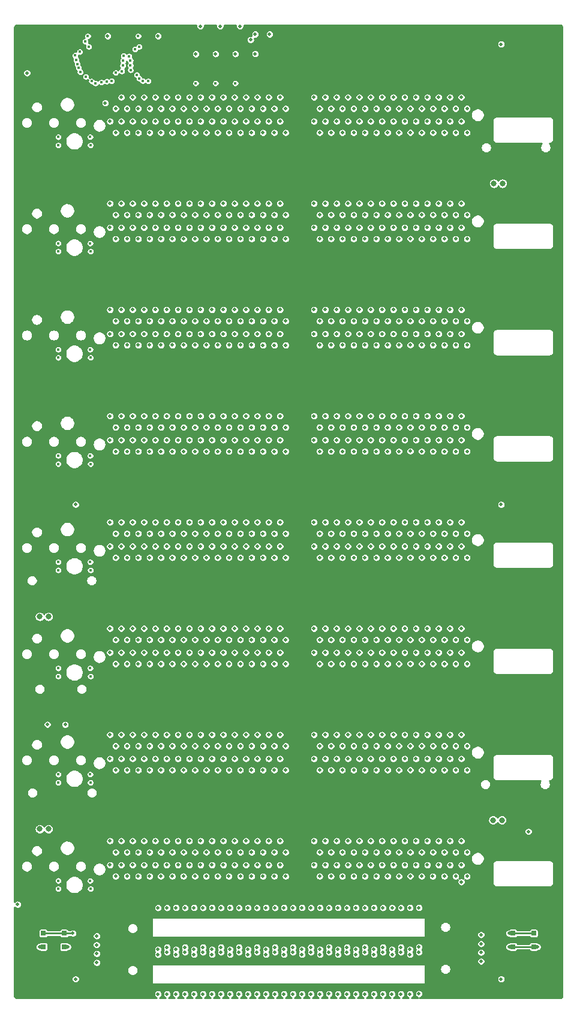
<source format=gbl>
G04 #@! TF.GenerationSoftware,KiCad,Pcbnew,(5.1.10)-1*
G04 #@! TF.CreationDate,2021-12-21T16:16:02-05:00*
G04 #@! TF.ProjectId,backplane,6261636b-706c-4616-9e65-2e6b69636164,A1*
G04 #@! TF.SameCoordinates,Original*
G04 #@! TF.FileFunction,Copper,L6,Bot*
G04 #@! TF.FilePolarity,Positive*
%FSLAX46Y46*%
G04 Gerber Fmt 4.6, Leading zero omitted, Abs format (unit mm)*
G04 Created by KiCad (PCBNEW (5.1.10)-1) date 2021-12-21 16:16:02*
%MOMM*%
%LPD*%
G01*
G04 APERTURE LIST*
G04 #@! TA.AperFunction,SMDPad,CuDef*
%ADD10R,0.650000X0.700000*%
G04 #@! TD*
G04 #@! TA.AperFunction,ComponentPad*
%ADD11C,4.500000*%
G04 #@! TD*
G04 #@! TA.AperFunction,ViaPad*
%ADD12C,0.400000*%
G04 #@! TD*
G04 #@! TA.AperFunction,ViaPad*
%ADD13C,0.500000*%
G04 #@! TD*
G04 #@! TA.AperFunction,ViaPad*
%ADD14C,0.800000*%
G04 #@! TD*
G04 #@! TA.AperFunction,Conductor*
%ADD15C,0.250000*%
G04 #@! TD*
G04 #@! TA.AperFunction,Conductor*
%ADD16C,0.500000*%
G04 #@! TD*
G04 #@! TA.AperFunction,Conductor*
%ADD17C,0.100000*%
G04 #@! TD*
G04 APERTURE END LIST*
D10*
X132034000Y-166445000D03*
X129084000Y-166445000D03*
X132034000Y-168345000D03*
X129084000Y-168345000D03*
X65734000Y-166445000D03*
X62784000Y-166445000D03*
X65734000Y-168345000D03*
X62784000Y-168345000D03*
D11*
X132409000Y-40895000D03*
X62409000Y-105895000D03*
X132409000Y-105895000D03*
X132409000Y-172895000D03*
X62409000Y-172895000D03*
X62409000Y-40895000D03*
D12*
X69433000Y-159010000D03*
X69433000Y-144010000D03*
X69433000Y-129010000D03*
X69433000Y-114010000D03*
X69433000Y-99010000D03*
X69433000Y-84011000D03*
X69433000Y-69011000D03*
D13*
X102609000Y-153396000D03*
X102609000Y-138396000D03*
X102609000Y-123396000D03*
X102609000Y-108396000D03*
X102609000Y-93396000D03*
X102609000Y-78396000D03*
X102609000Y-63396000D03*
X102609000Y-48396000D03*
X71882000Y-39751000D03*
X78994000Y-39751000D03*
D12*
X69433000Y-54011000D03*
D13*
X94742000Y-39497000D03*
X100574990Y-168402000D03*
X120209000Y-156796000D03*
X120209000Y-141796000D03*
X120209000Y-126796000D03*
X120209000Y-111796000D03*
X120209000Y-96796000D03*
X120209000Y-81796000D03*
X120209000Y-66796000D03*
X120209000Y-51796000D03*
X114554000Y-162814000D03*
X121009000Y-158394000D03*
X121009000Y-143394000D03*
X121009000Y-128394000D03*
X121009000Y-113394000D03*
X121009000Y-98394000D03*
X121009000Y-83394000D03*
X121009000Y-68394000D03*
X121009000Y-53394000D03*
X131284000Y-152070000D03*
X114554000Y-169418000D03*
X115824000Y-162814000D03*
X121809000Y-156796000D03*
X121809000Y-141796000D03*
X121809000Y-126796000D03*
X121809000Y-111796000D03*
X121809000Y-96796000D03*
X121809000Y-81796000D03*
X121809000Y-66796000D03*
X121809000Y-51796000D03*
X121809000Y-159191000D03*
X73009000Y-158394000D03*
X73009000Y-143394000D03*
X73009000Y-128394000D03*
X73009000Y-113394000D03*
X73009000Y-98394000D03*
X73009000Y-83394000D03*
X73009000Y-68394000D03*
X73009000Y-53394000D03*
X78994000Y-169450032D03*
X80264000Y-162846032D03*
X73809000Y-156796000D03*
X73809000Y-141796000D03*
X73809000Y-126796000D03*
X73809000Y-111796000D03*
X73809000Y-96796000D03*
X73809000Y-81796000D03*
X73809000Y-66796000D03*
X73809000Y-51796000D03*
X74609000Y-158394000D03*
X74609000Y-143394000D03*
X74609000Y-128394000D03*
X74609000Y-113394000D03*
X74609000Y-98394000D03*
X74609000Y-83394000D03*
X74609000Y-68394000D03*
X74609000Y-53394000D03*
X80262210Y-169105210D03*
X122609000Y-154994000D03*
X122609000Y-139994000D03*
X122609000Y-124994000D03*
X122609000Y-109994000D03*
X122609000Y-94994000D03*
X122609000Y-79994000D03*
X122609000Y-64994000D03*
X122609000Y-49994000D03*
X124600000Y-169150000D03*
X115824000Y-174973968D03*
X115822210Y-169105210D03*
X122609000Y-158394000D03*
X122609000Y-143394000D03*
X122609000Y-128394000D03*
X122609000Y-113394000D03*
X122609000Y-98394000D03*
X122609000Y-83394000D03*
X122609000Y-68394000D03*
X122609000Y-53394000D03*
X124600000Y-166650000D03*
X72209000Y-153396000D03*
X72209000Y-138396000D03*
X72209000Y-123396000D03*
X72209000Y-108396000D03*
X72209000Y-93396000D03*
X72209000Y-78396000D03*
X72209000Y-63396000D03*
X72209000Y-108396000D03*
X70325000Y-168075000D03*
X71545000Y-49195000D03*
X78994000Y-168714000D03*
X78994000Y-162846032D03*
X72209000Y-156796000D03*
X72209000Y-141796000D03*
X72209000Y-126796000D03*
X72209000Y-111796000D03*
X72209000Y-96796000D03*
X72209000Y-81796000D03*
X72209000Y-66796000D03*
X72209000Y-51796000D03*
X72209000Y-111796000D03*
X70350000Y-170575000D03*
X78994000Y-175006000D03*
X73009000Y-154994000D03*
X73009000Y-139994000D03*
X73009000Y-124994000D03*
X73009000Y-109994000D03*
X73009000Y-94994000D03*
X73009000Y-79994000D03*
X73009000Y-64994000D03*
X73009000Y-49994000D03*
X80264000Y-168402000D03*
X73809000Y-138396000D03*
X73809000Y-123396000D03*
X73809000Y-108396000D03*
X73809000Y-93396000D03*
X73809000Y-78396000D03*
X73809000Y-63396000D03*
X73809000Y-153396000D03*
X73809793Y-48404810D03*
X80264000Y-175006000D03*
X74609000Y-154994000D03*
X74609000Y-139994000D03*
X74609000Y-124994000D03*
X74609000Y-109994000D03*
X74609000Y-94994000D03*
X74609000Y-79994000D03*
X74609000Y-64994000D03*
X74609000Y-49994000D03*
X114554000Y-168714000D03*
X120209000Y-153396000D03*
X120209000Y-138396000D03*
X120209000Y-123396000D03*
X120209000Y-108396000D03*
X120209000Y-93396000D03*
X120209000Y-78396000D03*
X120209000Y-63396000D03*
X120209000Y-48396000D03*
X114554000Y-175006000D03*
X121009000Y-154994000D03*
X121009000Y-139994000D03*
X121009000Y-124994000D03*
X121009000Y-109994000D03*
X121009000Y-94994000D03*
X121009000Y-79994000D03*
X121009000Y-64994000D03*
X121009000Y-49994000D03*
X115824000Y-168369968D03*
X121809000Y-153396000D03*
X121809000Y-138396000D03*
X121809000Y-123396000D03*
X121809000Y-108396000D03*
X121809000Y-93396000D03*
X121809000Y-78396000D03*
X121809000Y-63396000D03*
X121809000Y-48396000D03*
X75409000Y-156796000D03*
X75409000Y-141796000D03*
X75409000Y-126796000D03*
X75409000Y-111796000D03*
X75409000Y-96796000D03*
X75409000Y-81796000D03*
X75409000Y-66796000D03*
X75409000Y-51796000D03*
X81534000Y-162814000D03*
X76209000Y-158394000D03*
X76209000Y-143394000D03*
X76209000Y-128394000D03*
X76209000Y-113394000D03*
X76209000Y-98394000D03*
X76209000Y-83394000D03*
X76209000Y-68394000D03*
X76209000Y-53394000D03*
X81534000Y-169418000D03*
X82804000Y-162846032D03*
X77009000Y-156796000D03*
X77009000Y-141796000D03*
X77009000Y-126796000D03*
X77009000Y-111796000D03*
X77009000Y-96796000D03*
X77009000Y-81796000D03*
X77009000Y-66796000D03*
X77009000Y-51796000D03*
X82802210Y-169105210D03*
X77809000Y-158394000D03*
X77809000Y-143394000D03*
X77809000Y-128394000D03*
X77809000Y-113394000D03*
X77809000Y-98394000D03*
X77809000Y-83394000D03*
X77809000Y-68394000D03*
X77809000Y-53394000D03*
X78609000Y-156796000D03*
X78609000Y-141796000D03*
X78609000Y-126796000D03*
X78609000Y-111796000D03*
X78609000Y-96796000D03*
X78609000Y-81796000D03*
X78609000Y-66796000D03*
X78609000Y-51796000D03*
X84074000Y-162814000D03*
X79409000Y-143394000D03*
X79409000Y-128394000D03*
X79409000Y-113394000D03*
X79409000Y-98394000D03*
X79409000Y-83394000D03*
X79409000Y-68394000D03*
X79409000Y-53394000D03*
X79383979Y-158394000D03*
X84074000Y-169418000D03*
X85344000Y-162846032D03*
X80209000Y-156796000D03*
X80209000Y-141796000D03*
X80209000Y-126796000D03*
X80209000Y-111796000D03*
X80209000Y-96796000D03*
X80209000Y-81796000D03*
X80209000Y-66796000D03*
X80209000Y-51796000D03*
X85342210Y-169105210D03*
X81009000Y-158394000D03*
X81009000Y-143394000D03*
X81009000Y-128394000D03*
X81009000Y-113394000D03*
X81009000Y-98394000D03*
X81009000Y-83394000D03*
X81009000Y-68394000D03*
X81009000Y-53394000D03*
X81809000Y-156796000D03*
X81809000Y-141796000D03*
X81809000Y-126796000D03*
X81809000Y-111796000D03*
X81809000Y-96796000D03*
X81809000Y-81796000D03*
X81809000Y-66796000D03*
X81809000Y-51796000D03*
X86614000Y-162814000D03*
X82609000Y-143394000D03*
X82609000Y-128394000D03*
X82609000Y-113394000D03*
X82609000Y-98394000D03*
X82609000Y-83394000D03*
X82609000Y-68394000D03*
X82609000Y-53394000D03*
X82583979Y-158394000D03*
X86614000Y-169418000D03*
X87884000Y-162846032D03*
X83409000Y-156796000D03*
X83409000Y-141796000D03*
X83409000Y-126796000D03*
X83409000Y-111796000D03*
X83409000Y-96796000D03*
X83409000Y-81796000D03*
X83409000Y-66796000D03*
X83409000Y-51796000D03*
X87882210Y-169105210D03*
X84209000Y-158394000D03*
X84209000Y-143394000D03*
X84209000Y-128394000D03*
X84209000Y-113394000D03*
X84209000Y-98394000D03*
X84209000Y-83394000D03*
X84209000Y-68394000D03*
X84209000Y-53394000D03*
X85009000Y-156796000D03*
X85009000Y-141796000D03*
X85009000Y-126796000D03*
X85009000Y-111796000D03*
X85009000Y-96796000D03*
X85009000Y-81796000D03*
X85009000Y-66796000D03*
X85009000Y-51796000D03*
X89154000Y-162814000D03*
X85809000Y-143394000D03*
X85809000Y-128394000D03*
X85809000Y-113394000D03*
X85809000Y-98394000D03*
X85809000Y-83394000D03*
X85809000Y-68394000D03*
X85809000Y-53394000D03*
X85783979Y-158394000D03*
X89154000Y-169418000D03*
X90424000Y-162846032D03*
X86609000Y-156796000D03*
X86609000Y-141796000D03*
X86609000Y-126796000D03*
X86609000Y-111796000D03*
X86609000Y-96796000D03*
X86609000Y-81796000D03*
X86609000Y-66796000D03*
X86609000Y-51796000D03*
X90422210Y-169105210D03*
X87409000Y-158394000D03*
X87409000Y-143394000D03*
X87409000Y-128394000D03*
X87409000Y-113394000D03*
X87409000Y-98394000D03*
X87409000Y-83394000D03*
X87409000Y-68394000D03*
X87409000Y-53394000D03*
X88209000Y-156796000D03*
X88209000Y-141796000D03*
X88209000Y-126796000D03*
X88209000Y-111796000D03*
X88209000Y-96796000D03*
X88209000Y-81796000D03*
X88209000Y-66796000D03*
X88209000Y-51796000D03*
X91694000Y-162823670D03*
X89009000Y-143394000D03*
X89009000Y-128394000D03*
X89009000Y-113394000D03*
X89009000Y-98394000D03*
X89009000Y-83394000D03*
X89009000Y-68394000D03*
X89009000Y-53394000D03*
X88983979Y-158394000D03*
X91694000Y-169427670D03*
X92964000Y-162846032D03*
X89809000Y-156796000D03*
X89809000Y-141796000D03*
X89809000Y-126796000D03*
X89809000Y-111796000D03*
X89809000Y-96796000D03*
X89809000Y-81796000D03*
X89809000Y-66796000D03*
X89809000Y-51796000D03*
X92962210Y-169105210D03*
X90609000Y-158394000D03*
X90609000Y-143394000D03*
X90609000Y-128394000D03*
X90609000Y-113394000D03*
X90609000Y-98394000D03*
X90609000Y-83394000D03*
X90609000Y-68394000D03*
X90609000Y-53394000D03*
X91409000Y-156796000D03*
X91409000Y-141796000D03*
X91409000Y-126796000D03*
X91409000Y-111796000D03*
X91409000Y-96796000D03*
X91409000Y-81796000D03*
X91409000Y-66796000D03*
X91409000Y-51796000D03*
D12*
X84328000Y-46405800D03*
D13*
X94234000Y-162814000D03*
X92209000Y-158394000D03*
X92209000Y-143394000D03*
X92209000Y-128394000D03*
X92209000Y-113394000D03*
X92209000Y-98394000D03*
X92209000Y-83394000D03*
X92209000Y-68394000D03*
X92209000Y-53394000D03*
X94234000Y-169418000D03*
X95504000Y-162846032D03*
X93009000Y-156796000D03*
X93009000Y-141796000D03*
X93009000Y-126796000D03*
X93009000Y-111796000D03*
X93009000Y-96796000D03*
X93009000Y-81796000D03*
X93009000Y-66796000D03*
X93009000Y-51796000D03*
D12*
X87122000Y-46405800D03*
D13*
X95502210Y-169105210D03*
X93809000Y-158396000D03*
X93809000Y-143396000D03*
X93809000Y-128396000D03*
X93809000Y-113396000D03*
X93809000Y-98396000D03*
X93809000Y-83396000D03*
X93809000Y-68396000D03*
X93809000Y-53396000D03*
X94609000Y-156796000D03*
X94609000Y-141796000D03*
X94609000Y-126796000D03*
X94609000Y-111796000D03*
X94609000Y-96796000D03*
X94609000Y-81796000D03*
X94609000Y-66796000D03*
X94609000Y-51796000D03*
X96774000Y-162814000D03*
X95409000Y-158396000D03*
X95409000Y-143396000D03*
X95409000Y-128396000D03*
X95409000Y-113396000D03*
X95409000Y-98396000D03*
X95409000Y-83396000D03*
X95409000Y-68396000D03*
X95409000Y-53396000D03*
X96774000Y-169418000D03*
X96774000Y-175006000D03*
X95409000Y-154996000D03*
X95409000Y-139996000D03*
X95409000Y-124996000D03*
X95409000Y-109996000D03*
X95409000Y-94996000D03*
X95409000Y-79996000D03*
X95409000Y-64996000D03*
X95409000Y-49996000D03*
X96774000Y-168714000D03*
X94609000Y-153396000D03*
X94609000Y-138396000D03*
X94609000Y-123396000D03*
X94609000Y-108396000D03*
X94609000Y-93396000D03*
X94609000Y-78396000D03*
X94609000Y-63396000D03*
X94609000Y-48396000D03*
X95504000Y-175006000D03*
X93809000Y-154994000D03*
X93809000Y-139994000D03*
X93809000Y-124994000D03*
X93809000Y-109994000D03*
X93809000Y-94994000D03*
X93809000Y-79994000D03*
X93809000Y-64994000D03*
X93809000Y-49994000D03*
X95504000Y-168402000D03*
X93009000Y-153396000D03*
X93009000Y-138396000D03*
X93009000Y-123396000D03*
X93009000Y-108396000D03*
X93009000Y-93396000D03*
X93009000Y-78396000D03*
X93009000Y-63396000D03*
X93009000Y-48396000D03*
X94234000Y-175006000D03*
X92209000Y-154994000D03*
X92209000Y-139994000D03*
X92209000Y-124994000D03*
X92209000Y-109994000D03*
X92209000Y-94994000D03*
X92209000Y-79994000D03*
X92209000Y-64994000D03*
X92209000Y-49994000D03*
X94234000Y-168714000D03*
X91409000Y-153396000D03*
X91409000Y-138396000D03*
X91409000Y-123396000D03*
X91409000Y-108396000D03*
X91409000Y-93396000D03*
X91409000Y-78396000D03*
X91409000Y-63396000D03*
X91409000Y-48396000D03*
X92964000Y-175006000D03*
X90609000Y-154994000D03*
X90609000Y-139994000D03*
X90609000Y-124994000D03*
X90609000Y-109994000D03*
X90609000Y-94994000D03*
X90609000Y-79994000D03*
X90609000Y-64994000D03*
X90609000Y-49994000D03*
X92964000Y-168402000D03*
X89809000Y-153396000D03*
X89809000Y-138396000D03*
X89809000Y-123396000D03*
X89809000Y-108396000D03*
X89809000Y-93396000D03*
X89809000Y-78396000D03*
X89809000Y-63396000D03*
X89809000Y-48396000D03*
X91694000Y-175006000D03*
X89009000Y-154994000D03*
X89009000Y-139994000D03*
X89009000Y-124994000D03*
X89009000Y-109994000D03*
X89009000Y-94994000D03*
X89009000Y-79994000D03*
X89009000Y-64994000D03*
X89009000Y-49994000D03*
X91694000Y-168714000D03*
X88209000Y-153396000D03*
X88209000Y-138396000D03*
X88209000Y-123396000D03*
X88209000Y-108396000D03*
X88209000Y-93396000D03*
X88209000Y-78396000D03*
X88209000Y-63396000D03*
X88209000Y-48396000D03*
X90424000Y-175006000D03*
X87409000Y-154994000D03*
X87409000Y-139994000D03*
X87409000Y-124994000D03*
X87409000Y-109994000D03*
X87409000Y-94994000D03*
X87409000Y-79994000D03*
X87409000Y-64994000D03*
X87409000Y-49994000D03*
X90424000Y-168402000D03*
X86609000Y-153396000D03*
X86609000Y-138396000D03*
X86609000Y-123396000D03*
X86609000Y-108396000D03*
X86609000Y-93396000D03*
X86609000Y-78396000D03*
X86609000Y-63396000D03*
X86609000Y-48396000D03*
X89154000Y-175006000D03*
X85809000Y-154994000D03*
X85809000Y-139994000D03*
X85809000Y-124994000D03*
X85809000Y-109994000D03*
X85809000Y-94994000D03*
X85809000Y-79994000D03*
X85809000Y-64994000D03*
X85809000Y-49994000D03*
X89154000Y-168714000D03*
X85009000Y-153396000D03*
X85009000Y-138396000D03*
X85009000Y-123396000D03*
X85009000Y-108396000D03*
X85009000Y-93396000D03*
X85009000Y-78396000D03*
X85009000Y-63396000D03*
X85009000Y-48396000D03*
X87884000Y-175006000D03*
X84209000Y-49994000D03*
X84209000Y-154994000D03*
X84209000Y-139994000D03*
X84209000Y-124994000D03*
X84209000Y-109994000D03*
X84209000Y-94994000D03*
X84209000Y-79994000D03*
X84209000Y-64994000D03*
X87884000Y-168402000D03*
X83409000Y-153396000D03*
X83409000Y-138396000D03*
X83409000Y-123396000D03*
X83409000Y-108396000D03*
X83409000Y-93396000D03*
X83409000Y-78396000D03*
X83409000Y-63396000D03*
X83409000Y-48396000D03*
X86614000Y-175006000D03*
X82609000Y-154994000D03*
X82609000Y-139994000D03*
X82609000Y-124994000D03*
X82609000Y-109994000D03*
X82609000Y-94994000D03*
X82609000Y-79994000D03*
X82609000Y-64994000D03*
X82609000Y-49994000D03*
X86614000Y-168714000D03*
X81809000Y-153396000D03*
X81809000Y-138396000D03*
X81809000Y-123396000D03*
X81809000Y-108396000D03*
X81809000Y-93396000D03*
X81809000Y-78396000D03*
X81809000Y-63396000D03*
X81809000Y-48396000D03*
X85344000Y-175006000D03*
X81009000Y-154994000D03*
X81009000Y-139994000D03*
X81009000Y-124994000D03*
X81009000Y-109994000D03*
X81009000Y-94994000D03*
X81009000Y-79994000D03*
X81009000Y-64994000D03*
X81009000Y-49994000D03*
X85344000Y-168402000D03*
X80209000Y-153396000D03*
X80209000Y-138396000D03*
X80209000Y-123396000D03*
X80209000Y-108396000D03*
X80209000Y-93396000D03*
X80209000Y-78396000D03*
X80209000Y-63396000D03*
X80209000Y-48396000D03*
X84074000Y-175006000D03*
X79409000Y-154994000D03*
X79409000Y-139994000D03*
X79409000Y-124994000D03*
X79409000Y-109994000D03*
X79409000Y-94994000D03*
X79409000Y-79994000D03*
X79409000Y-64994000D03*
X79409000Y-49994000D03*
X84074000Y-168714000D03*
X78609000Y-153396000D03*
X78609000Y-138396000D03*
X78609000Y-123396000D03*
X78609000Y-108396000D03*
X78609000Y-93396000D03*
X78609000Y-78396000D03*
X78609000Y-63396000D03*
X78609000Y-48396000D03*
X82804000Y-175006000D03*
X77809000Y-154994000D03*
X77809000Y-139994000D03*
X77809000Y-124994000D03*
X77809000Y-109994000D03*
X77809000Y-94994000D03*
X77809000Y-79994000D03*
X77809000Y-64994000D03*
X77809000Y-49994000D03*
X82804000Y-168402000D03*
X77009000Y-153396000D03*
X77009000Y-138396000D03*
X77009000Y-123396000D03*
X77009000Y-108396000D03*
X77009000Y-93396000D03*
X77009000Y-78396000D03*
X77009000Y-63396000D03*
X77009000Y-48396000D03*
X81534000Y-175006000D03*
X76209000Y-154994000D03*
X76209000Y-139994000D03*
X76209000Y-124994000D03*
X76209000Y-109994000D03*
X76209000Y-94994000D03*
X76209000Y-79994000D03*
X76209000Y-64994000D03*
X76209000Y-49994000D03*
X81534000Y-168714000D03*
X75409000Y-153396000D03*
X75409000Y-138396000D03*
X75409000Y-123396000D03*
X75409000Y-108396000D03*
X75409000Y-93396000D03*
X75409000Y-78396000D03*
X75409000Y-63396000D03*
X75409000Y-48396000D03*
X98044000Y-162846032D03*
X96209000Y-156796000D03*
X96209000Y-141796000D03*
X96209000Y-126796000D03*
X96209000Y-111796000D03*
X96209000Y-96796000D03*
X96209000Y-81796000D03*
X96209000Y-66796000D03*
X96209000Y-51796000D03*
X98042210Y-169105210D03*
X97009000Y-158396000D03*
X97009000Y-143396000D03*
X97009000Y-128396000D03*
X97009000Y-113396000D03*
X97009000Y-98396000D03*
X97009000Y-83396000D03*
X97009000Y-68396000D03*
X97009000Y-53396000D03*
X101009000Y-156796000D03*
X101009000Y-141796000D03*
X101009000Y-126796000D03*
X101009000Y-111796000D03*
X101009000Y-96796000D03*
X101009000Y-81796000D03*
X101009000Y-66796000D03*
X101009000Y-51796000D03*
X99314000Y-162814000D03*
X66979000Y-166445000D03*
X100584000Y-162846032D03*
X102609000Y-156796000D03*
X102609000Y-141796000D03*
X102609000Y-126796000D03*
X102609000Y-111796000D03*
X102609000Y-96796000D03*
X102609000Y-81796000D03*
X102609000Y-66796000D03*
X102609000Y-51796000D03*
X100582210Y-169105210D03*
X103409000Y-158394000D03*
X103409000Y-143394000D03*
X103409000Y-128394000D03*
X103409000Y-113394000D03*
X103409000Y-98394000D03*
X103409000Y-83394000D03*
X103409000Y-68394000D03*
X103409000Y-53394000D03*
X104209000Y-156796000D03*
X104209000Y-141796000D03*
X104209000Y-126796000D03*
X104209000Y-111796000D03*
X104209000Y-96796000D03*
X104209000Y-81796000D03*
X104209000Y-66796000D03*
X104209000Y-51796000D03*
X101854000Y-162814000D03*
X105009000Y-158394000D03*
X105009000Y-143394000D03*
X105009000Y-128394000D03*
X105009000Y-113394000D03*
X105009000Y-98394000D03*
X105009000Y-83394000D03*
X105009000Y-68394000D03*
X105009000Y-53394000D03*
X101854000Y-169418000D03*
X103124000Y-162846032D03*
X105809000Y-156796000D03*
X105809000Y-141796000D03*
X105809000Y-126796000D03*
X105809000Y-111796000D03*
X105809000Y-96796000D03*
X105809000Y-81796000D03*
X105809000Y-66796000D03*
X105809000Y-51796000D03*
X103122210Y-169105210D03*
X106609000Y-158394000D03*
X106609000Y-143394000D03*
X106609000Y-128394000D03*
X106609000Y-113394000D03*
X106609000Y-98394000D03*
X106609000Y-83394000D03*
X106609000Y-68394000D03*
X106609000Y-53394000D03*
X107409000Y-156796000D03*
X107409000Y-141796000D03*
X107409000Y-126796000D03*
X107409000Y-111796000D03*
X107409000Y-96796000D03*
X107409000Y-81796000D03*
X107409000Y-66796000D03*
X107409000Y-51796000D03*
X104394000Y-162814000D03*
X108209000Y-158394000D03*
X108209000Y-143394000D03*
X108209000Y-128394000D03*
X108209000Y-113394000D03*
X108209000Y-98394000D03*
X108209000Y-83394000D03*
X108209000Y-68394000D03*
X108209000Y-53394000D03*
X104394000Y-169418000D03*
X105664000Y-162846032D03*
X109009000Y-156796000D03*
X109009000Y-141796000D03*
X109009000Y-126796000D03*
X109009000Y-111796000D03*
X109009000Y-96796000D03*
X109009000Y-81796000D03*
X109009000Y-66796000D03*
X109009000Y-51796000D03*
X105662210Y-169105210D03*
X109809000Y-158394000D03*
X109809000Y-143394000D03*
X109809000Y-128394000D03*
X109809000Y-113394000D03*
X109809000Y-98394000D03*
X109809000Y-83394000D03*
X109809000Y-68394000D03*
X109809000Y-53394000D03*
X110609000Y-156796000D03*
X110609000Y-141796000D03*
X110609000Y-126796000D03*
X110609000Y-111796000D03*
X110609000Y-96796000D03*
X110609000Y-81796000D03*
X110609000Y-66796000D03*
X110609000Y-51796000D03*
X106934000Y-162814000D03*
X111409000Y-158394000D03*
X111409000Y-143394000D03*
X111409000Y-128394000D03*
X111409000Y-113394000D03*
X111409000Y-98394000D03*
X111409000Y-83394000D03*
X111409000Y-68394000D03*
X111409000Y-53394000D03*
X106934000Y-169418000D03*
X108204000Y-162846032D03*
X112209000Y-156796000D03*
X112209000Y-141796000D03*
X112209000Y-126796000D03*
X112209000Y-111796000D03*
X112209000Y-96796000D03*
X112209000Y-81796000D03*
X112209000Y-66796000D03*
X112209000Y-51796000D03*
X108202210Y-169105210D03*
X113009000Y-158394000D03*
X113009000Y-143394000D03*
X113009000Y-128394000D03*
X113009000Y-113394000D03*
X113009000Y-98394000D03*
X113009000Y-83394000D03*
X113009000Y-68394000D03*
X113009000Y-53394000D03*
X113809000Y-156796000D03*
X113809000Y-141796000D03*
X113809000Y-126796000D03*
X113809000Y-111796000D03*
X113809000Y-96796000D03*
X113809000Y-81796000D03*
X113809000Y-66796000D03*
X113809000Y-51796000D03*
X109474000Y-162814000D03*
X114609000Y-158375000D03*
X114609000Y-143375000D03*
X114609000Y-128375000D03*
X114609000Y-113375000D03*
X114609000Y-98375000D03*
X114609000Y-83375000D03*
X114609000Y-68375000D03*
X114609000Y-53375000D03*
X109474000Y-169418000D03*
X110744000Y-162846032D03*
X115409000Y-156796000D03*
X115409000Y-141796000D03*
X115409000Y-126796000D03*
X115409000Y-111796000D03*
X115409000Y-96796000D03*
X115409000Y-81796000D03*
X115409000Y-66796000D03*
X115409000Y-51796000D03*
X128555000Y-166445000D03*
X117009000Y-156796000D03*
X117009000Y-141796000D03*
X117009000Y-126796000D03*
X117009000Y-111796000D03*
X117009000Y-96796000D03*
X117009000Y-81796000D03*
X117009000Y-66796000D03*
X117009000Y-51796000D03*
X112043413Y-162821353D03*
X117809000Y-143394000D03*
X117809000Y-128394000D03*
X117809000Y-113394000D03*
X117809000Y-98394000D03*
X117809000Y-83394000D03*
X117809000Y-68394000D03*
X117809000Y-53394000D03*
X117769956Y-158397618D03*
X112058883Y-169418000D03*
X113284000Y-162846032D03*
X118609000Y-156796000D03*
X118609000Y-141796000D03*
X118609000Y-126796000D03*
X118609000Y-111796000D03*
X118609000Y-96796000D03*
X118609000Y-81796000D03*
X118609000Y-66796000D03*
X118609000Y-51796000D03*
X113282210Y-169105210D03*
X119409000Y-143394000D03*
X119409000Y-128394000D03*
X119409000Y-113394000D03*
X119409000Y-98394000D03*
X119409000Y-83394000D03*
X119409000Y-68394000D03*
X119409000Y-53394000D03*
X119410357Y-158392643D03*
X113284000Y-175006000D03*
X119409000Y-154994000D03*
X119409000Y-139994000D03*
X119409000Y-124994000D03*
X119409000Y-109994000D03*
X119409000Y-94994000D03*
X119409000Y-79994000D03*
X119409000Y-64994000D03*
X119409000Y-49994000D03*
X113284000Y-168402000D03*
X118609000Y-153396000D03*
X118609000Y-138396000D03*
X118609000Y-123396000D03*
X118609000Y-108396000D03*
X118609000Y-93396000D03*
X118609000Y-78396000D03*
X118609000Y-63396000D03*
X118609000Y-48396000D03*
X112014000Y-175006000D03*
X117809000Y-154994000D03*
X117809000Y-139994000D03*
X117809000Y-124994000D03*
X117809000Y-109994000D03*
X117809000Y-94994000D03*
X117809000Y-79994000D03*
X117809000Y-64994000D03*
X117809000Y-49994000D03*
X110744000Y-168402000D03*
X115409000Y-153396000D03*
X115409000Y-138396000D03*
X115409000Y-123396000D03*
X115409000Y-108396000D03*
X115409000Y-93396000D03*
X115409000Y-78396000D03*
X115409000Y-63396000D03*
X115409000Y-48396000D03*
D12*
X89916000Y-46405800D03*
D13*
X109474000Y-175006000D03*
X114609000Y-154996000D03*
X114609000Y-139996000D03*
X114609000Y-124996000D03*
X114609000Y-109996000D03*
X114609000Y-94996000D03*
X114609000Y-79996000D03*
X114609000Y-64996000D03*
X114609000Y-49996000D03*
X109474000Y-168714000D03*
X113809000Y-153396000D03*
X113809000Y-138396000D03*
X113809000Y-123396000D03*
X113809000Y-108396000D03*
X113809000Y-93396000D03*
X113809000Y-78396000D03*
X113809000Y-63396000D03*
X113809000Y-48396000D03*
X108204000Y-175006000D03*
X113009000Y-154994000D03*
X113009000Y-139994000D03*
X113009000Y-124994000D03*
X113009000Y-109994000D03*
X113009000Y-94994000D03*
X113009000Y-79994000D03*
X113009000Y-64994000D03*
X113009000Y-49994000D03*
X108204000Y-168402000D03*
X112209000Y-153396000D03*
X112209000Y-138396000D03*
X112209000Y-123396000D03*
X112209000Y-108396000D03*
X112209000Y-93396000D03*
X112209000Y-78396000D03*
X112209000Y-63396000D03*
X112209000Y-48396000D03*
X106934000Y-175006000D03*
X111409000Y-154994000D03*
X111409000Y-139994000D03*
X111409000Y-124994000D03*
X111409000Y-109994000D03*
X111409000Y-94994000D03*
X111409000Y-79994000D03*
X111409000Y-64994000D03*
X111409000Y-49994000D03*
X106934000Y-168714000D03*
X110609000Y-153396000D03*
X110609000Y-138396000D03*
X110609000Y-123396000D03*
X110609000Y-108396000D03*
X110609000Y-93396000D03*
X110609000Y-78396000D03*
X110609000Y-63396000D03*
X110609000Y-48396000D03*
X105664000Y-175006000D03*
X109809000Y-154994000D03*
X109809000Y-139994000D03*
X109809000Y-124994000D03*
X109809000Y-109994000D03*
X109809000Y-94994000D03*
X109809000Y-79994000D03*
X109809000Y-64994000D03*
X109809000Y-49994000D03*
X105664000Y-168402000D03*
X109009000Y-153396000D03*
X109009000Y-138396000D03*
X109009000Y-123396000D03*
X109009000Y-108396000D03*
X109009000Y-93396000D03*
X109009000Y-78396000D03*
X109009000Y-63396000D03*
X109009000Y-48396000D03*
X104394000Y-175006000D03*
X108209000Y-154994000D03*
X108209000Y-139994000D03*
X108209000Y-124994000D03*
X108209000Y-109994000D03*
X108209000Y-94994000D03*
X108209000Y-79994000D03*
X108209000Y-64994000D03*
X108209000Y-49994000D03*
X104394000Y-168714000D03*
X107409000Y-153396000D03*
X107409000Y-138396000D03*
X107409000Y-123396000D03*
X107409000Y-108396000D03*
X107409000Y-93396000D03*
X107409000Y-78396000D03*
X107409000Y-63396000D03*
X107409000Y-48396000D03*
X103124000Y-174996330D03*
X106609000Y-154994000D03*
X106609000Y-139994000D03*
X106609000Y-124994000D03*
X106609000Y-109994000D03*
X106609000Y-94994000D03*
X106609000Y-79994000D03*
X106609000Y-64994000D03*
X106609000Y-49994000D03*
X103124000Y-168392330D03*
X105809000Y-153396000D03*
X105809000Y-138396000D03*
X105809000Y-123396000D03*
X105809000Y-108396000D03*
X105809000Y-93396000D03*
X105809000Y-78396000D03*
X105809000Y-63396000D03*
X105809000Y-48396000D03*
X101854000Y-175006000D03*
X105009000Y-154994000D03*
X105009000Y-139994000D03*
X105009000Y-124994000D03*
X105009000Y-109994000D03*
X105009000Y-94994000D03*
X105009000Y-79994000D03*
X105009000Y-64994000D03*
X105009000Y-49994000D03*
X101854000Y-168714000D03*
X104209000Y-153396000D03*
X104209000Y-138396000D03*
X104209000Y-123396000D03*
X104209000Y-108396000D03*
X104209000Y-93396000D03*
X104209000Y-78396000D03*
X104209000Y-63396000D03*
X104209000Y-48396000D03*
X99314000Y-168714000D03*
X101009000Y-153396000D03*
X101009000Y-138396000D03*
X101009000Y-123396000D03*
X101009000Y-108396000D03*
X101009000Y-93396000D03*
X101009000Y-78396000D03*
X101009000Y-63396000D03*
X101009000Y-48396000D03*
X98044000Y-175006000D03*
X97009000Y-154996000D03*
X97009000Y-139996000D03*
X97009000Y-124996000D03*
X97009000Y-109996000D03*
X97009000Y-94996000D03*
X97009000Y-79996000D03*
X97009000Y-64996000D03*
X97009000Y-49996000D03*
X98044000Y-168402000D03*
X96209000Y-153396000D03*
X96209000Y-138396000D03*
X96209000Y-123396000D03*
X96209000Y-108396000D03*
X96209000Y-93396000D03*
X96209000Y-78396000D03*
X96209000Y-63396000D03*
X96209000Y-48396000D03*
D12*
X69451400Y-160160000D03*
X67275000Y-42500000D03*
X64904800Y-160160000D03*
X67434397Y-43120422D03*
X64911800Y-159010000D03*
X67599519Y-43700594D03*
X69446200Y-145160000D03*
X67794091Y-44271563D03*
X64904800Y-145160000D03*
X68007728Y-44835676D03*
X64911800Y-144010000D03*
X68805729Y-45498692D03*
X69451400Y-130160000D03*
X69606933Y-46128295D03*
X64904800Y-130160000D03*
X70172433Y-46422433D03*
X64911800Y-129010000D03*
X71029194Y-46279583D03*
X69451400Y-115160000D03*
X71743000Y-46145957D03*
X64904800Y-115160000D03*
X72425000Y-46100000D03*
X64911800Y-114010000D03*
X73000000Y-44950000D03*
X69451400Y-100160000D03*
X73880370Y-44718508D03*
X64904800Y-100160000D03*
X74028935Y-43921065D03*
X64911800Y-99010000D03*
X74055265Y-43241247D03*
X69451400Y-85161000D03*
X74125000Y-42525000D03*
X64925000Y-85161000D03*
X74906660Y-42592749D03*
X64911800Y-84011000D03*
X75100019Y-43203754D03*
X69451400Y-70161000D03*
X75100010Y-43890123D03*
X64904800Y-70161000D03*
X75113051Y-44555416D03*
X64906600Y-69011000D03*
X76018769Y-45225142D03*
X69446200Y-55161000D03*
X76322382Y-45746375D03*
X64904800Y-55161000D03*
X76822641Y-46083428D03*
X64911800Y-54011000D03*
X77603287Y-46103580D03*
D13*
X112014000Y-168714000D03*
X117009000Y-153396000D03*
X117009000Y-138396000D03*
X117009000Y-123396000D03*
X117009000Y-108396000D03*
X117009000Y-93396000D03*
X117009000Y-78396000D03*
X117009000Y-63396000D03*
X117009000Y-48396000D03*
D12*
X76346000Y-41256000D03*
X69234000Y-41256000D03*
D13*
X84328000Y-42291000D03*
D12*
X76346000Y-41256000D03*
D13*
X87122000Y-42275000D03*
D12*
X68707000Y-40513000D03*
D13*
X89916000Y-42275000D03*
D12*
X75736000Y-41612000D03*
X67945000Y-41988690D03*
D13*
X92710000Y-42259000D03*
X90551000Y-38354000D03*
X84963000Y-38354000D03*
X87757000Y-38354000D03*
X92710000Y-39497000D03*
D14*
X64789000Y-121745000D03*
X64789000Y-151745000D03*
X128789000Y-150495000D03*
D13*
X65432000Y-105895000D03*
X129357000Y-40895000D03*
X129357000Y-105895000D03*
X129357000Y-172895000D03*
X65432000Y-172895000D03*
X60509000Y-43045000D03*
X59184000Y-165220000D03*
D14*
X128889000Y-60595000D03*
D13*
X99314000Y-175006000D03*
X110742210Y-169105210D03*
X100584000Y-175006000D03*
D14*
X63534000Y-121720000D03*
X62289000Y-121720000D03*
D13*
X99314000Y-169418000D03*
X110744000Y-175006000D03*
X116209000Y-154994000D03*
X116209000Y-158394000D03*
X101809000Y-154994000D03*
X101809000Y-158394000D03*
X103409000Y-154994000D03*
X116209000Y-139994000D03*
X116209000Y-143394000D03*
X101809000Y-139994000D03*
X101809000Y-143394000D03*
X103409000Y-139994000D03*
X116209000Y-124994000D03*
X116209000Y-128394000D03*
X101809000Y-124994000D03*
X101809000Y-128394000D03*
X103409000Y-124994000D03*
X116209000Y-109994000D03*
X116209000Y-113394000D03*
X101809000Y-109994000D03*
X101809000Y-113394000D03*
X103409000Y-109994000D03*
X116209000Y-94994000D03*
X116209000Y-98394000D03*
X101809000Y-94994000D03*
X101809000Y-98394000D03*
X103409000Y-94994000D03*
X116209000Y-79994000D03*
X116209000Y-83394000D03*
X101809000Y-79994000D03*
X101809000Y-83394000D03*
X103409000Y-79994000D03*
X116209000Y-64994000D03*
X116209000Y-68394000D03*
X101809000Y-64994000D03*
X101809000Y-68394000D03*
X103409000Y-64994000D03*
X132559000Y-168345000D03*
X128559000Y-168345000D03*
D14*
X63534000Y-151720000D03*
X62289000Y-151720000D03*
X127534000Y-150470000D03*
X126289000Y-150470000D03*
X126389000Y-60570000D03*
X127634000Y-60570000D03*
D13*
X67357000Y-105895000D03*
X127432000Y-40895000D03*
X127432000Y-105895000D03*
X127432000Y-172895000D03*
X67357000Y-172895000D03*
X60509000Y-44970000D03*
X103409000Y-49994000D03*
X62259000Y-168345000D03*
X66259000Y-168345000D03*
X101809000Y-49994000D03*
X101809000Y-53394000D03*
X116209000Y-53394000D03*
X116209000Y-49994000D03*
X59184000Y-162370000D03*
D12*
X69088000Y-39751000D03*
X76200000Y-39751000D03*
D13*
X92060000Y-40274000D03*
X65887600Y-136982200D03*
X63373000Y-136956800D03*
X70350000Y-166825000D03*
X70350000Y-169325000D03*
X124600000Y-167925000D03*
X124600000Y-170400000D03*
D15*
X62784000Y-166445000D02*
X65734000Y-166445000D01*
X65734000Y-166445000D02*
X66979000Y-166445000D01*
X132034000Y-166445000D02*
X129084000Y-166445000D01*
D16*
X129084000Y-166445000D02*
X128555000Y-166445000D01*
X128555000Y-166445000D02*
X128555000Y-166445000D01*
X132559000Y-168345000D02*
X132034000Y-168345000D01*
X128559000Y-168345000D02*
X129084000Y-168345000D01*
D15*
X132034000Y-168345000D02*
X129084000Y-168345000D01*
D16*
X62259000Y-168345000D02*
X62784000Y-168345000D01*
X66259000Y-168345000D02*
X65734000Y-168345000D01*
D15*
X84384800Y-38297052D02*
X84384800Y-38410948D01*
X84407020Y-38522655D01*
X84450606Y-38627881D01*
X84513882Y-38722581D01*
X84594419Y-38803118D01*
X84689119Y-38866394D01*
X84794345Y-38909980D01*
X84906052Y-38932200D01*
X85019948Y-38932200D01*
X85131655Y-38909980D01*
X85236881Y-38866394D01*
X85331581Y-38803118D01*
X85412118Y-38722581D01*
X85475394Y-38627881D01*
X85518980Y-38522655D01*
X85541200Y-38410948D01*
X85541200Y-38297052D01*
X85530846Y-38245000D01*
X87189154Y-38245000D01*
X87178800Y-38297052D01*
X87178800Y-38410948D01*
X87201020Y-38522655D01*
X87244606Y-38627881D01*
X87307882Y-38722581D01*
X87388419Y-38803118D01*
X87483119Y-38866394D01*
X87588345Y-38909980D01*
X87700052Y-38932200D01*
X87813948Y-38932200D01*
X87925655Y-38909980D01*
X88030881Y-38866394D01*
X88125581Y-38803118D01*
X88206118Y-38722581D01*
X88269394Y-38627881D01*
X88312980Y-38522655D01*
X88335200Y-38410948D01*
X88335200Y-38297052D01*
X88324846Y-38245000D01*
X89983154Y-38245000D01*
X89972800Y-38297052D01*
X89972800Y-38410948D01*
X89995020Y-38522655D01*
X90038606Y-38627881D01*
X90101882Y-38722581D01*
X90182419Y-38803118D01*
X90277119Y-38866394D01*
X90382345Y-38909980D01*
X90494052Y-38932200D01*
X90607948Y-38932200D01*
X90719655Y-38909980D01*
X90824881Y-38866394D01*
X90919581Y-38803118D01*
X91000118Y-38722581D01*
X91063394Y-38627881D01*
X91106980Y-38522655D01*
X91129200Y-38410948D01*
X91129200Y-38297052D01*
X91118846Y-38245000D01*
X135791878Y-38245000D01*
X135857236Y-38251408D01*
X135903626Y-38265414D01*
X135946420Y-38288168D01*
X135983977Y-38318799D01*
X136014867Y-38356139D01*
X136037919Y-38398773D01*
X136052249Y-38445064D01*
X136059001Y-38509308D01*
X136059000Y-175277878D01*
X136052592Y-175343235D01*
X136038585Y-175389626D01*
X136015832Y-175432420D01*
X135985201Y-175469977D01*
X135947861Y-175500867D01*
X135905229Y-175523918D01*
X135858935Y-175538249D01*
X135794702Y-175545000D01*
X115916984Y-175545000D01*
X115992655Y-175529948D01*
X116097881Y-175486362D01*
X116192581Y-175423086D01*
X116273118Y-175342549D01*
X116336394Y-175247849D01*
X116379980Y-175142623D01*
X116402200Y-175030916D01*
X116402200Y-174917020D01*
X116379980Y-174805313D01*
X116336394Y-174700087D01*
X116273118Y-174605387D01*
X116192581Y-174524850D01*
X116097881Y-174461574D01*
X115992655Y-174417988D01*
X115880948Y-174395768D01*
X115767052Y-174395768D01*
X115655345Y-174417988D01*
X115550119Y-174461574D01*
X115455419Y-174524850D01*
X115374882Y-174605387D01*
X115311606Y-174700087D01*
X115268020Y-174805313D01*
X115245800Y-174917020D01*
X115245800Y-175030916D01*
X115268020Y-175142623D01*
X115311606Y-175247849D01*
X115374882Y-175342549D01*
X115455419Y-175423086D01*
X115550119Y-175486362D01*
X115655345Y-175529948D01*
X115731016Y-175545000D01*
X114763648Y-175545000D01*
X114827881Y-175518394D01*
X114922581Y-175455118D01*
X115003118Y-175374581D01*
X115066394Y-175279881D01*
X115109980Y-175174655D01*
X115132200Y-175062948D01*
X115132200Y-174949052D01*
X115109980Y-174837345D01*
X115066394Y-174732119D01*
X115003118Y-174637419D01*
X114922581Y-174556882D01*
X114827881Y-174493606D01*
X114722655Y-174450020D01*
X114610948Y-174427800D01*
X114497052Y-174427800D01*
X114385345Y-174450020D01*
X114280119Y-174493606D01*
X114185419Y-174556882D01*
X114104882Y-174637419D01*
X114041606Y-174732119D01*
X113998020Y-174837345D01*
X113975800Y-174949052D01*
X113975800Y-175062948D01*
X113998020Y-175174655D01*
X114041606Y-175279881D01*
X114104882Y-175374581D01*
X114185419Y-175455118D01*
X114280119Y-175518394D01*
X114344352Y-175545000D01*
X113493648Y-175545000D01*
X113557881Y-175518394D01*
X113652581Y-175455118D01*
X113733118Y-175374581D01*
X113796394Y-175279881D01*
X113839980Y-175174655D01*
X113862200Y-175062948D01*
X113862200Y-174949052D01*
X113839980Y-174837345D01*
X113796394Y-174732119D01*
X113733118Y-174637419D01*
X113652581Y-174556882D01*
X113557881Y-174493606D01*
X113452655Y-174450020D01*
X113340948Y-174427800D01*
X113227052Y-174427800D01*
X113115345Y-174450020D01*
X113010119Y-174493606D01*
X112915419Y-174556882D01*
X112834882Y-174637419D01*
X112771606Y-174732119D01*
X112728020Y-174837345D01*
X112705800Y-174949052D01*
X112705800Y-175062948D01*
X112728020Y-175174655D01*
X112771606Y-175279881D01*
X112834882Y-175374581D01*
X112915419Y-175455118D01*
X113010119Y-175518394D01*
X113074352Y-175545000D01*
X112223648Y-175545000D01*
X112287881Y-175518394D01*
X112382581Y-175455118D01*
X112463118Y-175374581D01*
X112526394Y-175279881D01*
X112569980Y-175174655D01*
X112592200Y-175062948D01*
X112592200Y-174949052D01*
X112569980Y-174837345D01*
X112526394Y-174732119D01*
X112463118Y-174637419D01*
X112382581Y-174556882D01*
X112287881Y-174493606D01*
X112182655Y-174450020D01*
X112070948Y-174427800D01*
X111957052Y-174427800D01*
X111845345Y-174450020D01*
X111740119Y-174493606D01*
X111645419Y-174556882D01*
X111564882Y-174637419D01*
X111501606Y-174732119D01*
X111458020Y-174837345D01*
X111435800Y-174949052D01*
X111435800Y-175062948D01*
X111458020Y-175174655D01*
X111501606Y-175279881D01*
X111564882Y-175374581D01*
X111645419Y-175455118D01*
X111740119Y-175518394D01*
X111804352Y-175545000D01*
X110953648Y-175545000D01*
X111017881Y-175518394D01*
X111112581Y-175455118D01*
X111193118Y-175374581D01*
X111256394Y-175279881D01*
X111299980Y-175174655D01*
X111322200Y-175062948D01*
X111322200Y-174949052D01*
X111299980Y-174837345D01*
X111256394Y-174732119D01*
X111193118Y-174637419D01*
X111112581Y-174556882D01*
X111017881Y-174493606D01*
X110912655Y-174450020D01*
X110800948Y-174427800D01*
X110687052Y-174427800D01*
X110575345Y-174450020D01*
X110470119Y-174493606D01*
X110375419Y-174556882D01*
X110294882Y-174637419D01*
X110231606Y-174732119D01*
X110188020Y-174837345D01*
X110165800Y-174949052D01*
X110165800Y-175062948D01*
X110188020Y-175174655D01*
X110231606Y-175279881D01*
X110294882Y-175374581D01*
X110375419Y-175455118D01*
X110470119Y-175518394D01*
X110534352Y-175545000D01*
X109683648Y-175545000D01*
X109747881Y-175518394D01*
X109842581Y-175455118D01*
X109923118Y-175374581D01*
X109986394Y-175279881D01*
X110029980Y-175174655D01*
X110052200Y-175062948D01*
X110052200Y-174949052D01*
X110029980Y-174837345D01*
X109986394Y-174732119D01*
X109923118Y-174637419D01*
X109842581Y-174556882D01*
X109747881Y-174493606D01*
X109642655Y-174450020D01*
X109530948Y-174427800D01*
X109417052Y-174427800D01*
X109305345Y-174450020D01*
X109200119Y-174493606D01*
X109105419Y-174556882D01*
X109024882Y-174637419D01*
X108961606Y-174732119D01*
X108918020Y-174837345D01*
X108895800Y-174949052D01*
X108895800Y-175062948D01*
X108918020Y-175174655D01*
X108961606Y-175279881D01*
X109024882Y-175374581D01*
X109105419Y-175455118D01*
X109200119Y-175518394D01*
X109264352Y-175545000D01*
X108413648Y-175545000D01*
X108477881Y-175518394D01*
X108572581Y-175455118D01*
X108653118Y-175374581D01*
X108716394Y-175279881D01*
X108759980Y-175174655D01*
X108782200Y-175062948D01*
X108782200Y-174949052D01*
X108759980Y-174837345D01*
X108716394Y-174732119D01*
X108653118Y-174637419D01*
X108572581Y-174556882D01*
X108477881Y-174493606D01*
X108372655Y-174450020D01*
X108260948Y-174427800D01*
X108147052Y-174427800D01*
X108035345Y-174450020D01*
X107930119Y-174493606D01*
X107835419Y-174556882D01*
X107754882Y-174637419D01*
X107691606Y-174732119D01*
X107648020Y-174837345D01*
X107625800Y-174949052D01*
X107625800Y-175062948D01*
X107648020Y-175174655D01*
X107691606Y-175279881D01*
X107754882Y-175374581D01*
X107835419Y-175455118D01*
X107930119Y-175518394D01*
X107994352Y-175545000D01*
X107143648Y-175545000D01*
X107207881Y-175518394D01*
X107302581Y-175455118D01*
X107383118Y-175374581D01*
X107446394Y-175279881D01*
X107489980Y-175174655D01*
X107512200Y-175062948D01*
X107512200Y-174949052D01*
X107489980Y-174837345D01*
X107446394Y-174732119D01*
X107383118Y-174637419D01*
X107302581Y-174556882D01*
X107207881Y-174493606D01*
X107102655Y-174450020D01*
X106990948Y-174427800D01*
X106877052Y-174427800D01*
X106765345Y-174450020D01*
X106660119Y-174493606D01*
X106565419Y-174556882D01*
X106484882Y-174637419D01*
X106421606Y-174732119D01*
X106378020Y-174837345D01*
X106355800Y-174949052D01*
X106355800Y-175062948D01*
X106378020Y-175174655D01*
X106421606Y-175279881D01*
X106484882Y-175374581D01*
X106565419Y-175455118D01*
X106660119Y-175518394D01*
X106724352Y-175545000D01*
X105873648Y-175545000D01*
X105937881Y-175518394D01*
X106032581Y-175455118D01*
X106113118Y-175374581D01*
X106176394Y-175279881D01*
X106219980Y-175174655D01*
X106242200Y-175062948D01*
X106242200Y-174949052D01*
X106219980Y-174837345D01*
X106176394Y-174732119D01*
X106113118Y-174637419D01*
X106032581Y-174556882D01*
X105937881Y-174493606D01*
X105832655Y-174450020D01*
X105720948Y-174427800D01*
X105607052Y-174427800D01*
X105495345Y-174450020D01*
X105390119Y-174493606D01*
X105295419Y-174556882D01*
X105214882Y-174637419D01*
X105151606Y-174732119D01*
X105108020Y-174837345D01*
X105085800Y-174949052D01*
X105085800Y-175062948D01*
X105108020Y-175174655D01*
X105151606Y-175279881D01*
X105214882Y-175374581D01*
X105295419Y-175455118D01*
X105390119Y-175518394D01*
X105454352Y-175545000D01*
X104603648Y-175545000D01*
X104667881Y-175518394D01*
X104762581Y-175455118D01*
X104843118Y-175374581D01*
X104906394Y-175279881D01*
X104949980Y-175174655D01*
X104972200Y-175062948D01*
X104972200Y-174949052D01*
X104949980Y-174837345D01*
X104906394Y-174732119D01*
X104843118Y-174637419D01*
X104762581Y-174556882D01*
X104667881Y-174493606D01*
X104562655Y-174450020D01*
X104450948Y-174427800D01*
X104337052Y-174427800D01*
X104225345Y-174450020D01*
X104120119Y-174493606D01*
X104025419Y-174556882D01*
X103944882Y-174637419D01*
X103881606Y-174732119D01*
X103838020Y-174837345D01*
X103815800Y-174949052D01*
X103815800Y-175062948D01*
X103838020Y-175174655D01*
X103881606Y-175279881D01*
X103944882Y-175374581D01*
X104025419Y-175455118D01*
X104120119Y-175518394D01*
X104184352Y-175545000D01*
X103310303Y-175545000D01*
X103397881Y-175508724D01*
X103492581Y-175445448D01*
X103573118Y-175364911D01*
X103636394Y-175270211D01*
X103679980Y-175164985D01*
X103702200Y-175053278D01*
X103702200Y-174939382D01*
X103679980Y-174827675D01*
X103636394Y-174722449D01*
X103573118Y-174627749D01*
X103492581Y-174547212D01*
X103397881Y-174483936D01*
X103292655Y-174440350D01*
X103180948Y-174418130D01*
X103067052Y-174418130D01*
X102955345Y-174440350D01*
X102850119Y-174483936D01*
X102755419Y-174547212D01*
X102674882Y-174627749D01*
X102611606Y-174722449D01*
X102568020Y-174827675D01*
X102545800Y-174939382D01*
X102545800Y-175053278D01*
X102568020Y-175164985D01*
X102611606Y-175270211D01*
X102674882Y-175364911D01*
X102755419Y-175445448D01*
X102850119Y-175508724D01*
X102937697Y-175545000D01*
X102063648Y-175545000D01*
X102127881Y-175518394D01*
X102222581Y-175455118D01*
X102303118Y-175374581D01*
X102366394Y-175279881D01*
X102409980Y-175174655D01*
X102432200Y-175062948D01*
X102432200Y-174949052D01*
X102409980Y-174837345D01*
X102366394Y-174732119D01*
X102303118Y-174637419D01*
X102222581Y-174556882D01*
X102127881Y-174493606D01*
X102022655Y-174450020D01*
X101910948Y-174427800D01*
X101797052Y-174427800D01*
X101685345Y-174450020D01*
X101580119Y-174493606D01*
X101485419Y-174556882D01*
X101404882Y-174637419D01*
X101341606Y-174732119D01*
X101298020Y-174837345D01*
X101275800Y-174949052D01*
X101275800Y-175062948D01*
X101298020Y-175174655D01*
X101341606Y-175279881D01*
X101404882Y-175374581D01*
X101485419Y-175455118D01*
X101580119Y-175518394D01*
X101644352Y-175545000D01*
X100793648Y-175545000D01*
X100857881Y-175518394D01*
X100952581Y-175455118D01*
X101033118Y-175374581D01*
X101096394Y-175279881D01*
X101139980Y-175174655D01*
X101162200Y-175062948D01*
X101162200Y-174949052D01*
X101139980Y-174837345D01*
X101096394Y-174732119D01*
X101033118Y-174637419D01*
X100952581Y-174556882D01*
X100857881Y-174493606D01*
X100752655Y-174450020D01*
X100640948Y-174427800D01*
X100527052Y-174427800D01*
X100415345Y-174450020D01*
X100310119Y-174493606D01*
X100215419Y-174556882D01*
X100134882Y-174637419D01*
X100071606Y-174732119D01*
X100028020Y-174837345D01*
X100005800Y-174949052D01*
X100005800Y-175062948D01*
X100028020Y-175174655D01*
X100071606Y-175279881D01*
X100134882Y-175374581D01*
X100215419Y-175455118D01*
X100310119Y-175518394D01*
X100374352Y-175545000D01*
X99523648Y-175545000D01*
X99587881Y-175518394D01*
X99682581Y-175455118D01*
X99763118Y-175374581D01*
X99826394Y-175279881D01*
X99869980Y-175174655D01*
X99892200Y-175062948D01*
X99892200Y-174949052D01*
X99869980Y-174837345D01*
X99826394Y-174732119D01*
X99763118Y-174637419D01*
X99682581Y-174556882D01*
X99587881Y-174493606D01*
X99482655Y-174450020D01*
X99370948Y-174427800D01*
X99257052Y-174427800D01*
X99145345Y-174450020D01*
X99040119Y-174493606D01*
X98945419Y-174556882D01*
X98864882Y-174637419D01*
X98801606Y-174732119D01*
X98758020Y-174837345D01*
X98735800Y-174949052D01*
X98735800Y-175062948D01*
X98758020Y-175174655D01*
X98801606Y-175279881D01*
X98864882Y-175374581D01*
X98945419Y-175455118D01*
X99040119Y-175518394D01*
X99104352Y-175545000D01*
X98253648Y-175545000D01*
X98317881Y-175518394D01*
X98412581Y-175455118D01*
X98493118Y-175374581D01*
X98556394Y-175279881D01*
X98599980Y-175174655D01*
X98622200Y-175062948D01*
X98622200Y-174949052D01*
X98599980Y-174837345D01*
X98556394Y-174732119D01*
X98493118Y-174637419D01*
X98412581Y-174556882D01*
X98317881Y-174493606D01*
X98212655Y-174450020D01*
X98100948Y-174427800D01*
X97987052Y-174427800D01*
X97875345Y-174450020D01*
X97770119Y-174493606D01*
X97675419Y-174556882D01*
X97594882Y-174637419D01*
X97531606Y-174732119D01*
X97488020Y-174837345D01*
X97465800Y-174949052D01*
X97465800Y-175062948D01*
X97488020Y-175174655D01*
X97531606Y-175279881D01*
X97594882Y-175374581D01*
X97675419Y-175455118D01*
X97770119Y-175518394D01*
X97834352Y-175545000D01*
X96983648Y-175545000D01*
X97047881Y-175518394D01*
X97142581Y-175455118D01*
X97223118Y-175374581D01*
X97286394Y-175279881D01*
X97329980Y-175174655D01*
X97352200Y-175062948D01*
X97352200Y-174949052D01*
X97329980Y-174837345D01*
X97286394Y-174732119D01*
X97223118Y-174637419D01*
X97142581Y-174556882D01*
X97047881Y-174493606D01*
X96942655Y-174450020D01*
X96830948Y-174427800D01*
X96717052Y-174427800D01*
X96605345Y-174450020D01*
X96500119Y-174493606D01*
X96405419Y-174556882D01*
X96324882Y-174637419D01*
X96261606Y-174732119D01*
X96218020Y-174837345D01*
X96195800Y-174949052D01*
X96195800Y-175062948D01*
X96218020Y-175174655D01*
X96261606Y-175279881D01*
X96324882Y-175374581D01*
X96405419Y-175455118D01*
X96500119Y-175518394D01*
X96564352Y-175545000D01*
X95713648Y-175545000D01*
X95777881Y-175518394D01*
X95872581Y-175455118D01*
X95953118Y-175374581D01*
X96016394Y-175279881D01*
X96059980Y-175174655D01*
X96082200Y-175062948D01*
X96082200Y-174949052D01*
X96059980Y-174837345D01*
X96016394Y-174732119D01*
X95953118Y-174637419D01*
X95872581Y-174556882D01*
X95777881Y-174493606D01*
X95672655Y-174450020D01*
X95560948Y-174427800D01*
X95447052Y-174427800D01*
X95335345Y-174450020D01*
X95230119Y-174493606D01*
X95135419Y-174556882D01*
X95054882Y-174637419D01*
X94991606Y-174732119D01*
X94948020Y-174837345D01*
X94925800Y-174949052D01*
X94925800Y-175062948D01*
X94948020Y-175174655D01*
X94991606Y-175279881D01*
X95054882Y-175374581D01*
X95135419Y-175455118D01*
X95230119Y-175518394D01*
X95294352Y-175545000D01*
X94443648Y-175545000D01*
X94507881Y-175518394D01*
X94602581Y-175455118D01*
X94683118Y-175374581D01*
X94746394Y-175279881D01*
X94789980Y-175174655D01*
X94812200Y-175062948D01*
X94812200Y-174949052D01*
X94789980Y-174837345D01*
X94746394Y-174732119D01*
X94683118Y-174637419D01*
X94602581Y-174556882D01*
X94507881Y-174493606D01*
X94402655Y-174450020D01*
X94290948Y-174427800D01*
X94177052Y-174427800D01*
X94065345Y-174450020D01*
X93960119Y-174493606D01*
X93865419Y-174556882D01*
X93784882Y-174637419D01*
X93721606Y-174732119D01*
X93678020Y-174837345D01*
X93655800Y-174949052D01*
X93655800Y-175062948D01*
X93678020Y-175174655D01*
X93721606Y-175279881D01*
X93784882Y-175374581D01*
X93865419Y-175455118D01*
X93960119Y-175518394D01*
X94024352Y-175545000D01*
X93173648Y-175545000D01*
X93237881Y-175518394D01*
X93332581Y-175455118D01*
X93413118Y-175374581D01*
X93476394Y-175279881D01*
X93519980Y-175174655D01*
X93542200Y-175062948D01*
X93542200Y-174949052D01*
X93519980Y-174837345D01*
X93476394Y-174732119D01*
X93413118Y-174637419D01*
X93332581Y-174556882D01*
X93237881Y-174493606D01*
X93132655Y-174450020D01*
X93020948Y-174427800D01*
X92907052Y-174427800D01*
X92795345Y-174450020D01*
X92690119Y-174493606D01*
X92595419Y-174556882D01*
X92514882Y-174637419D01*
X92451606Y-174732119D01*
X92408020Y-174837345D01*
X92385800Y-174949052D01*
X92385800Y-175062948D01*
X92408020Y-175174655D01*
X92451606Y-175279881D01*
X92514882Y-175374581D01*
X92595419Y-175455118D01*
X92690119Y-175518394D01*
X92754352Y-175545000D01*
X91903648Y-175545000D01*
X91967881Y-175518394D01*
X92062581Y-175455118D01*
X92143118Y-175374581D01*
X92206394Y-175279881D01*
X92249980Y-175174655D01*
X92272200Y-175062948D01*
X92272200Y-174949052D01*
X92249980Y-174837345D01*
X92206394Y-174732119D01*
X92143118Y-174637419D01*
X92062581Y-174556882D01*
X91967881Y-174493606D01*
X91862655Y-174450020D01*
X91750948Y-174427800D01*
X91637052Y-174427800D01*
X91525345Y-174450020D01*
X91420119Y-174493606D01*
X91325419Y-174556882D01*
X91244882Y-174637419D01*
X91181606Y-174732119D01*
X91138020Y-174837345D01*
X91115800Y-174949052D01*
X91115800Y-175062948D01*
X91138020Y-175174655D01*
X91181606Y-175279881D01*
X91244882Y-175374581D01*
X91325419Y-175455118D01*
X91420119Y-175518394D01*
X91484352Y-175545000D01*
X90633648Y-175545000D01*
X90697881Y-175518394D01*
X90792581Y-175455118D01*
X90873118Y-175374581D01*
X90936394Y-175279881D01*
X90979980Y-175174655D01*
X91002200Y-175062948D01*
X91002200Y-174949052D01*
X90979980Y-174837345D01*
X90936394Y-174732119D01*
X90873118Y-174637419D01*
X90792581Y-174556882D01*
X90697881Y-174493606D01*
X90592655Y-174450020D01*
X90480948Y-174427800D01*
X90367052Y-174427800D01*
X90255345Y-174450020D01*
X90150119Y-174493606D01*
X90055419Y-174556882D01*
X89974882Y-174637419D01*
X89911606Y-174732119D01*
X89868020Y-174837345D01*
X89845800Y-174949052D01*
X89845800Y-175062948D01*
X89868020Y-175174655D01*
X89911606Y-175279881D01*
X89974882Y-175374581D01*
X90055419Y-175455118D01*
X90150119Y-175518394D01*
X90214352Y-175545000D01*
X89363648Y-175545000D01*
X89427881Y-175518394D01*
X89522581Y-175455118D01*
X89603118Y-175374581D01*
X89666394Y-175279881D01*
X89709980Y-175174655D01*
X89732200Y-175062948D01*
X89732200Y-174949052D01*
X89709980Y-174837345D01*
X89666394Y-174732119D01*
X89603118Y-174637419D01*
X89522581Y-174556882D01*
X89427881Y-174493606D01*
X89322655Y-174450020D01*
X89210948Y-174427800D01*
X89097052Y-174427800D01*
X88985345Y-174450020D01*
X88880119Y-174493606D01*
X88785419Y-174556882D01*
X88704882Y-174637419D01*
X88641606Y-174732119D01*
X88598020Y-174837345D01*
X88575800Y-174949052D01*
X88575800Y-175062948D01*
X88598020Y-175174655D01*
X88641606Y-175279881D01*
X88704882Y-175374581D01*
X88785419Y-175455118D01*
X88880119Y-175518394D01*
X88944352Y-175545000D01*
X88093648Y-175545000D01*
X88157881Y-175518394D01*
X88252581Y-175455118D01*
X88333118Y-175374581D01*
X88396394Y-175279881D01*
X88439980Y-175174655D01*
X88462200Y-175062948D01*
X88462200Y-174949052D01*
X88439980Y-174837345D01*
X88396394Y-174732119D01*
X88333118Y-174637419D01*
X88252581Y-174556882D01*
X88157881Y-174493606D01*
X88052655Y-174450020D01*
X87940948Y-174427800D01*
X87827052Y-174427800D01*
X87715345Y-174450020D01*
X87610119Y-174493606D01*
X87515419Y-174556882D01*
X87434882Y-174637419D01*
X87371606Y-174732119D01*
X87328020Y-174837345D01*
X87305800Y-174949052D01*
X87305800Y-175062948D01*
X87328020Y-175174655D01*
X87371606Y-175279881D01*
X87434882Y-175374581D01*
X87515419Y-175455118D01*
X87610119Y-175518394D01*
X87674352Y-175545000D01*
X86823648Y-175545000D01*
X86887881Y-175518394D01*
X86982581Y-175455118D01*
X87063118Y-175374581D01*
X87126394Y-175279881D01*
X87169980Y-175174655D01*
X87192200Y-175062948D01*
X87192200Y-174949052D01*
X87169980Y-174837345D01*
X87126394Y-174732119D01*
X87063118Y-174637419D01*
X86982581Y-174556882D01*
X86887881Y-174493606D01*
X86782655Y-174450020D01*
X86670948Y-174427800D01*
X86557052Y-174427800D01*
X86445345Y-174450020D01*
X86340119Y-174493606D01*
X86245419Y-174556882D01*
X86164882Y-174637419D01*
X86101606Y-174732119D01*
X86058020Y-174837345D01*
X86035800Y-174949052D01*
X86035800Y-175062948D01*
X86058020Y-175174655D01*
X86101606Y-175279881D01*
X86164882Y-175374581D01*
X86245419Y-175455118D01*
X86340119Y-175518394D01*
X86404352Y-175545000D01*
X85553648Y-175545000D01*
X85617881Y-175518394D01*
X85712581Y-175455118D01*
X85793118Y-175374581D01*
X85856394Y-175279881D01*
X85899980Y-175174655D01*
X85922200Y-175062948D01*
X85922200Y-174949052D01*
X85899980Y-174837345D01*
X85856394Y-174732119D01*
X85793118Y-174637419D01*
X85712581Y-174556882D01*
X85617881Y-174493606D01*
X85512655Y-174450020D01*
X85400948Y-174427800D01*
X85287052Y-174427800D01*
X85175345Y-174450020D01*
X85070119Y-174493606D01*
X84975419Y-174556882D01*
X84894882Y-174637419D01*
X84831606Y-174732119D01*
X84788020Y-174837345D01*
X84765800Y-174949052D01*
X84765800Y-175062948D01*
X84788020Y-175174655D01*
X84831606Y-175279881D01*
X84894882Y-175374581D01*
X84975419Y-175455118D01*
X85070119Y-175518394D01*
X85134352Y-175545000D01*
X84283648Y-175545000D01*
X84347881Y-175518394D01*
X84442581Y-175455118D01*
X84523118Y-175374581D01*
X84586394Y-175279881D01*
X84629980Y-175174655D01*
X84652200Y-175062948D01*
X84652200Y-174949052D01*
X84629980Y-174837345D01*
X84586394Y-174732119D01*
X84523118Y-174637419D01*
X84442581Y-174556882D01*
X84347881Y-174493606D01*
X84242655Y-174450020D01*
X84130948Y-174427800D01*
X84017052Y-174427800D01*
X83905345Y-174450020D01*
X83800119Y-174493606D01*
X83705419Y-174556882D01*
X83624882Y-174637419D01*
X83561606Y-174732119D01*
X83518020Y-174837345D01*
X83495800Y-174949052D01*
X83495800Y-175062948D01*
X83518020Y-175174655D01*
X83561606Y-175279881D01*
X83624882Y-175374581D01*
X83705419Y-175455118D01*
X83800119Y-175518394D01*
X83864352Y-175545000D01*
X83013648Y-175545000D01*
X83077881Y-175518394D01*
X83172581Y-175455118D01*
X83253118Y-175374581D01*
X83316394Y-175279881D01*
X83359980Y-175174655D01*
X83382200Y-175062948D01*
X83382200Y-174949052D01*
X83359980Y-174837345D01*
X83316394Y-174732119D01*
X83253118Y-174637419D01*
X83172581Y-174556882D01*
X83077881Y-174493606D01*
X82972655Y-174450020D01*
X82860948Y-174427800D01*
X82747052Y-174427800D01*
X82635345Y-174450020D01*
X82530119Y-174493606D01*
X82435419Y-174556882D01*
X82354882Y-174637419D01*
X82291606Y-174732119D01*
X82248020Y-174837345D01*
X82225800Y-174949052D01*
X82225800Y-175062948D01*
X82248020Y-175174655D01*
X82291606Y-175279881D01*
X82354882Y-175374581D01*
X82435419Y-175455118D01*
X82530119Y-175518394D01*
X82594352Y-175545000D01*
X81743648Y-175545000D01*
X81807881Y-175518394D01*
X81902581Y-175455118D01*
X81983118Y-175374581D01*
X82046394Y-175279881D01*
X82089980Y-175174655D01*
X82112200Y-175062948D01*
X82112200Y-174949052D01*
X82089980Y-174837345D01*
X82046394Y-174732119D01*
X81983118Y-174637419D01*
X81902581Y-174556882D01*
X81807881Y-174493606D01*
X81702655Y-174450020D01*
X81590948Y-174427800D01*
X81477052Y-174427800D01*
X81365345Y-174450020D01*
X81260119Y-174493606D01*
X81165419Y-174556882D01*
X81084882Y-174637419D01*
X81021606Y-174732119D01*
X80978020Y-174837345D01*
X80955800Y-174949052D01*
X80955800Y-175062948D01*
X80978020Y-175174655D01*
X81021606Y-175279881D01*
X81084882Y-175374581D01*
X81165419Y-175455118D01*
X81260119Y-175518394D01*
X81324352Y-175545000D01*
X80473648Y-175545000D01*
X80537881Y-175518394D01*
X80632581Y-175455118D01*
X80713118Y-175374581D01*
X80776394Y-175279881D01*
X80819980Y-175174655D01*
X80842200Y-175062948D01*
X80842200Y-174949052D01*
X80819980Y-174837345D01*
X80776394Y-174732119D01*
X80713118Y-174637419D01*
X80632581Y-174556882D01*
X80537881Y-174493606D01*
X80432655Y-174450020D01*
X80320948Y-174427800D01*
X80207052Y-174427800D01*
X80095345Y-174450020D01*
X79990119Y-174493606D01*
X79895419Y-174556882D01*
X79814882Y-174637419D01*
X79751606Y-174732119D01*
X79708020Y-174837345D01*
X79685800Y-174949052D01*
X79685800Y-175062948D01*
X79708020Y-175174655D01*
X79751606Y-175279881D01*
X79814882Y-175374581D01*
X79895419Y-175455118D01*
X79990119Y-175518394D01*
X80054352Y-175545000D01*
X79203648Y-175545000D01*
X79267881Y-175518394D01*
X79362581Y-175455118D01*
X79443118Y-175374581D01*
X79506394Y-175279881D01*
X79549980Y-175174655D01*
X79572200Y-175062948D01*
X79572200Y-174949052D01*
X79549980Y-174837345D01*
X79506394Y-174732119D01*
X79443118Y-174637419D01*
X79362581Y-174556882D01*
X79267881Y-174493606D01*
X79162655Y-174450020D01*
X79050948Y-174427800D01*
X78937052Y-174427800D01*
X78825345Y-174450020D01*
X78720119Y-174493606D01*
X78625419Y-174556882D01*
X78544882Y-174637419D01*
X78481606Y-174732119D01*
X78438020Y-174837345D01*
X78415800Y-174949052D01*
X78415800Y-175062948D01*
X78438020Y-175174655D01*
X78481606Y-175279881D01*
X78544882Y-175374581D01*
X78625419Y-175455118D01*
X78720119Y-175518394D01*
X78784352Y-175545000D01*
X59026122Y-175545000D01*
X58960765Y-175538592D01*
X58914374Y-175524585D01*
X58871580Y-175501832D01*
X58834023Y-175471201D01*
X58803133Y-175433861D01*
X58780082Y-175391229D01*
X58765751Y-175344935D01*
X58759000Y-175280702D01*
X58759000Y-172838052D01*
X66778800Y-172838052D01*
X66778800Y-172951948D01*
X66801020Y-173063655D01*
X66844606Y-173168881D01*
X66907882Y-173263581D01*
X66988419Y-173344118D01*
X67083119Y-173407394D01*
X67188345Y-173450980D01*
X67300052Y-173473200D01*
X67413948Y-173473200D01*
X67525655Y-173450980D01*
X67630881Y-173407394D01*
X67725581Y-173344118D01*
X67806118Y-173263581D01*
X67869394Y-173168881D01*
X67912980Y-173063655D01*
X67935200Y-172951948D01*
X67935200Y-172838052D01*
X67912980Y-172726345D01*
X67869394Y-172621119D01*
X67806118Y-172526419D01*
X67725581Y-172445882D01*
X67630881Y-172382606D01*
X67525655Y-172339020D01*
X67413948Y-172316800D01*
X67300052Y-172316800D01*
X67188345Y-172339020D01*
X67083119Y-172382606D01*
X66988419Y-172445882D01*
X66907882Y-172526419D01*
X66844606Y-172621119D01*
X66801020Y-172726345D01*
X66778800Y-172838052D01*
X58759000Y-172838052D01*
X58759000Y-171573354D01*
X74621800Y-171573354D01*
X74621800Y-171726646D01*
X74651706Y-171876992D01*
X74710368Y-172018616D01*
X74795533Y-172146073D01*
X74903927Y-172254467D01*
X75031384Y-172339632D01*
X75173008Y-172398294D01*
X75323354Y-172428200D01*
X75476646Y-172428200D01*
X75626992Y-172398294D01*
X75768616Y-172339632D01*
X75896073Y-172254467D01*
X76004467Y-172146073D01*
X76089632Y-172018616D01*
X76148294Y-171876992D01*
X76178200Y-171726646D01*
X76178200Y-171573354D01*
X76148294Y-171423008D01*
X76089632Y-171281384D01*
X76004467Y-171153927D01*
X75896073Y-171045533D01*
X75768616Y-170960368D01*
X75724272Y-170942000D01*
X78107000Y-170942000D01*
X78107000Y-173482000D01*
X78109402Y-173506386D01*
X78116515Y-173529835D01*
X78128066Y-173551446D01*
X78143612Y-173570388D01*
X78162554Y-173585934D01*
X78184165Y-173597485D01*
X78207614Y-173604598D01*
X78232000Y-173607000D01*
X116586000Y-173607000D01*
X116610386Y-173604598D01*
X116633835Y-173597485D01*
X116655446Y-173585934D01*
X116674388Y-173570388D01*
X116689934Y-173551446D01*
X116701485Y-173529835D01*
X116708598Y-173506386D01*
X116711000Y-173482000D01*
X116711000Y-172838052D01*
X126853800Y-172838052D01*
X126853800Y-172951948D01*
X126876020Y-173063655D01*
X126919606Y-173168881D01*
X126982882Y-173263581D01*
X127063419Y-173344118D01*
X127158119Y-173407394D01*
X127263345Y-173450980D01*
X127375052Y-173473200D01*
X127488948Y-173473200D01*
X127600655Y-173450980D01*
X127705881Y-173407394D01*
X127800581Y-173344118D01*
X127881118Y-173263581D01*
X127944394Y-173168881D01*
X127987980Y-173063655D01*
X128010200Y-172951948D01*
X128010200Y-172838052D01*
X127987980Y-172726345D01*
X127944394Y-172621119D01*
X127881118Y-172526419D01*
X127800581Y-172445882D01*
X127705881Y-172382606D01*
X127600655Y-172339020D01*
X127488948Y-172316800D01*
X127375052Y-172316800D01*
X127263345Y-172339020D01*
X127158119Y-172382606D01*
X127063419Y-172445882D01*
X126982882Y-172526419D01*
X126919606Y-172621119D01*
X126876020Y-172726345D01*
X126853800Y-172838052D01*
X116711000Y-172838052D01*
X116711000Y-171398354D01*
X118771800Y-171398354D01*
X118771800Y-171551646D01*
X118801706Y-171701992D01*
X118860368Y-171843616D01*
X118945533Y-171971073D01*
X119053927Y-172079467D01*
X119181384Y-172164632D01*
X119323008Y-172223294D01*
X119473354Y-172253200D01*
X119626646Y-172253200D01*
X119776992Y-172223294D01*
X119918616Y-172164632D01*
X120046073Y-172079467D01*
X120154467Y-171971073D01*
X120239632Y-171843616D01*
X120298294Y-171701992D01*
X120328200Y-171551646D01*
X120328200Y-171398354D01*
X120298294Y-171248008D01*
X120239632Y-171106384D01*
X120154467Y-170978927D01*
X120046073Y-170870533D01*
X119918616Y-170785368D01*
X119776992Y-170726706D01*
X119626646Y-170696800D01*
X119473354Y-170696800D01*
X119323008Y-170726706D01*
X119181384Y-170785368D01*
X119053927Y-170870533D01*
X118945533Y-170978927D01*
X118860368Y-171106384D01*
X118801706Y-171248008D01*
X118771800Y-171398354D01*
X116711000Y-171398354D01*
X116711000Y-170942000D01*
X116708598Y-170917614D01*
X116701485Y-170894165D01*
X116689934Y-170872554D01*
X116674388Y-170853612D01*
X116655446Y-170838066D01*
X116633835Y-170826515D01*
X116610386Y-170819402D01*
X116586000Y-170817000D01*
X78232000Y-170817000D01*
X78207614Y-170819402D01*
X78184165Y-170826515D01*
X78162554Y-170838066D01*
X78143612Y-170853612D01*
X78128066Y-170872554D01*
X78116515Y-170894165D01*
X78109402Y-170917614D01*
X78107000Y-170942000D01*
X75724272Y-170942000D01*
X75626992Y-170901706D01*
X75476646Y-170871800D01*
X75323354Y-170871800D01*
X75173008Y-170901706D01*
X75031384Y-170960368D01*
X74903927Y-171045533D01*
X74795533Y-171153927D01*
X74710368Y-171281384D01*
X74651706Y-171423008D01*
X74621800Y-171573354D01*
X58759000Y-171573354D01*
X58759000Y-170518052D01*
X69771800Y-170518052D01*
X69771800Y-170631948D01*
X69794020Y-170743655D01*
X69837606Y-170848881D01*
X69900882Y-170943581D01*
X69981419Y-171024118D01*
X70076119Y-171087394D01*
X70181345Y-171130980D01*
X70293052Y-171153200D01*
X70406948Y-171153200D01*
X70518655Y-171130980D01*
X70623881Y-171087394D01*
X70718581Y-171024118D01*
X70799118Y-170943581D01*
X70862394Y-170848881D01*
X70905980Y-170743655D01*
X70928200Y-170631948D01*
X70928200Y-170518052D01*
X70905980Y-170406345D01*
X70879764Y-170343052D01*
X124021800Y-170343052D01*
X124021800Y-170456948D01*
X124044020Y-170568655D01*
X124087606Y-170673881D01*
X124150882Y-170768581D01*
X124231419Y-170849118D01*
X124326119Y-170912394D01*
X124431345Y-170955980D01*
X124543052Y-170978200D01*
X124656948Y-170978200D01*
X124768655Y-170955980D01*
X124873881Y-170912394D01*
X124968581Y-170849118D01*
X125049118Y-170768581D01*
X125112394Y-170673881D01*
X125155980Y-170568655D01*
X125178200Y-170456948D01*
X125178200Y-170343052D01*
X125155980Y-170231345D01*
X125112394Y-170126119D01*
X125049118Y-170031419D01*
X124968581Y-169950882D01*
X124873881Y-169887606D01*
X124768655Y-169844020D01*
X124656948Y-169821800D01*
X124543052Y-169821800D01*
X124431345Y-169844020D01*
X124326119Y-169887606D01*
X124231419Y-169950882D01*
X124150882Y-170031419D01*
X124087606Y-170126119D01*
X124044020Y-170231345D01*
X124021800Y-170343052D01*
X70879764Y-170343052D01*
X70862394Y-170301119D01*
X70799118Y-170206419D01*
X70718581Y-170125882D01*
X70623881Y-170062606D01*
X70518655Y-170019020D01*
X70406948Y-169996800D01*
X70293052Y-169996800D01*
X70181345Y-170019020D01*
X70076119Y-170062606D01*
X69981419Y-170125882D01*
X69900882Y-170206419D01*
X69837606Y-170301119D01*
X69794020Y-170406345D01*
X69771800Y-170518052D01*
X58759000Y-170518052D01*
X58759000Y-169268052D01*
X69771800Y-169268052D01*
X69771800Y-169381948D01*
X69794020Y-169493655D01*
X69837606Y-169598881D01*
X69900882Y-169693581D01*
X69981419Y-169774118D01*
X70076119Y-169837394D01*
X70181345Y-169880980D01*
X70293052Y-169903200D01*
X70406948Y-169903200D01*
X70518655Y-169880980D01*
X70623881Y-169837394D01*
X70718581Y-169774118D01*
X70799118Y-169693581D01*
X70862394Y-169598881D01*
X70905980Y-169493655D01*
X70928200Y-169381948D01*
X70928200Y-169268052D01*
X70905980Y-169156345D01*
X70862394Y-169051119D01*
X70799118Y-168956419D01*
X70718581Y-168875882D01*
X70623881Y-168812606D01*
X70518655Y-168769020D01*
X70406948Y-168746800D01*
X70293052Y-168746800D01*
X70181345Y-168769020D01*
X70076119Y-168812606D01*
X69981419Y-168875882D01*
X69900882Y-168956419D01*
X69837606Y-169051119D01*
X69794020Y-169156345D01*
X69771800Y-169268052D01*
X58759000Y-169268052D01*
X58759000Y-168345000D01*
X61678003Y-168345000D01*
X61680800Y-168373398D01*
X61680800Y-168401948D01*
X61686370Y-168429951D01*
X61689167Y-168458347D01*
X61697450Y-168485652D01*
X61703020Y-168513655D01*
X61713946Y-168540033D01*
X61722229Y-168567338D01*
X61735680Y-168592502D01*
X61746606Y-168618881D01*
X61762469Y-168642622D01*
X61775919Y-168667785D01*
X61794018Y-168689839D01*
X61809882Y-168713581D01*
X61830073Y-168733772D01*
X61848173Y-168755827D01*
X61870228Y-168773927D01*
X61890419Y-168794118D01*
X61914161Y-168809982D01*
X61936215Y-168828081D01*
X61961378Y-168841531D01*
X61985119Y-168857394D01*
X62011498Y-168868320D01*
X62036662Y-168881771D01*
X62063967Y-168890054D01*
X62090345Y-168900980D01*
X62118348Y-168906550D01*
X62145653Y-168914833D01*
X62174049Y-168917630D01*
X62202052Y-168923200D01*
X62221706Y-168923200D01*
X62225805Y-168928195D01*
X62275780Y-168969209D01*
X62332796Y-168999684D01*
X62394662Y-169018451D01*
X62459000Y-169024788D01*
X63109000Y-169024788D01*
X63173338Y-169018451D01*
X63235204Y-168999684D01*
X63292220Y-168969209D01*
X63342195Y-168928195D01*
X63383209Y-168878220D01*
X63413684Y-168821204D01*
X63432451Y-168759338D01*
X63438788Y-168695000D01*
X63438788Y-167995000D01*
X65079212Y-167995000D01*
X65079212Y-168695000D01*
X65085549Y-168759338D01*
X65104316Y-168821204D01*
X65134791Y-168878220D01*
X65175805Y-168928195D01*
X65225780Y-168969209D01*
X65282796Y-168999684D01*
X65344662Y-169018451D01*
X65409000Y-169024788D01*
X66059000Y-169024788D01*
X66123338Y-169018451D01*
X66185204Y-168999684D01*
X66242220Y-168969209D01*
X66292195Y-168928195D01*
X66296294Y-168923200D01*
X66315948Y-168923200D01*
X66343951Y-168917630D01*
X66372347Y-168914833D01*
X66399652Y-168906550D01*
X66427655Y-168900980D01*
X66454033Y-168890054D01*
X66481338Y-168881771D01*
X66506502Y-168868320D01*
X66532881Y-168857394D01*
X66556622Y-168841531D01*
X66581785Y-168828081D01*
X66603839Y-168809982D01*
X66627581Y-168794118D01*
X66647772Y-168773927D01*
X66669827Y-168755827D01*
X66687927Y-168733772D01*
X66708118Y-168713581D01*
X66723982Y-168689839D01*
X66742081Y-168667785D01*
X66747817Y-168657052D01*
X78415800Y-168657052D01*
X78415800Y-168770948D01*
X78438020Y-168882655D01*
X78481606Y-168987881D01*
X78544504Y-169082016D01*
X78481606Y-169176151D01*
X78438020Y-169281377D01*
X78415800Y-169393084D01*
X78415800Y-169506980D01*
X78438020Y-169618687D01*
X78481606Y-169723913D01*
X78544882Y-169818613D01*
X78625419Y-169899150D01*
X78720119Y-169962426D01*
X78825345Y-170006012D01*
X78937052Y-170028232D01*
X79050948Y-170028232D01*
X79162655Y-170006012D01*
X79267881Y-169962426D01*
X79362581Y-169899150D01*
X79443118Y-169818613D01*
X79506394Y-169723913D01*
X79549980Y-169618687D01*
X79572200Y-169506980D01*
X79572200Y-169393084D01*
X79549980Y-169281377D01*
X79506394Y-169176151D01*
X79443496Y-169082016D01*
X79466049Y-169048262D01*
X79684010Y-169048262D01*
X79684010Y-169162158D01*
X79706230Y-169273865D01*
X79749816Y-169379091D01*
X79813092Y-169473791D01*
X79893629Y-169554328D01*
X79988329Y-169617604D01*
X80093555Y-169661190D01*
X80205262Y-169683410D01*
X80319158Y-169683410D01*
X80430865Y-169661190D01*
X80536091Y-169617604D01*
X80630791Y-169554328D01*
X80711328Y-169473791D01*
X80774604Y-169379091D01*
X80818190Y-169273865D01*
X80840410Y-169162158D01*
X80840410Y-169048262D01*
X80818190Y-168936555D01*
X80774604Y-168831329D01*
X80723566Y-168754944D01*
X80776394Y-168675881D01*
X80784193Y-168657052D01*
X80955800Y-168657052D01*
X80955800Y-168770948D01*
X80978020Y-168882655D01*
X81021606Y-168987881D01*
X81073803Y-169066000D01*
X81021606Y-169144119D01*
X80978020Y-169249345D01*
X80955800Y-169361052D01*
X80955800Y-169474948D01*
X80978020Y-169586655D01*
X81021606Y-169691881D01*
X81084882Y-169786581D01*
X81165419Y-169867118D01*
X81260119Y-169930394D01*
X81365345Y-169973980D01*
X81477052Y-169996200D01*
X81590948Y-169996200D01*
X81702655Y-169973980D01*
X81807881Y-169930394D01*
X81902581Y-169867118D01*
X81983118Y-169786581D01*
X82046394Y-169691881D01*
X82089980Y-169586655D01*
X82112200Y-169474948D01*
X82112200Y-169361052D01*
X82089980Y-169249345D01*
X82046394Y-169144119D01*
X81994197Y-169066000D01*
X82006049Y-169048262D01*
X82224010Y-169048262D01*
X82224010Y-169162158D01*
X82246230Y-169273865D01*
X82289816Y-169379091D01*
X82353092Y-169473791D01*
X82433629Y-169554328D01*
X82528329Y-169617604D01*
X82633555Y-169661190D01*
X82745262Y-169683410D01*
X82859158Y-169683410D01*
X82970865Y-169661190D01*
X83076091Y-169617604D01*
X83170791Y-169554328D01*
X83251328Y-169473791D01*
X83314604Y-169379091D01*
X83358190Y-169273865D01*
X83380410Y-169162158D01*
X83380410Y-169048262D01*
X83358190Y-168936555D01*
X83314604Y-168831329D01*
X83263566Y-168754944D01*
X83316394Y-168675881D01*
X83324193Y-168657052D01*
X83495800Y-168657052D01*
X83495800Y-168770948D01*
X83518020Y-168882655D01*
X83561606Y-168987881D01*
X83613803Y-169066000D01*
X83561606Y-169144119D01*
X83518020Y-169249345D01*
X83495800Y-169361052D01*
X83495800Y-169474948D01*
X83518020Y-169586655D01*
X83561606Y-169691881D01*
X83624882Y-169786581D01*
X83705419Y-169867118D01*
X83800119Y-169930394D01*
X83905345Y-169973980D01*
X84017052Y-169996200D01*
X84130948Y-169996200D01*
X84242655Y-169973980D01*
X84347881Y-169930394D01*
X84442581Y-169867118D01*
X84523118Y-169786581D01*
X84586394Y-169691881D01*
X84629980Y-169586655D01*
X84652200Y-169474948D01*
X84652200Y-169361052D01*
X84629980Y-169249345D01*
X84586394Y-169144119D01*
X84534197Y-169066000D01*
X84546049Y-169048262D01*
X84764010Y-169048262D01*
X84764010Y-169162158D01*
X84786230Y-169273865D01*
X84829816Y-169379091D01*
X84893092Y-169473791D01*
X84973629Y-169554328D01*
X85068329Y-169617604D01*
X85173555Y-169661190D01*
X85285262Y-169683410D01*
X85399158Y-169683410D01*
X85510865Y-169661190D01*
X85616091Y-169617604D01*
X85710791Y-169554328D01*
X85791328Y-169473791D01*
X85854604Y-169379091D01*
X85898190Y-169273865D01*
X85920410Y-169162158D01*
X85920410Y-169048262D01*
X85898190Y-168936555D01*
X85854604Y-168831329D01*
X85803566Y-168754944D01*
X85856394Y-168675881D01*
X85864193Y-168657052D01*
X86035800Y-168657052D01*
X86035800Y-168770948D01*
X86058020Y-168882655D01*
X86101606Y-168987881D01*
X86153803Y-169066000D01*
X86101606Y-169144119D01*
X86058020Y-169249345D01*
X86035800Y-169361052D01*
X86035800Y-169474948D01*
X86058020Y-169586655D01*
X86101606Y-169691881D01*
X86164882Y-169786581D01*
X86245419Y-169867118D01*
X86340119Y-169930394D01*
X86445345Y-169973980D01*
X86557052Y-169996200D01*
X86670948Y-169996200D01*
X86782655Y-169973980D01*
X86887881Y-169930394D01*
X86982581Y-169867118D01*
X87063118Y-169786581D01*
X87126394Y-169691881D01*
X87169980Y-169586655D01*
X87192200Y-169474948D01*
X87192200Y-169361052D01*
X87169980Y-169249345D01*
X87126394Y-169144119D01*
X87074197Y-169066000D01*
X87086049Y-169048262D01*
X87304010Y-169048262D01*
X87304010Y-169162158D01*
X87326230Y-169273865D01*
X87369816Y-169379091D01*
X87433092Y-169473791D01*
X87513629Y-169554328D01*
X87608329Y-169617604D01*
X87713555Y-169661190D01*
X87825262Y-169683410D01*
X87939158Y-169683410D01*
X88050865Y-169661190D01*
X88156091Y-169617604D01*
X88250791Y-169554328D01*
X88331328Y-169473791D01*
X88394604Y-169379091D01*
X88438190Y-169273865D01*
X88460410Y-169162158D01*
X88460410Y-169048262D01*
X88438190Y-168936555D01*
X88394604Y-168831329D01*
X88343566Y-168754944D01*
X88396394Y-168675881D01*
X88404193Y-168657052D01*
X88575800Y-168657052D01*
X88575800Y-168770948D01*
X88598020Y-168882655D01*
X88641606Y-168987881D01*
X88693803Y-169066000D01*
X88641606Y-169144119D01*
X88598020Y-169249345D01*
X88575800Y-169361052D01*
X88575800Y-169474948D01*
X88598020Y-169586655D01*
X88641606Y-169691881D01*
X88704882Y-169786581D01*
X88785419Y-169867118D01*
X88880119Y-169930394D01*
X88985345Y-169973980D01*
X89097052Y-169996200D01*
X89210948Y-169996200D01*
X89322655Y-169973980D01*
X89427881Y-169930394D01*
X89522581Y-169867118D01*
X89603118Y-169786581D01*
X89666394Y-169691881D01*
X89709980Y-169586655D01*
X89732200Y-169474948D01*
X89732200Y-169361052D01*
X89709980Y-169249345D01*
X89666394Y-169144119D01*
X89614197Y-169066000D01*
X89626049Y-169048262D01*
X89844010Y-169048262D01*
X89844010Y-169162158D01*
X89866230Y-169273865D01*
X89909816Y-169379091D01*
X89973092Y-169473791D01*
X90053629Y-169554328D01*
X90148329Y-169617604D01*
X90253555Y-169661190D01*
X90365262Y-169683410D01*
X90479158Y-169683410D01*
X90590865Y-169661190D01*
X90696091Y-169617604D01*
X90790791Y-169554328D01*
X90871328Y-169473791D01*
X90934604Y-169379091D01*
X90978190Y-169273865D01*
X91000410Y-169162158D01*
X91000410Y-169048262D01*
X90978190Y-168936555D01*
X90934604Y-168831329D01*
X90883566Y-168754944D01*
X90936394Y-168675881D01*
X90944193Y-168657052D01*
X91115800Y-168657052D01*
X91115800Y-168770948D01*
X91138020Y-168882655D01*
X91181606Y-168987881D01*
X91237034Y-169070835D01*
X91181606Y-169153789D01*
X91138020Y-169259015D01*
X91115800Y-169370722D01*
X91115800Y-169484618D01*
X91138020Y-169596325D01*
X91181606Y-169701551D01*
X91244882Y-169796251D01*
X91325419Y-169876788D01*
X91420119Y-169940064D01*
X91525345Y-169983650D01*
X91637052Y-170005870D01*
X91750948Y-170005870D01*
X91862655Y-169983650D01*
X91967881Y-169940064D01*
X92062581Y-169876788D01*
X92143118Y-169796251D01*
X92206394Y-169701551D01*
X92249980Y-169596325D01*
X92272200Y-169484618D01*
X92272200Y-169370722D01*
X92249980Y-169259015D01*
X92206394Y-169153789D01*
X92150966Y-169070835D01*
X92166048Y-169048262D01*
X92384010Y-169048262D01*
X92384010Y-169162158D01*
X92406230Y-169273865D01*
X92449816Y-169379091D01*
X92513092Y-169473791D01*
X92593629Y-169554328D01*
X92688329Y-169617604D01*
X92793555Y-169661190D01*
X92905262Y-169683410D01*
X93019158Y-169683410D01*
X93130865Y-169661190D01*
X93236091Y-169617604D01*
X93330791Y-169554328D01*
X93411328Y-169473791D01*
X93474604Y-169379091D01*
X93518190Y-169273865D01*
X93540410Y-169162158D01*
X93540410Y-169048262D01*
X93518190Y-168936555D01*
X93474604Y-168831329D01*
X93423566Y-168754944D01*
X93476394Y-168675881D01*
X93484193Y-168657052D01*
X93655800Y-168657052D01*
X93655800Y-168770948D01*
X93678020Y-168882655D01*
X93721606Y-168987881D01*
X93773803Y-169066000D01*
X93721606Y-169144119D01*
X93678020Y-169249345D01*
X93655800Y-169361052D01*
X93655800Y-169474948D01*
X93678020Y-169586655D01*
X93721606Y-169691881D01*
X93784882Y-169786581D01*
X93865419Y-169867118D01*
X93960119Y-169930394D01*
X94065345Y-169973980D01*
X94177052Y-169996200D01*
X94290948Y-169996200D01*
X94402655Y-169973980D01*
X94507881Y-169930394D01*
X94602581Y-169867118D01*
X94683118Y-169786581D01*
X94746394Y-169691881D01*
X94789980Y-169586655D01*
X94812200Y-169474948D01*
X94812200Y-169361052D01*
X94789980Y-169249345D01*
X94746394Y-169144119D01*
X94694197Y-169066000D01*
X94706049Y-169048262D01*
X94924010Y-169048262D01*
X94924010Y-169162158D01*
X94946230Y-169273865D01*
X94989816Y-169379091D01*
X95053092Y-169473791D01*
X95133629Y-169554328D01*
X95228329Y-169617604D01*
X95333555Y-169661190D01*
X95445262Y-169683410D01*
X95559158Y-169683410D01*
X95670865Y-169661190D01*
X95776091Y-169617604D01*
X95870791Y-169554328D01*
X95951328Y-169473791D01*
X96014604Y-169379091D01*
X96058190Y-169273865D01*
X96080410Y-169162158D01*
X96080410Y-169048262D01*
X96058190Y-168936555D01*
X96014604Y-168831329D01*
X95963566Y-168754944D01*
X96016394Y-168675881D01*
X96024193Y-168657052D01*
X96195800Y-168657052D01*
X96195800Y-168770948D01*
X96218020Y-168882655D01*
X96261606Y-168987881D01*
X96313803Y-169066000D01*
X96261606Y-169144119D01*
X96218020Y-169249345D01*
X96195800Y-169361052D01*
X96195800Y-169474948D01*
X96218020Y-169586655D01*
X96261606Y-169691881D01*
X96324882Y-169786581D01*
X96405419Y-169867118D01*
X96500119Y-169930394D01*
X96605345Y-169973980D01*
X96717052Y-169996200D01*
X96830948Y-169996200D01*
X96942655Y-169973980D01*
X97047881Y-169930394D01*
X97142581Y-169867118D01*
X97223118Y-169786581D01*
X97286394Y-169691881D01*
X97329980Y-169586655D01*
X97352200Y-169474948D01*
X97352200Y-169361052D01*
X97329980Y-169249345D01*
X97286394Y-169144119D01*
X97234197Y-169066000D01*
X97246049Y-169048262D01*
X97464010Y-169048262D01*
X97464010Y-169162158D01*
X97486230Y-169273865D01*
X97529816Y-169379091D01*
X97593092Y-169473791D01*
X97673629Y-169554328D01*
X97768329Y-169617604D01*
X97873555Y-169661190D01*
X97985262Y-169683410D01*
X98099158Y-169683410D01*
X98210865Y-169661190D01*
X98316091Y-169617604D01*
X98410791Y-169554328D01*
X98491328Y-169473791D01*
X98554604Y-169379091D01*
X98598190Y-169273865D01*
X98620410Y-169162158D01*
X98620410Y-169048262D01*
X98598190Y-168936555D01*
X98554604Y-168831329D01*
X98503566Y-168754944D01*
X98556394Y-168675881D01*
X98564193Y-168657052D01*
X98735800Y-168657052D01*
X98735800Y-168770948D01*
X98758020Y-168882655D01*
X98801606Y-168987881D01*
X98853803Y-169066000D01*
X98801606Y-169144119D01*
X98758020Y-169249345D01*
X98735800Y-169361052D01*
X98735800Y-169474948D01*
X98758020Y-169586655D01*
X98801606Y-169691881D01*
X98864882Y-169786581D01*
X98945419Y-169867118D01*
X99040119Y-169930394D01*
X99145345Y-169973980D01*
X99257052Y-169996200D01*
X99370948Y-169996200D01*
X99482655Y-169973980D01*
X99587881Y-169930394D01*
X99682581Y-169867118D01*
X99763118Y-169786581D01*
X99826394Y-169691881D01*
X99869980Y-169586655D01*
X99892200Y-169474948D01*
X99892200Y-169361052D01*
X99869980Y-169249345D01*
X99826394Y-169144119D01*
X99774197Y-169066000D01*
X99826394Y-168987881D01*
X99869980Y-168882655D01*
X99892200Y-168770948D01*
X99892200Y-168657052D01*
X99869980Y-168545345D01*
X99826394Y-168440119D01*
X99763118Y-168345419D01*
X99762751Y-168345052D01*
X99996790Y-168345052D01*
X99996790Y-168458948D01*
X100019010Y-168570655D01*
X100062596Y-168675881D01*
X100118139Y-168759008D01*
X100069816Y-168831329D01*
X100026230Y-168936555D01*
X100004010Y-169048262D01*
X100004010Y-169162158D01*
X100026230Y-169273865D01*
X100069816Y-169379091D01*
X100133092Y-169473791D01*
X100213629Y-169554328D01*
X100308329Y-169617604D01*
X100413555Y-169661190D01*
X100525262Y-169683410D01*
X100639158Y-169683410D01*
X100750865Y-169661190D01*
X100856091Y-169617604D01*
X100950791Y-169554328D01*
X101031328Y-169473791D01*
X101094604Y-169379091D01*
X101138190Y-169273865D01*
X101160410Y-169162158D01*
X101160410Y-169048262D01*
X101138190Y-168936555D01*
X101094604Y-168831329D01*
X101039061Y-168748202D01*
X101087384Y-168675881D01*
X101095183Y-168657052D01*
X101275800Y-168657052D01*
X101275800Y-168770948D01*
X101298020Y-168882655D01*
X101341606Y-168987881D01*
X101393803Y-169066000D01*
X101341606Y-169144119D01*
X101298020Y-169249345D01*
X101275800Y-169361052D01*
X101275800Y-169474948D01*
X101298020Y-169586655D01*
X101341606Y-169691881D01*
X101404882Y-169786581D01*
X101485419Y-169867118D01*
X101580119Y-169930394D01*
X101685345Y-169973980D01*
X101797052Y-169996200D01*
X101910948Y-169996200D01*
X102022655Y-169973980D01*
X102127881Y-169930394D01*
X102222581Y-169867118D01*
X102303118Y-169786581D01*
X102366394Y-169691881D01*
X102409980Y-169586655D01*
X102432200Y-169474948D01*
X102432200Y-169361052D01*
X102409980Y-169249345D01*
X102366394Y-169144119D01*
X102314197Y-169066000D01*
X102326049Y-169048262D01*
X102544010Y-169048262D01*
X102544010Y-169162158D01*
X102566230Y-169273865D01*
X102609816Y-169379091D01*
X102673092Y-169473791D01*
X102753629Y-169554328D01*
X102848329Y-169617604D01*
X102953555Y-169661190D01*
X103065262Y-169683410D01*
X103179158Y-169683410D01*
X103290865Y-169661190D01*
X103396091Y-169617604D01*
X103490791Y-169554328D01*
X103571328Y-169473791D01*
X103634604Y-169379091D01*
X103678190Y-169273865D01*
X103700410Y-169162158D01*
X103700410Y-169048262D01*
X103678190Y-168936555D01*
X103634604Y-168831329D01*
X103580335Y-168750109D01*
X103636394Y-168666211D01*
X103640187Y-168657052D01*
X103815800Y-168657052D01*
X103815800Y-168770948D01*
X103838020Y-168882655D01*
X103881606Y-168987881D01*
X103933803Y-169066000D01*
X103881606Y-169144119D01*
X103838020Y-169249345D01*
X103815800Y-169361052D01*
X103815800Y-169474948D01*
X103838020Y-169586655D01*
X103881606Y-169691881D01*
X103944882Y-169786581D01*
X104025419Y-169867118D01*
X104120119Y-169930394D01*
X104225345Y-169973980D01*
X104337052Y-169996200D01*
X104450948Y-169996200D01*
X104562655Y-169973980D01*
X104667881Y-169930394D01*
X104762581Y-169867118D01*
X104843118Y-169786581D01*
X104906394Y-169691881D01*
X104949980Y-169586655D01*
X104972200Y-169474948D01*
X104972200Y-169361052D01*
X104949980Y-169249345D01*
X104906394Y-169144119D01*
X104854197Y-169066000D01*
X104866049Y-169048262D01*
X105084010Y-169048262D01*
X105084010Y-169162158D01*
X105106230Y-169273865D01*
X105149816Y-169379091D01*
X105213092Y-169473791D01*
X105293629Y-169554328D01*
X105388329Y-169617604D01*
X105493555Y-169661190D01*
X105605262Y-169683410D01*
X105719158Y-169683410D01*
X105830865Y-169661190D01*
X105936091Y-169617604D01*
X106030791Y-169554328D01*
X106111328Y-169473791D01*
X106174604Y-169379091D01*
X106218190Y-169273865D01*
X106240410Y-169162158D01*
X106240410Y-169048262D01*
X106218190Y-168936555D01*
X106174604Y-168831329D01*
X106123566Y-168754944D01*
X106176394Y-168675881D01*
X106184193Y-168657052D01*
X106355800Y-168657052D01*
X106355800Y-168770948D01*
X106378020Y-168882655D01*
X106421606Y-168987881D01*
X106473803Y-169066000D01*
X106421606Y-169144119D01*
X106378020Y-169249345D01*
X106355800Y-169361052D01*
X106355800Y-169474948D01*
X106378020Y-169586655D01*
X106421606Y-169691881D01*
X106484882Y-169786581D01*
X106565419Y-169867118D01*
X106660119Y-169930394D01*
X106765345Y-169973980D01*
X106877052Y-169996200D01*
X106990948Y-169996200D01*
X107102655Y-169973980D01*
X107207881Y-169930394D01*
X107302581Y-169867118D01*
X107383118Y-169786581D01*
X107446394Y-169691881D01*
X107489980Y-169586655D01*
X107512200Y-169474948D01*
X107512200Y-169361052D01*
X107489980Y-169249345D01*
X107446394Y-169144119D01*
X107394197Y-169066000D01*
X107406049Y-169048262D01*
X107624010Y-169048262D01*
X107624010Y-169162158D01*
X107646230Y-169273865D01*
X107689816Y-169379091D01*
X107753092Y-169473791D01*
X107833629Y-169554328D01*
X107928329Y-169617604D01*
X108033555Y-169661190D01*
X108145262Y-169683410D01*
X108259158Y-169683410D01*
X108370865Y-169661190D01*
X108476091Y-169617604D01*
X108570791Y-169554328D01*
X108651328Y-169473791D01*
X108714604Y-169379091D01*
X108758190Y-169273865D01*
X108780410Y-169162158D01*
X108780410Y-169048262D01*
X108758190Y-168936555D01*
X108714604Y-168831329D01*
X108663566Y-168754944D01*
X108716394Y-168675881D01*
X108724193Y-168657052D01*
X108895800Y-168657052D01*
X108895800Y-168770948D01*
X108918020Y-168882655D01*
X108961606Y-168987881D01*
X109013803Y-169066000D01*
X108961606Y-169144119D01*
X108918020Y-169249345D01*
X108895800Y-169361052D01*
X108895800Y-169474948D01*
X108918020Y-169586655D01*
X108961606Y-169691881D01*
X109024882Y-169786581D01*
X109105419Y-169867118D01*
X109200119Y-169930394D01*
X109305345Y-169973980D01*
X109417052Y-169996200D01*
X109530948Y-169996200D01*
X109642655Y-169973980D01*
X109747881Y-169930394D01*
X109842581Y-169867118D01*
X109923118Y-169786581D01*
X109986394Y-169691881D01*
X110029980Y-169586655D01*
X110052200Y-169474948D01*
X110052200Y-169361052D01*
X110029980Y-169249345D01*
X109986394Y-169144119D01*
X109934197Y-169066000D01*
X109946049Y-169048262D01*
X110164010Y-169048262D01*
X110164010Y-169162158D01*
X110186230Y-169273865D01*
X110229816Y-169379091D01*
X110293092Y-169473791D01*
X110373629Y-169554328D01*
X110468329Y-169617604D01*
X110573555Y-169661190D01*
X110685262Y-169683410D01*
X110799158Y-169683410D01*
X110910865Y-169661190D01*
X111016091Y-169617604D01*
X111110791Y-169554328D01*
X111191328Y-169473791D01*
X111254604Y-169379091D01*
X111298190Y-169273865D01*
X111320410Y-169162158D01*
X111320410Y-169048262D01*
X111298190Y-168936555D01*
X111254604Y-168831329D01*
X111203566Y-168754944D01*
X111256394Y-168675881D01*
X111264193Y-168657052D01*
X111435800Y-168657052D01*
X111435800Y-168770948D01*
X111458020Y-168882655D01*
X111501606Y-168987881D01*
X111564882Y-169082581D01*
X111578505Y-169096204D01*
X111546489Y-169144119D01*
X111502903Y-169249345D01*
X111480683Y-169361052D01*
X111480683Y-169474948D01*
X111502903Y-169586655D01*
X111546489Y-169691881D01*
X111609765Y-169786581D01*
X111690302Y-169867118D01*
X111785002Y-169930394D01*
X111890228Y-169973980D01*
X112001935Y-169996200D01*
X112115831Y-169996200D01*
X112227538Y-169973980D01*
X112332764Y-169930394D01*
X112427464Y-169867118D01*
X112508001Y-169786581D01*
X112571277Y-169691881D01*
X112614863Y-169586655D01*
X112637083Y-169474948D01*
X112637083Y-169361052D01*
X112614863Y-169249345D01*
X112571277Y-169144119D01*
X112508001Y-169049419D01*
X112506844Y-169048262D01*
X112704010Y-169048262D01*
X112704010Y-169162158D01*
X112726230Y-169273865D01*
X112769816Y-169379091D01*
X112833092Y-169473791D01*
X112913629Y-169554328D01*
X113008329Y-169617604D01*
X113113555Y-169661190D01*
X113225262Y-169683410D01*
X113339158Y-169683410D01*
X113450865Y-169661190D01*
X113556091Y-169617604D01*
X113650791Y-169554328D01*
X113731328Y-169473791D01*
X113794604Y-169379091D01*
X113838190Y-169273865D01*
X113860410Y-169162158D01*
X113860410Y-169048262D01*
X113838190Y-168936555D01*
X113794604Y-168831329D01*
X113743566Y-168754944D01*
X113796394Y-168675881D01*
X113804193Y-168657052D01*
X113975800Y-168657052D01*
X113975800Y-168770948D01*
X113998020Y-168882655D01*
X114041606Y-168987881D01*
X114093803Y-169066000D01*
X114041606Y-169144119D01*
X113998020Y-169249345D01*
X113975800Y-169361052D01*
X113975800Y-169474948D01*
X113998020Y-169586655D01*
X114041606Y-169691881D01*
X114104882Y-169786581D01*
X114185419Y-169867118D01*
X114280119Y-169930394D01*
X114385345Y-169973980D01*
X114497052Y-169996200D01*
X114610948Y-169996200D01*
X114722655Y-169973980D01*
X114827881Y-169930394D01*
X114922581Y-169867118D01*
X115003118Y-169786581D01*
X115066394Y-169691881D01*
X115109980Y-169586655D01*
X115132200Y-169474948D01*
X115132200Y-169361052D01*
X115109980Y-169249345D01*
X115066394Y-169144119D01*
X115014197Y-169066000D01*
X115026049Y-169048262D01*
X115244010Y-169048262D01*
X115244010Y-169162158D01*
X115266230Y-169273865D01*
X115309816Y-169379091D01*
X115373092Y-169473791D01*
X115453629Y-169554328D01*
X115548329Y-169617604D01*
X115653555Y-169661190D01*
X115765262Y-169683410D01*
X115879158Y-169683410D01*
X115990865Y-169661190D01*
X116096091Y-169617604D01*
X116190791Y-169554328D01*
X116271328Y-169473791D01*
X116334604Y-169379091D01*
X116378190Y-169273865D01*
X116400410Y-169162158D01*
X116400410Y-169093052D01*
X124021800Y-169093052D01*
X124021800Y-169206948D01*
X124044020Y-169318655D01*
X124087606Y-169423881D01*
X124150882Y-169518581D01*
X124231419Y-169599118D01*
X124326119Y-169662394D01*
X124431345Y-169705980D01*
X124543052Y-169728200D01*
X124656948Y-169728200D01*
X124768655Y-169705980D01*
X124873881Y-169662394D01*
X124968581Y-169599118D01*
X125049118Y-169518581D01*
X125112394Y-169423881D01*
X125155980Y-169318655D01*
X125178200Y-169206948D01*
X125178200Y-169093052D01*
X125155980Y-168981345D01*
X125112394Y-168876119D01*
X125049118Y-168781419D01*
X124968581Y-168700882D01*
X124873881Y-168637606D01*
X124768655Y-168594020D01*
X124656948Y-168571800D01*
X124543052Y-168571800D01*
X124431345Y-168594020D01*
X124326119Y-168637606D01*
X124231419Y-168700882D01*
X124150882Y-168781419D01*
X124087606Y-168876119D01*
X124044020Y-168981345D01*
X124021800Y-169093052D01*
X116400410Y-169093052D01*
X116400410Y-169048262D01*
X116378190Y-168936555D01*
X116334604Y-168831329D01*
X116272814Y-168738853D01*
X116273118Y-168738549D01*
X116336394Y-168643849D01*
X116379980Y-168538623D01*
X116402200Y-168426916D01*
X116402200Y-168313020D01*
X116379980Y-168201313D01*
X116336394Y-168096087D01*
X116273118Y-168001387D01*
X116192581Y-167920850D01*
X116113563Y-167868052D01*
X124021800Y-167868052D01*
X124021800Y-167981948D01*
X124044020Y-168093655D01*
X124087606Y-168198881D01*
X124150882Y-168293581D01*
X124231419Y-168374118D01*
X124326119Y-168437394D01*
X124431345Y-168480980D01*
X124543052Y-168503200D01*
X124656948Y-168503200D01*
X124768655Y-168480980D01*
X124873881Y-168437394D01*
X124968581Y-168374118D01*
X124997699Y-168345000D01*
X127978003Y-168345000D01*
X127980800Y-168373398D01*
X127980800Y-168401948D01*
X127986370Y-168429951D01*
X127989167Y-168458347D01*
X127997450Y-168485652D01*
X128003020Y-168513655D01*
X128013946Y-168540033D01*
X128022229Y-168567338D01*
X128035680Y-168592502D01*
X128046606Y-168618881D01*
X128062469Y-168642622D01*
X128075919Y-168667785D01*
X128094018Y-168689839D01*
X128109882Y-168713581D01*
X128130073Y-168733772D01*
X128148173Y-168755827D01*
X128170228Y-168773927D01*
X128190419Y-168794118D01*
X128214161Y-168809982D01*
X128236215Y-168828081D01*
X128261378Y-168841531D01*
X128285119Y-168857394D01*
X128311498Y-168868320D01*
X128336662Y-168881771D01*
X128363967Y-168890054D01*
X128390345Y-168900980D01*
X128418348Y-168906550D01*
X128445653Y-168914833D01*
X128474049Y-168917630D01*
X128502052Y-168923200D01*
X128521706Y-168923200D01*
X128525805Y-168928195D01*
X128575780Y-168969209D01*
X128632796Y-168999684D01*
X128694662Y-169018451D01*
X128759000Y-169024788D01*
X129409000Y-169024788D01*
X129473338Y-169018451D01*
X129535204Y-168999684D01*
X129592220Y-168969209D01*
X129642195Y-168928195D01*
X129683209Y-168878220D01*
X129713684Y-168821204D01*
X129720662Y-168798200D01*
X131397338Y-168798200D01*
X131404316Y-168821204D01*
X131434791Y-168878220D01*
X131475805Y-168928195D01*
X131525780Y-168969209D01*
X131582796Y-168999684D01*
X131644662Y-169018451D01*
X131709000Y-169024788D01*
X132359000Y-169024788D01*
X132423338Y-169018451D01*
X132485204Y-168999684D01*
X132542220Y-168969209D01*
X132592195Y-168928195D01*
X132596294Y-168923200D01*
X132615948Y-168923200D01*
X132643951Y-168917630D01*
X132672347Y-168914833D01*
X132699652Y-168906550D01*
X132727655Y-168900980D01*
X132754033Y-168890054D01*
X132781338Y-168881771D01*
X132806502Y-168868320D01*
X132832881Y-168857394D01*
X132856622Y-168841531D01*
X132881785Y-168828081D01*
X132903839Y-168809982D01*
X132927581Y-168794118D01*
X132947772Y-168773927D01*
X132969827Y-168755827D01*
X132987927Y-168733772D01*
X133008118Y-168713581D01*
X133023982Y-168689839D01*
X133042081Y-168667785D01*
X133055531Y-168642622D01*
X133071394Y-168618881D01*
X133082320Y-168592502D01*
X133095771Y-168567338D01*
X133104054Y-168540033D01*
X133114980Y-168513655D01*
X133120550Y-168485652D01*
X133128833Y-168458347D01*
X133131630Y-168429951D01*
X133137200Y-168401948D01*
X133137200Y-168373398D01*
X133139997Y-168345000D01*
X133137200Y-168316602D01*
X133137200Y-168288052D01*
X133131630Y-168260049D01*
X133128833Y-168231653D01*
X133120550Y-168204348D01*
X133114980Y-168176345D01*
X133104054Y-168149967D01*
X133095771Y-168122662D01*
X133082320Y-168097498D01*
X133071394Y-168071119D01*
X133055531Y-168047378D01*
X133042081Y-168022215D01*
X133023982Y-168000161D01*
X133008118Y-167976419D01*
X132987927Y-167956228D01*
X132969827Y-167934173D01*
X132947772Y-167916073D01*
X132927581Y-167895882D01*
X132903839Y-167880018D01*
X132881785Y-167861919D01*
X132856622Y-167848469D01*
X132832881Y-167832606D01*
X132806502Y-167821680D01*
X132781338Y-167808229D01*
X132754033Y-167799946D01*
X132727655Y-167789020D01*
X132699652Y-167783450D01*
X132672347Y-167775167D01*
X132643951Y-167772370D01*
X132615948Y-167766800D01*
X132596294Y-167766800D01*
X132592195Y-167761805D01*
X132542220Y-167720791D01*
X132485204Y-167690316D01*
X132423338Y-167671549D01*
X132359000Y-167665212D01*
X131709000Y-167665212D01*
X131644662Y-167671549D01*
X131582796Y-167690316D01*
X131525780Y-167720791D01*
X131475805Y-167761805D01*
X131434791Y-167811780D01*
X131404316Y-167868796D01*
X131397338Y-167891800D01*
X129720662Y-167891800D01*
X129713684Y-167868796D01*
X129683209Y-167811780D01*
X129642195Y-167761805D01*
X129592220Y-167720791D01*
X129535204Y-167690316D01*
X129473338Y-167671549D01*
X129409000Y-167665212D01*
X128759000Y-167665212D01*
X128694662Y-167671549D01*
X128632796Y-167690316D01*
X128575780Y-167720791D01*
X128525805Y-167761805D01*
X128521706Y-167766800D01*
X128502052Y-167766800D01*
X128474049Y-167772370D01*
X128445653Y-167775167D01*
X128418348Y-167783450D01*
X128390345Y-167789020D01*
X128363967Y-167799946D01*
X128336662Y-167808229D01*
X128311498Y-167821680D01*
X128285119Y-167832606D01*
X128261378Y-167848469D01*
X128236215Y-167861919D01*
X128214161Y-167880018D01*
X128190419Y-167895882D01*
X128170228Y-167916073D01*
X128148173Y-167934173D01*
X128130073Y-167956228D01*
X128109882Y-167976419D01*
X128094018Y-168000161D01*
X128075919Y-168022215D01*
X128062469Y-168047378D01*
X128046606Y-168071119D01*
X128035680Y-168097498D01*
X128022229Y-168122662D01*
X128013946Y-168149967D01*
X128003020Y-168176345D01*
X127997450Y-168204348D01*
X127989167Y-168231653D01*
X127986370Y-168260049D01*
X127980800Y-168288052D01*
X127980800Y-168316602D01*
X127978003Y-168345000D01*
X124997699Y-168345000D01*
X125049118Y-168293581D01*
X125112394Y-168198881D01*
X125155980Y-168093655D01*
X125178200Y-167981948D01*
X125178200Y-167868052D01*
X125155980Y-167756345D01*
X125112394Y-167651119D01*
X125049118Y-167556419D01*
X124968581Y-167475882D01*
X124873881Y-167412606D01*
X124768655Y-167369020D01*
X124656948Y-167346800D01*
X124543052Y-167346800D01*
X124431345Y-167369020D01*
X124326119Y-167412606D01*
X124231419Y-167475882D01*
X124150882Y-167556419D01*
X124087606Y-167651119D01*
X124044020Y-167756345D01*
X124021800Y-167868052D01*
X116113563Y-167868052D01*
X116097881Y-167857574D01*
X115992655Y-167813988D01*
X115880948Y-167791768D01*
X115767052Y-167791768D01*
X115655345Y-167813988D01*
X115550119Y-167857574D01*
X115455419Y-167920850D01*
X115374882Y-168001387D01*
X115311606Y-168096087D01*
X115268020Y-168201313D01*
X115245800Y-168313020D01*
X115245800Y-168426916D01*
X115268020Y-168538623D01*
X115311606Y-168643849D01*
X115373396Y-168736325D01*
X115373092Y-168736629D01*
X115309816Y-168831329D01*
X115266230Y-168936555D01*
X115244010Y-169048262D01*
X115026049Y-169048262D01*
X115066394Y-168987881D01*
X115109980Y-168882655D01*
X115132200Y-168770948D01*
X115132200Y-168657052D01*
X115109980Y-168545345D01*
X115066394Y-168440119D01*
X115003118Y-168345419D01*
X114922581Y-168264882D01*
X114827881Y-168201606D01*
X114722655Y-168158020D01*
X114610948Y-168135800D01*
X114497052Y-168135800D01*
X114385345Y-168158020D01*
X114280119Y-168201606D01*
X114185419Y-168264882D01*
X114104882Y-168345419D01*
X114041606Y-168440119D01*
X113998020Y-168545345D01*
X113975800Y-168657052D01*
X113804193Y-168657052D01*
X113839980Y-168570655D01*
X113862200Y-168458948D01*
X113862200Y-168345052D01*
X113839980Y-168233345D01*
X113796394Y-168128119D01*
X113733118Y-168033419D01*
X113652581Y-167952882D01*
X113557881Y-167889606D01*
X113452655Y-167846020D01*
X113340948Y-167823800D01*
X113227052Y-167823800D01*
X113115345Y-167846020D01*
X113010119Y-167889606D01*
X112915419Y-167952882D01*
X112834882Y-168033419D01*
X112771606Y-168128119D01*
X112728020Y-168233345D01*
X112705800Y-168345052D01*
X112705800Y-168458948D01*
X112728020Y-168570655D01*
X112771606Y-168675881D01*
X112822644Y-168752266D01*
X112769816Y-168831329D01*
X112726230Y-168936555D01*
X112704010Y-169048262D01*
X112506844Y-169048262D01*
X112494378Y-169035796D01*
X112526394Y-168987881D01*
X112569980Y-168882655D01*
X112592200Y-168770948D01*
X112592200Y-168657052D01*
X112569980Y-168545345D01*
X112526394Y-168440119D01*
X112463118Y-168345419D01*
X112382581Y-168264882D01*
X112287881Y-168201606D01*
X112182655Y-168158020D01*
X112070948Y-168135800D01*
X111957052Y-168135800D01*
X111845345Y-168158020D01*
X111740119Y-168201606D01*
X111645419Y-168264882D01*
X111564882Y-168345419D01*
X111501606Y-168440119D01*
X111458020Y-168545345D01*
X111435800Y-168657052D01*
X111264193Y-168657052D01*
X111299980Y-168570655D01*
X111322200Y-168458948D01*
X111322200Y-168345052D01*
X111299980Y-168233345D01*
X111256394Y-168128119D01*
X111193118Y-168033419D01*
X111112581Y-167952882D01*
X111017881Y-167889606D01*
X110912655Y-167846020D01*
X110800948Y-167823800D01*
X110687052Y-167823800D01*
X110575345Y-167846020D01*
X110470119Y-167889606D01*
X110375419Y-167952882D01*
X110294882Y-168033419D01*
X110231606Y-168128119D01*
X110188020Y-168233345D01*
X110165800Y-168345052D01*
X110165800Y-168458948D01*
X110188020Y-168570655D01*
X110231606Y-168675881D01*
X110282644Y-168752266D01*
X110229816Y-168831329D01*
X110186230Y-168936555D01*
X110164010Y-169048262D01*
X109946049Y-169048262D01*
X109986394Y-168987881D01*
X110029980Y-168882655D01*
X110052200Y-168770948D01*
X110052200Y-168657052D01*
X110029980Y-168545345D01*
X109986394Y-168440119D01*
X109923118Y-168345419D01*
X109842581Y-168264882D01*
X109747881Y-168201606D01*
X109642655Y-168158020D01*
X109530948Y-168135800D01*
X109417052Y-168135800D01*
X109305345Y-168158020D01*
X109200119Y-168201606D01*
X109105419Y-168264882D01*
X109024882Y-168345419D01*
X108961606Y-168440119D01*
X108918020Y-168545345D01*
X108895800Y-168657052D01*
X108724193Y-168657052D01*
X108759980Y-168570655D01*
X108782200Y-168458948D01*
X108782200Y-168345052D01*
X108759980Y-168233345D01*
X108716394Y-168128119D01*
X108653118Y-168033419D01*
X108572581Y-167952882D01*
X108477881Y-167889606D01*
X108372655Y-167846020D01*
X108260948Y-167823800D01*
X108147052Y-167823800D01*
X108035345Y-167846020D01*
X107930119Y-167889606D01*
X107835419Y-167952882D01*
X107754882Y-168033419D01*
X107691606Y-168128119D01*
X107648020Y-168233345D01*
X107625800Y-168345052D01*
X107625800Y-168458948D01*
X107648020Y-168570655D01*
X107691606Y-168675881D01*
X107742644Y-168752266D01*
X107689816Y-168831329D01*
X107646230Y-168936555D01*
X107624010Y-169048262D01*
X107406049Y-169048262D01*
X107446394Y-168987881D01*
X107489980Y-168882655D01*
X107512200Y-168770948D01*
X107512200Y-168657052D01*
X107489980Y-168545345D01*
X107446394Y-168440119D01*
X107383118Y-168345419D01*
X107302581Y-168264882D01*
X107207881Y-168201606D01*
X107102655Y-168158020D01*
X106990948Y-168135800D01*
X106877052Y-168135800D01*
X106765345Y-168158020D01*
X106660119Y-168201606D01*
X106565419Y-168264882D01*
X106484882Y-168345419D01*
X106421606Y-168440119D01*
X106378020Y-168545345D01*
X106355800Y-168657052D01*
X106184193Y-168657052D01*
X106219980Y-168570655D01*
X106242200Y-168458948D01*
X106242200Y-168345052D01*
X106219980Y-168233345D01*
X106176394Y-168128119D01*
X106113118Y-168033419D01*
X106032581Y-167952882D01*
X105937881Y-167889606D01*
X105832655Y-167846020D01*
X105720948Y-167823800D01*
X105607052Y-167823800D01*
X105495345Y-167846020D01*
X105390119Y-167889606D01*
X105295419Y-167952882D01*
X105214882Y-168033419D01*
X105151606Y-168128119D01*
X105108020Y-168233345D01*
X105085800Y-168345052D01*
X105085800Y-168458948D01*
X105108020Y-168570655D01*
X105151606Y-168675881D01*
X105202644Y-168752266D01*
X105149816Y-168831329D01*
X105106230Y-168936555D01*
X105084010Y-169048262D01*
X104866049Y-169048262D01*
X104906394Y-168987881D01*
X104949980Y-168882655D01*
X104972200Y-168770948D01*
X104972200Y-168657052D01*
X104949980Y-168545345D01*
X104906394Y-168440119D01*
X104843118Y-168345419D01*
X104762581Y-168264882D01*
X104667881Y-168201606D01*
X104562655Y-168158020D01*
X104450948Y-168135800D01*
X104337052Y-168135800D01*
X104225345Y-168158020D01*
X104120119Y-168201606D01*
X104025419Y-168264882D01*
X103944882Y-168345419D01*
X103881606Y-168440119D01*
X103838020Y-168545345D01*
X103815800Y-168657052D01*
X103640187Y-168657052D01*
X103679980Y-168560985D01*
X103702200Y-168449278D01*
X103702200Y-168335382D01*
X103679980Y-168223675D01*
X103636394Y-168118449D01*
X103573118Y-168023749D01*
X103492581Y-167943212D01*
X103397881Y-167879936D01*
X103292655Y-167836350D01*
X103180948Y-167814130D01*
X103067052Y-167814130D01*
X102955345Y-167836350D01*
X102850119Y-167879936D01*
X102755419Y-167943212D01*
X102674882Y-168023749D01*
X102611606Y-168118449D01*
X102568020Y-168223675D01*
X102545800Y-168335382D01*
X102545800Y-168449278D01*
X102568020Y-168560985D01*
X102611606Y-168666211D01*
X102665875Y-168747431D01*
X102609816Y-168831329D01*
X102566230Y-168936555D01*
X102544010Y-169048262D01*
X102326049Y-169048262D01*
X102366394Y-168987881D01*
X102409980Y-168882655D01*
X102432200Y-168770948D01*
X102432200Y-168657052D01*
X102409980Y-168545345D01*
X102366394Y-168440119D01*
X102303118Y-168345419D01*
X102222581Y-168264882D01*
X102127881Y-168201606D01*
X102022655Y-168158020D01*
X101910948Y-168135800D01*
X101797052Y-168135800D01*
X101685345Y-168158020D01*
X101580119Y-168201606D01*
X101485419Y-168264882D01*
X101404882Y-168345419D01*
X101341606Y-168440119D01*
X101298020Y-168545345D01*
X101275800Y-168657052D01*
X101095183Y-168657052D01*
X101130970Y-168570655D01*
X101153190Y-168458948D01*
X101153190Y-168345052D01*
X101130970Y-168233345D01*
X101087384Y-168128119D01*
X101024108Y-168033419D01*
X100943571Y-167952882D01*
X100848871Y-167889606D01*
X100743645Y-167846020D01*
X100631938Y-167823800D01*
X100518042Y-167823800D01*
X100406335Y-167846020D01*
X100301109Y-167889606D01*
X100206409Y-167952882D01*
X100125872Y-168033419D01*
X100062596Y-168128119D01*
X100019010Y-168233345D01*
X99996790Y-168345052D01*
X99762751Y-168345052D01*
X99682581Y-168264882D01*
X99587881Y-168201606D01*
X99482655Y-168158020D01*
X99370948Y-168135800D01*
X99257052Y-168135800D01*
X99145345Y-168158020D01*
X99040119Y-168201606D01*
X98945419Y-168264882D01*
X98864882Y-168345419D01*
X98801606Y-168440119D01*
X98758020Y-168545345D01*
X98735800Y-168657052D01*
X98564193Y-168657052D01*
X98599980Y-168570655D01*
X98622200Y-168458948D01*
X98622200Y-168345052D01*
X98599980Y-168233345D01*
X98556394Y-168128119D01*
X98493118Y-168033419D01*
X98412581Y-167952882D01*
X98317881Y-167889606D01*
X98212655Y-167846020D01*
X98100948Y-167823800D01*
X97987052Y-167823800D01*
X97875345Y-167846020D01*
X97770119Y-167889606D01*
X97675419Y-167952882D01*
X97594882Y-168033419D01*
X97531606Y-168128119D01*
X97488020Y-168233345D01*
X97465800Y-168345052D01*
X97465800Y-168458948D01*
X97488020Y-168570655D01*
X97531606Y-168675881D01*
X97582644Y-168752266D01*
X97529816Y-168831329D01*
X97486230Y-168936555D01*
X97464010Y-169048262D01*
X97246049Y-169048262D01*
X97286394Y-168987881D01*
X97329980Y-168882655D01*
X97352200Y-168770948D01*
X97352200Y-168657052D01*
X97329980Y-168545345D01*
X97286394Y-168440119D01*
X97223118Y-168345419D01*
X97142581Y-168264882D01*
X97047881Y-168201606D01*
X96942655Y-168158020D01*
X96830948Y-168135800D01*
X96717052Y-168135800D01*
X96605345Y-168158020D01*
X96500119Y-168201606D01*
X96405419Y-168264882D01*
X96324882Y-168345419D01*
X96261606Y-168440119D01*
X96218020Y-168545345D01*
X96195800Y-168657052D01*
X96024193Y-168657052D01*
X96059980Y-168570655D01*
X96082200Y-168458948D01*
X96082200Y-168345052D01*
X96059980Y-168233345D01*
X96016394Y-168128119D01*
X95953118Y-168033419D01*
X95872581Y-167952882D01*
X95777881Y-167889606D01*
X95672655Y-167846020D01*
X95560948Y-167823800D01*
X95447052Y-167823800D01*
X95335345Y-167846020D01*
X95230119Y-167889606D01*
X95135419Y-167952882D01*
X95054882Y-168033419D01*
X94991606Y-168128119D01*
X94948020Y-168233345D01*
X94925800Y-168345052D01*
X94925800Y-168458948D01*
X94948020Y-168570655D01*
X94991606Y-168675881D01*
X95042644Y-168752266D01*
X94989816Y-168831329D01*
X94946230Y-168936555D01*
X94924010Y-169048262D01*
X94706049Y-169048262D01*
X94746394Y-168987881D01*
X94789980Y-168882655D01*
X94812200Y-168770948D01*
X94812200Y-168657052D01*
X94789980Y-168545345D01*
X94746394Y-168440119D01*
X94683118Y-168345419D01*
X94602581Y-168264882D01*
X94507881Y-168201606D01*
X94402655Y-168158020D01*
X94290948Y-168135800D01*
X94177052Y-168135800D01*
X94065345Y-168158020D01*
X93960119Y-168201606D01*
X93865419Y-168264882D01*
X93784882Y-168345419D01*
X93721606Y-168440119D01*
X93678020Y-168545345D01*
X93655800Y-168657052D01*
X93484193Y-168657052D01*
X93519980Y-168570655D01*
X93542200Y-168458948D01*
X93542200Y-168345052D01*
X93519980Y-168233345D01*
X93476394Y-168128119D01*
X93413118Y-168033419D01*
X93332581Y-167952882D01*
X93237881Y-167889606D01*
X93132655Y-167846020D01*
X93020948Y-167823800D01*
X92907052Y-167823800D01*
X92795345Y-167846020D01*
X92690119Y-167889606D01*
X92595419Y-167952882D01*
X92514882Y-168033419D01*
X92451606Y-168128119D01*
X92408020Y-168233345D01*
X92385800Y-168345052D01*
X92385800Y-168458948D01*
X92408020Y-168570655D01*
X92451606Y-168675881D01*
X92502644Y-168752266D01*
X92449816Y-168831329D01*
X92406230Y-168936555D01*
X92384010Y-169048262D01*
X92166048Y-169048262D01*
X92206394Y-168987881D01*
X92249980Y-168882655D01*
X92272200Y-168770948D01*
X92272200Y-168657052D01*
X92249980Y-168545345D01*
X92206394Y-168440119D01*
X92143118Y-168345419D01*
X92062581Y-168264882D01*
X91967881Y-168201606D01*
X91862655Y-168158020D01*
X91750948Y-168135800D01*
X91637052Y-168135800D01*
X91525345Y-168158020D01*
X91420119Y-168201606D01*
X91325419Y-168264882D01*
X91244882Y-168345419D01*
X91181606Y-168440119D01*
X91138020Y-168545345D01*
X91115800Y-168657052D01*
X90944193Y-168657052D01*
X90979980Y-168570655D01*
X91002200Y-168458948D01*
X91002200Y-168345052D01*
X90979980Y-168233345D01*
X90936394Y-168128119D01*
X90873118Y-168033419D01*
X90792581Y-167952882D01*
X90697881Y-167889606D01*
X90592655Y-167846020D01*
X90480948Y-167823800D01*
X90367052Y-167823800D01*
X90255345Y-167846020D01*
X90150119Y-167889606D01*
X90055419Y-167952882D01*
X89974882Y-168033419D01*
X89911606Y-168128119D01*
X89868020Y-168233345D01*
X89845800Y-168345052D01*
X89845800Y-168458948D01*
X89868020Y-168570655D01*
X89911606Y-168675881D01*
X89962644Y-168752266D01*
X89909816Y-168831329D01*
X89866230Y-168936555D01*
X89844010Y-169048262D01*
X89626049Y-169048262D01*
X89666394Y-168987881D01*
X89709980Y-168882655D01*
X89732200Y-168770948D01*
X89732200Y-168657052D01*
X89709980Y-168545345D01*
X89666394Y-168440119D01*
X89603118Y-168345419D01*
X89522581Y-168264882D01*
X89427881Y-168201606D01*
X89322655Y-168158020D01*
X89210948Y-168135800D01*
X89097052Y-168135800D01*
X88985345Y-168158020D01*
X88880119Y-168201606D01*
X88785419Y-168264882D01*
X88704882Y-168345419D01*
X88641606Y-168440119D01*
X88598020Y-168545345D01*
X88575800Y-168657052D01*
X88404193Y-168657052D01*
X88439980Y-168570655D01*
X88462200Y-168458948D01*
X88462200Y-168345052D01*
X88439980Y-168233345D01*
X88396394Y-168128119D01*
X88333118Y-168033419D01*
X88252581Y-167952882D01*
X88157881Y-167889606D01*
X88052655Y-167846020D01*
X87940948Y-167823800D01*
X87827052Y-167823800D01*
X87715345Y-167846020D01*
X87610119Y-167889606D01*
X87515419Y-167952882D01*
X87434882Y-168033419D01*
X87371606Y-168128119D01*
X87328020Y-168233345D01*
X87305800Y-168345052D01*
X87305800Y-168458948D01*
X87328020Y-168570655D01*
X87371606Y-168675881D01*
X87422644Y-168752266D01*
X87369816Y-168831329D01*
X87326230Y-168936555D01*
X87304010Y-169048262D01*
X87086049Y-169048262D01*
X87126394Y-168987881D01*
X87169980Y-168882655D01*
X87192200Y-168770948D01*
X87192200Y-168657052D01*
X87169980Y-168545345D01*
X87126394Y-168440119D01*
X87063118Y-168345419D01*
X86982581Y-168264882D01*
X86887881Y-168201606D01*
X86782655Y-168158020D01*
X86670948Y-168135800D01*
X86557052Y-168135800D01*
X86445345Y-168158020D01*
X86340119Y-168201606D01*
X86245419Y-168264882D01*
X86164882Y-168345419D01*
X86101606Y-168440119D01*
X86058020Y-168545345D01*
X86035800Y-168657052D01*
X85864193Y-168657052D01*
X85899980Y-168570655D01*
X85922200Y-168458948D01*
X85922200Y-168345052D01*
X85899980Y-168233345D01*
X85856394Y-168128119D01*
X85793118Y-168033419D01*
X85712581Y-167952882D01*
X85617881Y-167889606D01*
X85512655Y-167846020D01*
X85400948Y-167823800D01*
X85287052Y-167823800D01*
X85175345Y-167846020D01*
X85070119Y-167889606D01*
X84975419Y-167952882D01*
X84894882Y-168033419D01*
X84831606Y-168128119D01*
X84788020Y-168233345D01*
X84765800Y-168345052D01*
X84765800Y-168458948D01*
X84788020Y-168570655D01*
X84831606Y-168675881D01*
X84882644Y-168752266D01*
X84829816Y-168831329D01*
X84786230Y-168936555D01*
X84764010Y-169048262D01*
X84546049Y-169048262D01*
X84586394Y-168987881D01*
X84629980Y-168882655D01*
X84652200Y-168770948D01*
X84652200Y-168657052D01*
X84629980Y-168545345D01*
X84586394Y-168440119D01*
X84523118Y-168345419D01*
X84442581Y-168264882D01*
X84347881Y-168201606D01*
X84242655Y-168158020D01*
X84130948Y-168135800D01*
X84017052Y-168135800D01*
X83905345Y-168158020D01*
X83800119Y-168201606D01*
X83705419Y-168264882D01*
X83624882Y-168345419D01*
X83561606Y-168440119D01*
X83518020Y-168545345D01*
X83495800Y-168657052D01*
X83324193Y-168657052D01*
X83359980Y-168570655D01*
X83382200Y-168458948D01*
X83382200Y-168345052D01*
X83359980Y-168233345D01*
X83316394Y-168128119D01*
X83253118Y-168033419D01*
X83172581Y-167952882D01*
X83077881Y-167889606D01*
X82972655Y-167846020D01*
X82860948Y-167823800D01*
X82747052Y-167823800D01*
X82635345Y-167846020D01*
X82530119Y-167889606D01*
X82435419Y-167952882D01*
X82354882Y-168033419D01*
X82291606Y-168128119D01*
X82248020Y-168233345D01*
X82225800Y-168345052D01*
X82225800Y-168458948D01*
X82248020Y-168570655D01*
X82291606Y-168675881D01*
X82342644Y-168752266D01*
X82289816Y-168831329D01*
X82246230Y-168936555D01*
X82224010Y-169048262D01*
X82006049Y-169048262D01*
X82046394Y-168987881D01*
X82089980Y-168882655D01*
X82112200Y-168770948D01*
X82112200Y-168657052D01*
X82089980Y-168545345D01*
X82046394Y-168440119D01*
X81983118Y-168345419D01*
X81902581Y-168264882D01*
X81807881Y-168201606D01*
X81702655Y-168158020D01*
X81590948Y-168135800D01*
X81477052Y-168135800D01*
X81365345Y-168158020D01*
X81260119Y-168201606D01*
X81165419Y-168264882D01*
X81084882Y-168345419D01*
X81021606Y-168440119D01*
X80978020Y-168545345D01*
X80955800Y-168657052D01*
X80784193Y-168657052D01*
X80819980Y-168570655D01*
X80842200Y-168458948D01*
X80842200Y-168345052D01*
X80819980Y-168233345D01*
X80776394Y-168128119D01*
X80713118Y-168033419D01*
X80632581Y-167952882D01*
X80537881Y-167889606D01*
X80432655Y-167846020D01*
X80320948Y-167823800D01*
X80207052Y-167823800D01*
X80095345Y-167846020D01*
X79990119Y-167889606D01*
X79895419Y-167952882D01*
X79814882Y-168033419D01*
X79751606Y-168128119D01*
X79708020Y-168233345D01*
X79685800Y-168345052D01*
X79685800Y-168458948D01*
X79708020Y-168570655D01*
X79751606Y-168675881D01*
X79802644Y-168752266D01*
X79749816Y-168831329D01*
X79706230Y-168936555D01*
X79684010Y-169048262D01*
X79466049Y-169048262D01*
X79506394Y-168987881D01*
X79549980Y-168882655D01*
X79572200Y-168770948D01*
X79572200Y-168657052D01*
X79549980Y-168545345D01*
X79506394Y-168440119D01*
X79443118Y-168345419D01*
X79362581Y-168264882D01*
X79267881Y-168201606D01*
X79162655Y-168158020D01*
X79050948Y-168135800D01*
X78937052Y-168135800D01*
X78825345Y-168158020D01*
X78720119Y-168201606D01*
X78625419Y-168264882D01*
X78544882Y-168345419D01*
X78481606Y-168440119D01*
X78438020Y-168545345D01*
X78415800Y-168657052D01*
X66747817Y-168657052D01*
X66755531Y-168642622D01*
X66771394Y-168618881D01*
X66782320Y-168592502D01*
X66795771Y-168567338D01*
X66804054Y-168540033D01*
X66814980Y-168513655D01*
X66820550Y-168485652D01*
X66828833Y-168458347D01*
X66831630Y-168429951D01*
X66837200Y-168401948D01*
X66837200Y-168373398D01*
X66839997Y-168345000D01*
X66837200Y-168316602D01*
X66837200Y-168288052D01*
X66831630Y-168260049D01*
X66828833Y-168231653D01*
X66820550Y-168204348D01*
X66814980Y-168176345D01*
X66804054Y-168149967D01*
X66795771Y-168122662D01*
X66782320Y-168097498D01*
X66771394Y-168071119D01*
X66755531Y-168047378D01*
X66742081Y-168022215D01*
X66738665Y-168018052D01*
X69746800Y-168018052D01*
X69746800Y-168131948D01*
X69769020Y-168243655D01*
X69812606Y-168348881D01*
X69875882Y-168443581D01*
X69956419Y-168524118D01*
X70051119Y-168587394D01*
X70156345Y-168630980D01*
X70268052Y-168653200D01*
X70381948Y-168653200D01*
X70493655Y-168630980D01*
X70598881Y-168587394D01*
X70693581Y-168524118D01*
X70774118Y-168443581D01*
X70837394Y-168348881D01*
X70880980Y-168243655D01*
X70903200Y-168131948D01*
X70903200Y-168018052D01*
X70880980Y-167906345D01*
X70837394Y-167801119D01*
X70774118Y-167706419D01*
X70693581Y-167625882D01*
X70598881Y-167562606D01*
X70493655Y-167519020D01*
X70381948Y-167496800D01*
X70268052Y-167496800D01*
X70156345Y-167519020D01*
X70051119Y-167562606D01*
X69956419Y-167625882D01*
X69875882Y-167706419D01*
X69812606Y-167801119D01*
X69769020Y-167906345D01*
X69746800Y-168018052D01*
X66738665Y-168018052D01*
X66723982Y-168000161D01*
X66708118Y-167976419D01*
X66687927Y-167956228D01*
X66669827Y-167934173D01*
X66647772Y-167916073D01*
X66627581Y-167895882D01*
X66603839Y-167880018D01*
X66581785Y-167861919D01*
X66556622Y-167848469D01*
X66532881Y-167832606D01*
X66506502Y-167821680D01*
X66481338Y-167808229D01*
X66454033Y-167799946D01*
X66427655Y-167789020D01*
X66399652Y-167783450D01*
X66372347Y-167775167D01*
X66343951Y-167772370D01*
X66315948Y-167766800D01*
X66296294Y-167766800D01*
X66292195Y-167761805D01*
X66242220Y-167720791D01*
X66185204Y-167690316D01*
X66123338Y-167671549D01*
X66059000Y-167665212D01*
X65409000Y-167665212D01*
X65344662Y-167671549D01*
X65282796Y-167690316D01*
X65225780Y-167720791D01*
X65175805Y-167761805D01*
X65134791Y-167811780D01*
X65104316Y-167868796D01*
X65085549Y-167930662D01*
X65079212Y-167995000D01*
X63438788Y-167995000D01*
X63432451Y-167930662D01*
X63413684Y-167868796D01*
X63383209Y-167811780D01*
X63342195Y-167761805D01*
X63292220Y-167720791D01*
X63235204Y-167690316D01*
X63173338Y-167671549D01*
X63109000Y-167665212D01*
X62459000Y-167665212D01*
X62394662Y-167671549D01*
X62332796Y-167690316D01*
X62275780Y-167720791D01*
X62225805Y-167761805D01*
X62221706Y-167766800D01*
X62202052Y-167766800D01*
X62174049Y-167772370D01*
X62145653Y-167775167D01*
X62118348Y-167783450D01*
X62090345Y-167789020D01*
X62063967Y-167799946D01*
X62036662Y-167808229D01*
X62011498Y-167821680D01*
X61985119Y-167832606D01*
X61961378Y-167848469D01*
X61936215Y-167861919D01*
X61914161Y-167880018D01*
X61890419Y-167895882D01*
X61870228Y-167916073D01*
X61848173Y-167934173D01*
X61830073Y-167956228D01*
X61809882Y-167976419D01*
X61794018Y-168000161D01*
X61775919Y-168022215D01*
X61762469Y-168047378D01*
X61746606Y-168071119D01*
X61735680Y-168097498D01*
X61722229Y-168122662D01*
X61713946Y-168149967D01*
X61703020Y-168176345D01*
X61697450Y-168204348D01*
X61689167Y-168231653D01*
X61686370Y-168260049D01*
X61680800Y-168288052D01*
X61680800Y-168316602D01*
X61678003Y-168345000D01*
X58759000Y-168345000D01*
X58759000Y-166095000D01*
X62129212Y-166095000D01*
X62129212Y-166795000D01*
X62135549Y-166859338D01*
X62154316Y-166921204D01*
X62184791Y-166978220D01*
X62225805Y-167028195D01*
X62275780Y-167069209D01*
X62332796Y-167099684D01*
X62394662Y-167118451D01*
X62459000Y-167124788D01*
X63109000Y-167124788D01*
X63173338Y-167118451D01*
X63235204Y-167099684D01*
X63292220Y-167069209D01*
X63342195Y-167028195D01*
X63383209Y-166978220D01*
X63413684Y-166921204D01*
X63420662Y-166898200D01*
X65097338Y-166898200D01*
X65104316Y-166921204D01*
X65134791Y-166978220D01*
X65175805Y-167028195D01*
X65225780Y-167069209D01*
X65282796Y-167099684D01*
X65344662Y-167118451D01*
X65409000Y-167124788D01*
X66059000Y-167124788D01*
X66123338Y-167118451D01*
X66185204Y-167099684D01*
X66242220Y-167069209D01*
X66292195Y-167028195D01*
X66333209Y-166978220D01*
X66363684Y-166921204D01*
X66370662Y-166898200D01*
X66616528Y-166898200D01*
X66705119Y-166957394D01*
X66810345Y-167000980D01*
X66922052Y-167023200D01*
X67035948Y-167023200D01*
X67147655Y-167000980D01*
X67252881Y-166957394D01*
X67347581Y-166894118D01*
X67428118Y-166813581D01*
X67458539Y-166768052D01*
X69771800Y-166768052D01*
X69771800Y-166881948D01*
X69794020Y-166993655D01*
X69837606Y-167098881D01*
X69900882Y-167193581D01*
X69981419Y-167274118D01*
X70076119Y-167337394D01*
X70181345Y-167380980D01*
X70293052Y-167403200D01*
X70406948Y-167403200D01*
X70518655Y-167380980D01*
X70623881Y-167337394D01*
X70718581Y-167274118D01*
X70799118Y-167193581D01*
X70862394Y-167098881D01*
X70905980Y-166993655D01*
X70928200Y-166881948D01*
X70928200Y-166768052D01*
X70905980Y-166656345D01*
X70862394Y-166551119D01*
X70799118Y-166456419D01*
X70718581Y-166375882D01*
X70623881Y-166312606D01*
X70518655Y-166269020D01*
X70406948Y-166246800D01*
X70293052Y-166246800D01*
X70181345Y-166269020D01*
X70076119Y-166312606D01*
X69981419Y-166375882D01*
X69900882Y-166456419D01*
X69837606Y-166551119D01*
X69794020Y-166656345D01*
X69771800Y-166768052D01*
X67458539Y-166768052D01*
X67491394Y-166718881D01*
X67534980Y-166613655D01*
X67557200Y-166501948D01*
X67557200Y-166388052D01*
X67534980Y-166276345D01*
X67491394Y-166171119D01*
X67428118Y-166076419D01*
X67347581Y-165995882D01*
X67252881Y-165932606D01*
X67147655Y-165889020D01*
X67035948Y-165866800D01*
X66922052Y-165866800D01*
X66810345Y-165889020D01*
X66705119Y-165932606D01*
X66616528Y-165991800D01*
X66370662Y-165991800D01*
X66363684Y-165968796D01*
X66333209Y-165911780D01*
X66292195Y-165861805D01*
X66242220Y-165820791D01*
X66185204Y-165790316D01*
X66123338Y-165771549D01*
X66059000Y-165765212D01*
X65409000Y-165765212D01*
X65344662Y-165771549D01*
X65282796Y-165790316D01*
X65225780Y-165820791D01*
X65175805Y-165861805D01*
X65134791Y-165911780D01*
X65104316Y-165968796D01*
X65097338Y-165991800D01*
X63420662Y-165991800D01*
X63413684Y-165968796D01*
X63383209Y-165911780D01*
X63342195Y-165861805D01*
X63292220Y-165820791D01*
X63235204Y-165790316D01*
X63173338Y-165771549D01*
X63109000Y-165765212D01*
X62459000Y-165765212D01*
X62394662Y-165771549D01*
X62332796Y-165790316D01*
X62275780Y-165820791D01*
X62225805Y-165861805D01*
X62184791Y-165911780D01*
X62154316Y-165968796D01*
X62135549Y-166030662D01*
X62129212Y-166095000D01*
X58759000Y-166095000D01*
X58759000Y-165673354D01*
X74621800Y-165673354D01*
X74621800Y-165826646D01*
X74651706Y-165976992D01*
X74710368Y-166118616D01*
X74795533Y-166246073D01*
X74903927Y-166354467D01*
X75031384Y-166439632D01*
X75173008Y-166498294D01*
X75323354Y-166528200D01*
X75476646Y-166528200D01*
X75626992Y-166498294D01*
X75768616Y-166439632D01*
X75896073Y-166354467D01*
X76004467Y-166246073D01*
X76089632Y-166118616D01*
X76148294Y-165976992D01*
X76178200Y-165826646D01*
X76178200Y-165673354D01*
X76148294Y-165523008D01*
X76089632Y-165381384D01*
X76004467Y-165253927D01*
X75896073Y-165145533D01*
X75768616Y-165060368D01*
X75626992Y-165001706D01*
X75476646Y-164971800D01*
X75323354Y-164971800D01*
X75173008Y-165001706D01*
X75031384Y-165060368D01*
X74903927Y-165145533D01*
X74795533Y-165253927D01*
X74710368Y-165381384D01*
X74651706Y-165523008D01*
X74621800Y-165673354D01*
X58759000Y-165673354D01*
X58759000Y-164338000D01*
X78107000Y-164338000D01*
X78107000Y-166878000D01*
X78109402Y-166902386D01*
X78116515Y-166925835D01*
X78128066Y-166947446D01*
X78143612Y-166966388D01*
X78162554Y-166981934D01*
X78184165Y-166993485D01*
X78207614Y-167000598D01*
X78232000Y-167003000D01*
X116586000Y-167003000D01*
X116610386Y-167000598D01*
X116633835Y-166993485D01*
X116655446Y-166981934D01*
X116674388Y-166966388D01*
X116689934Y-166947446D01*
X116701485Y-166925835D01*
X116708598Y-166902386D01*
X116711000Y-166878000D01*
X116711000Y-166593052D01*
X124021800Y-166593052D01*
X124021800Y-166706948D01*
X124044020Y-166818655D01*
X124087606Y-166923881D01*
X124150882Y-167018581D01*
X124231419Y-167099118D01*
X124326119Y-167162394D01*
X124431345Y-167205980D01*
X124543052Y-167228200D01*
X124656948Y-167228200D01*
X124768655Y-167205980D01*
X124873881Y-167162394D01*
X124968581Y-167099118D01*
X125049118Y-167018581D01*
X125112394Y-166923881D01*
X125155980Y-166818655D01*
X125178200Y-166706948D01*
X125178200Y-166593052D01*
X125155980Y-166481345D01*
X125140926Y-166445000D01*
X127974003Y-166445000D01*
X127976800Y-166473398D01*
X127976800Y-166501948D01*
X127982370Y-166529951D01*
X127985167Y-166558347D01*
X127993450Y-166585652D01*
X127999020Y-166613655D01*
X128009946Y-166640033D01*
X128018229Y-166667338D01*
X128031680Y-166692502D01*
X128042606Y-166718881D01*
X128058469Y-166742622D01*
X128071919Y-166767785D01*
X128090018Y-166789839D01*
X128105882Y-166813581D01*
X128126073Y-166833772D01*
X128144173Y-166855827D01*
X128166228Y-166873927D01*
X128186419Y-166894118D01*
X128210161Y-166909982D01*
X128232215Y-166928081D01*
X128257378Y-166941531D01*
X128281119Y-166957394D01*
X128307498Y-166968320D01*
X128332662Y-166981771D01*
X128359967Y-166990054D01*
X128386345Y-167000980D01*
X128414348Y-167006550D01*
X128441653Y-167014833D01*
X128470049Y-167017630D01*
X128498052Y-167023200D01*
X128521706Y-167023200D01*
X128525805Y-167028195D01*
X128575780Y-167069209D01*
X128632796Y-167099684D01*
X128694662Y-167118451D01*
X128759000Y-167124788D01*
X129409000Y-167124788D01*
X129473338Y-167118451D01*
X129535204Y-167099684D01*
X129592220Y-167069209D01*
X129642195Y-167028195D01*
X129683209Y-166978220D01*
X129713684Y-166921204D01*
X129720662Y-166898200D01*
X131397338Y-166898200D01*
X131404316Y-166921204D01*
X131434791Y-166978220D01*
X131475805Y-167028195D01*
X131525780Y-167069209D01*
X131582796Y-167099684D01*
X131644662Y-167118451D01*
X131709000Y-167124788D01*
X132359000Y-167124788D01*
X132423338Y-167118451D01*
X132485204Y-167099684D01*
X132542220Y-167069209D01*
X132592195Y-167028195D01*
X132633209Y-166978220D01*
X132663684Y-166921204D01*
X132682451Y-166859338D01*
X132688788Y-166795000D01*
X132688788Y-166095000D01*
X132682451Y-166030662D01*
X132663684Y-165968796D01*
X132633209Y-165911780D01*
X132592195Y-165861805D01*
X132542220Y-165820791D01*
X132485204Y-165790316D01*
X132423338Y-165771549D01*
X132359000Y-165765212D01*
X131709000Y-165765212D01*
X131644662Y-165771549D01*
X131582796Y-165790316D01*
X131525780Y-165820791D01*
X131475805Y-165861805D01*
X131434791Y-165911780D01*
X131404316Y-165968796D01*
X131397338Y-165991800D01*
X129720662Y-165991800D01*
X129713684Y-165968796D01*
X129683209Y-165911780D01*
X129642195Y-165861805D01*
X129592220Y-165820791D01*
X129535204Y-165790316D01*
X129473338Y-165771549D01*
X129409000Y-165765212D01*
X128759000Y-165765212D01*
X128694662Y-165771549D01*
X128632796Y-165790316D01*
X128575780Y-165820791D01*
X128525805Y-165861805D01*
X128521706Y-165866800D01*
X128498052Y-165866800D01*
X128470049Y-165872370D01*
X128441653Y-165875167D01*
X128414348Y-165883450D01*
X128386345Y-165889020D01*
X128359967Y-165899946D01*
X128332662Y-165908229D01*
X128307498Y-165921680D01*
X128281119Y-165932606D01*
X128257378Y-165948469D01*
X128232215Y-165961919D01*
X128210161Y-165980018D01*
X128186419Y-165995882D01*
X128166228Y-166016073D01*
X128144173Y-166034173D01*
X128126073Y-166056228D01*
X128105882Y-166076419D01*
X128090018Y-166100161D01*
X128071919Y-166122215D01*
X128058469Y-166147378D01*
X128042606Y-166171119D01*
X128031680Y-166197498D01*
X128018229Y-166222662D01*
X128009946Y-166249967D01*
X127999020Y-166276345D01*
X127993450Y-166304348D01*
X127985167Y-166331653D01*
X127982370Y-166360049D01*
X127976800Y-166388052D01*
X127976800Y-166416602D01*
X127974003Y-166445000D01*
X125140926Y-166445000D01*
X125112394Y-166376119D01*
X125049118Y-166281419D01*
X124968581Y-166200882D01*
X124873881Y-166137606D01*
X124768655Y-166094020D01*
X124656948Y-166071800D01*
X124543052Y-166071800D01*
X124431345Y-166094020D01*
X124326119Y-166137606D01*
X124231419Y-166200882D01*
X124150882Y-166281419D01*
X124087606Y-166376119D01*
X124044020Y-166481345D01*
X124021800Y-166593052D01*
X116711000Y-166593052D01*
X116711000Y-165498354D01*
X118771800Y-165498354D01*
X118771800Y-165651646D01*
X118801706Y-165801992D01*
X118860368Y-165943616D01*
X118945533Y-166071073D01*
X119053927Y-166179467D01*
X119181384Y-166264632D01*
X119323008Y-166323294D01*
X119473354Y-166353200D01*
X119626646Y-166353200D01*
X119776992Y-166323294D01*
X119918616Y-166264632D01*
X120046073Y-166179467D01*
X120154467Y-166071073D01*
X120239632Y-165943616D01*
X120298294Y-165801992D01*
X120328200Y-165651646D01*
X120328200Y-165498354D01*
X120298294Y-165348008D01*
X120239632Y-165206384D01*
X120154467Y-165078927D01*
X120046073Y-164970533D01*
X119918616Y-164885368D01*
X119776992Y-164826706D01*
X119626646Y-164796800D01*
X119473354Y-164796800D01*
X119323008Y-164826706D01*
X119181384Y-164885368D01*
X119053927Y-164970533D01*
X118945533Y-165078927D01*
X118860368Y-165206384D01*
X118801706Y-165348008D01*
X118771800Y-165498354D01*
X116711000Y-165498354D01*
X116711000Y-164338000D01*
X116708598Y-164313614D01*
X116701485Y-164290165D01*
X116689934Y-164268554D01*
X116674388Y-164249612D01*
X116655446Y-164234066D01*
X116633835Y-164222515D01*
X116610386Y-164215402D01*
X116586000Y-164213000D01*
X78232000Y-164213000D01*
X78207614Y-164215402D01*
X78184165Y-164222515D01*
X78162554Y-164234066D01*
X78143612Y-164249612D01*
X78128066Y-164268554D01*
X78116515Y-164290165D01*
X78109402Y-164313614D01*
X78107000Y-164338000D01*
X58759000Y-164338000D01*
X58759000Y-162762699D01*
X58815419Y-162819118D01*
X58910119Y-162882394D01*
X59015345Y-162925980D01*
X59127052Y-162948200D01*
X59240948Y-162948200D01*
X59352655Y-162925980D01*
X59457881Y-162882394D01*
X59552581Y-162819118D01*
X59582615Y-162789084D01*
X78415800Y-162789084D01*
X78415800Y-162902980D01*
X78438020Y-163014687D01*
X78481606Y-163119913D01*
X78544882Y-163214613D01*
X78625419Y-163295150D01*
X78720119Y-163358426D01*
X78825345Y-163402012D01*
X78937052Y-163424232D01*
X79050948Y-163424232D01*
X79162655Y-163402012D01*
X79267881Y-163358426D01*
X79362581Y-163295150D01*
X79443118Y-163214613D01*
X79506394Y-163119913D01*
X79549980Y-163014687D01*
X79572200Y-162902980D01*
X79572200Y-162789084D01*
X79685800Y-162789084D01*
X79685800Y-162902980D01*
X79708020Y-163014687D01*
X79751606Y-163119913D01*
X79814882Y-163214613D01*
X79895419Y-163295150D01*
X79990119Y-163358426D01*
X80095345Y-163402012D01*
X80207052Y-163424232D01*
X80320948Y-163424232D01*
X80432655Y-163402012D01*
X80537881Y-163358426D01*
X80632581Y-163295150D01*
X80713118Y-163214613D01*
X80776394Y-163119913D01*
X80819980Y-163014687D01*
X80842200Y-162902980D01*
X80842200Y-162789084D01*
X80835829Y-162757052D01*
X80955800Y-162757052D01*
X80955800Y-162870948D01*
X80978020Y-162982655D01*
X81021606Y-163087881D01*
X81084882Y-163182581D01*
X81165419Y-163263118D01*
X81260119Y-163326394D01*
X81365345Y-163369980D01*
X81477052Y-163392200D01*
X81590948Y-163392200D01*
X81702655Y-163369980D01*
X81807881Y-163326394D01*
X81902581Y-163263118D01*
X81983118Y-163182581D01*
X82046394Y-163087881D01*
X82089980Y-162982655D01*
X82112200Y-162870948D01*
X82112200Y-162789084D01*
X82225800Y-162789084D01*
X82225800Y-162902980D01*
X82248020Y-163014687D01*
X82291606Y-163119913D01*
X82354882Y-163214613D01*
X82435419Y-163295150D01*
X82530119Y-163358426D01*
X82635345Y-163402012D01*
X82747052Y-163424232D01*
X82860948Y-163424232D01*
X82972655Y-163402012D01*
X83077881Y-163358426D01*
X83172581Y-163295150D01*
X83253118Y-163214613D01*
X83316394Y-163119913D01*
X83359980Y-163014687D01*
X83382200Y-162902980D01*
X83382200Y-162789084D01*
X83375829Y-162757052D01*
X83495800Y-162757052D01*
X83495800Y-162870948D01*
X83518020Y-162982655D01*
X83561606Y-163087881D01*
X83624882Y-163182581D01*
X83705419Y-163263118D01*
X83800119Y-163326394D01*
X83905345Y-163369980D01*
X84017052Y-163392200D01*
X84130948Y-163392200D01*
X84242655Y-163369980D01*
X84347881Y-163326394D01*
X84442581Y-163263118D01*
X84523118Y-163182581D01*
X84586394Y-163087881D01*
X84629980Y-162982655D01*
X84652200Y-162870948D01*
X84652200Y-162789084D01*
X84765800Y-162789084D01*
X84765800Y-162902980D01*
X84788020Y-163014687D01*
X84831606Y-163119913D01*
X84894882Y-163214613D01*
X84975419Y-163295150D01*
X85070119Y-163358426D01*
X85175345Y-163402012D01*
X85287052Y-163424232D01*
X85400948Y-163424232D01*
X85512655Y-163402012D01*
X85617881Y-163358426D01*
X85712581Y-163295150D01*
X85793118Y-163214613D01*
X85856394Y-163119913D01*
X85899980Y-163014687D01*
X85922200Y-162902980D01*
X85922200Y-162789084D01*
X85915829Y-162757052D01*
X86035800Y-162757052D01*
X86035800Y-162870948D01*
X86058020Y-162982655D01*
X86101606Y-163087881D01*
X86164882Y-163182581D01*
X86245419Y-163263118D01*
X86340119Y-163326394D01*
X86445345Y-163369980D01*
X86557052Y-163392200D01*
X86670948Y-163392200D01*
X86782655Y-163369980D01*
X86887881Y-163326394D01*
X86982581Y-163263118D01*
X87063118Y-163182581D01*
X87126394Y-163087881D01*
X87169980Y-162982655D01*
X87192200Y-162870948D01*
X87192200Y-162789084D01*
X87305800Y-162789084D01*
X87305800Y-162902980D01*
X87328020Y-163014687D01*
X87371606Y-163119913D01*
X87434882Y-163214613D01*
X87515419Y-163295150D01*
X87610119Y-163358426D01*
X87715345Y-163402012D01*
X87827052Y-163424232D01*
X87940948Y-163424232D01*
X88052655Y-163402012D01*
X88157881Y-163358426D01*
X88252581Y-163295150D01*
X88333118Y-163214613D01*
X88396394Y-163119913D01*
X88439980Y-163014687D01*
X88462200Y-162902980D01*
X88462200Y-162789084D01*
X88455829Y-162757052D01*
X88575800Y-162757052D01*
X88575800Y-162870948D01*
X88598020Y-162982655D01*
X88641606Y-163087881D01*
X88704882Y-163182581D01*
X88785419Y-163263118D01*
X88880119Y-163326394D01*
X88985345Y-163369980D01*
X89097052Y-163392200D01*
X89210948Y-163392200D01*
X89322655Y-163369980D01*
X89427881Y-163326394D01*
X89522581Y-163263118D01*
X89603118Y-163182581D01*
X89666394Y-163087881D01*
X89709980Y-162982655D01*
X89732200Y-162870948D01*
X89732200Y-162789084D01*
X89845800Y-162789084D01*
X89845800Y-162902980D01*
X89868020Y-163014687D01*
X89911606Y-163119913D01*
X89974882Y-163214613D01*
X90055419Y-163295150D01*
X90150119Y-163358426D01*
X90255345Y-163402012D01*
X90367052Y-163424232D01*
X90480948Y-163424232D01*
X90592655Y-163402012D01*
X90697881Y-163358426D01*
X90792581Y-163295150D01*
X90873118Y-163214613D01*
X90936394Y-163119913D01*
X90979980Y-163014687D01*
X91002200Y-162902980D01*
X91002200Y-162789084D01*
X90997752Y-162766722D01*
X91115800Y-162766722D01*
X91115800Y-162880618D01*
X91138020Y-162992325D01*
X91181606Y-163097551D01*
X91244882Y-163192251D01*
X91325419Y-163272788D01*
X91420119Y-163336064D01*
X91525345Y-163379650D01*
X91637052Y-163401870D01*
X91750948Y-163401870D01*
X91862655Y-163379650D01*
X91967881Y-163336064D01*
X92062581Y-163272788D01*
X92143118Y-163192251D01*
X92206394Y-163097551D01*
X92249980Y-162992325D01*
X92272200Y-162880618D01*
X92272200Y-162789084D01*
X92385800Y-162789084D01*
X92385800Y-162902980D01*
X92408020Y-163014687D01*
X92451606Y-163119913D01*
X92514882Y-163214613D01*
X92595419Y-163295150D01*
X92690119Y-163358426D01*
X92795345Y-163402012D01*
X92907052Y-163424232D01*
X93020948Y-163424232D01*
X93132655Y-163402012D01*
X93237881Y-163358426D01*
X93332581Y-163295150D01*
X93413118Y-163214613D01*
X93476394Y-163119913D01*
X93519980Y-163014687D01*
X93542200Y-162902980D01*
X93542200Y-162789084D01*
X93535829Y-162757052D01*
X93655800Y-162757052D01*
X93655800Y-162870948D01*
X93678020Y-162982655D01*
X93721606Y-163087881D01*
X93784882Y-163182581D01*
X93865419Y-163263118D01*
X93960119Y-163326394D01*
X94065345Y-163369980D01*
X94177052Y-163392200D01*
X94290948Y-163392200D01*
X94402655Y-163369980D01*
X94507881Y-163326394D01*
X94602581Y-163263118D01*
X94683118Y-163182581D01*
X94746394Y-163087881D01*
X94789980Y-162982655D01*
X94812200Y-162870948D01*
X94812200Y-162789084D01*
X94925800Y-162789084D01*
X94925800Y-162902980D01*
X94948020Y-163014687D01*
X94991606Y-163119913D01*
X95054882Y-163214613D01*
X95135419Y-163295150D01*
X95230119Y-163358426D01*
X95335345Y-163402012D01*
X95447052Y-163424232D01*
X95560948Y-163424232D01*
X95672655Y-163402012D01*
X95777881Y-163358426D01*
X95872581Y-163295150D01*
X95953118Y-163214613D01*
X96016394Y-163119913D01*
X96059980Y-163014687D01*
X96082200Y-162902980D01*
X96082200Y-162789084D01*
X96075829Y-162757052D01*
X96195800Y-162757052D01*
X96195800Y-162870948D01*
X96218020Y-162982655D01*
X96261606Y-163087881D01*
X96324882Y-163182581D01*
X96405419Y-163263118D01*
X96500119Y-163326394D01*
X96605345Y-163369980D01*
X96717052Y-163392200D01*
X96830948Y-163392200D01*
X96942655Y-163369980D01*
X97047881Y-163326394D01*
X97142581Y-163263118D01*
X97223118Y-163182581D01*
X97286394Y-163087881D01*
X97329980Y-162982655D01*
X97352200Y-162870948D01*
X97352200Y-162789084D01*
X97465800Y-162789084D01*
X97465800Y-162902980D01*
X97488020Y-163014687D01*
X97531606Y-163119913D01*
X97594882Y-163214613D01*
X97675419Y-163295150D01*
X97770119Y-163358426D01*
X97875345Y-163402012D01*
X97987052Y-163424232D01*
X98100948Y-163424232D01*
X98212655Y-163402012D01*
X98317881Y-163358426D01*
X98412581Y-163295150D01*
X98493118Y-163214613D01*
X98556394Y-163119913D01*
X98599980Y-163014687D01*
X98622200Y-162902980D01*
X98622200Y-162789084D01*
X98615829Y-162757052D01*
X98735800Y-162757052D01*
X98735800Y-162870948D01*
X98758020Y-162982655D01*
X98801606Y-163087881D01*
X98864882Y-163182581D01*
X98945419Y-163263118D01*
X99040119Y-163326394D01*
X99145345Y-163369980D01*
X99257052Y-163392200D01*
X99370948Y-163392200D01*
X99482655Y-163369980D01*
X99587881Y-163326394D01*
X99682581Y-163263118D01*
X99763118Y-163182581D01*
X99826394Y-163087881D01*
X99869980Y-162982655D01*
X99892200Y-162870948D01*
X99892200Y-162789084D01*
X100005800Y-162789084D01*
X100005800Y-162902980D01*
X100028020Y-163014687D01*
X100071606Y-163119913D01*
X100134882Y-163214613D01*
X100215419Y-163295150D01*
X100310119Y-163358426D01*
X100415345Y-163402012D01*
X100527052Y-163424232D01*
X100640948Y-163424232D01*
X100752655Y-163402012D01*
X100857881Y-163358426D01*
X100952581Y-163295150D01*
X101033118Y-163214613D01*
X101096394Y-163119913D01*
X101139980Y-163014687D01*
X101162200Y-162902980D01*
X101162200Y-162789084D01*
X101155829Y-162757052D01*
X101275800Y-162757052D01*
X101275800Y-162870948D01*
X101298020Y-162982655D01*
X101341606Y-163087881D01*
X101404882Y-163182581D01*
X101485419Y-163263118D01*
X101580119Y-163326394D01*
X101685345Y-163369980D01*
X101797052Y-163392200D01*
X101910948Y-163392200D01*
X102022655Y-163369980D01*
X102127881Y-163326394D01*
X102222581Y-163263118D01*
X102303118Y-163182581D01*
X102366394Y-163087881D01*
X102409980Y-162982655D01*
X102432200Y-162870948D01*
X102432200Y-162789084D01*
X102545800Y-162789084D01*
X102545800Y-162902980D01*
X102568020Y-163014687D01*
X102611606Y-163119913D01*
X102674882Y-163214613D01*
X102755419Y-163295150D01*
X102850119Y-163358426D01*
X102955345Y-163402012D01*
X103067052Y-163424232D01*
X103180948Y-163424232D01*
X103292655Y-163402012D01*
X103397881Y-163358426D01*
X103492581Y-163295150D01*
X103573118Y-163214613D01*
X103636394Y-163119913D01*
X103679980Y-163014687D01*
X103702200Y-162902980D01*
X103702200Y-162789084D01*
X103695829Y-162757052D01*
X103815800Y-162757052D01*
X103815800Y-162870948D01*
X103838020Y-162982655D01*
X103881606Y-163087881D01*
X103944882Y-163182581D01*
X104025419Y-163263118D01*
X104120119Y-163326394D01*
X104225345Y-163369980D01*
X104337052Y-163392200D01*
X104450948Y-163392200D01*
X104562655Y-163369980D01*
X104667881Y-163326394D01*
X104762581Y-163263118D01*
X104843118Y-163182581D01*
X104906394Y-163087881D01*
X104949980Y-162982655D01*
X104972200Y-162870948D01*
X104972200Y-162789084D01*
X105085800Y-162789084D01*
X105085800Y-162902980D01*
X105108020Y-163014687D01*
X105151606Y-163119913D01*
X105214882Y-163214613D01*
X105295419Y-163295150D01*
X105390119Y-163358426D01*
X105495345Y-163402012D01*
X105607052Y-163424232D01*
X105720948Y-163424232D01*
X105832655Y-163402012D01*
X105937881Y-163358426D01*
X106032581Y-163295150D01*
X106113118Y-163214613D01*
X106176394Y-163119913D01*
X106219980Y-163014687D01*
X106242200Y-162902980D01*
X106242200Y-162789084D01*
X106235829Y-162757052D01*
X106355800Y-162757052D01*
X106355800Y-162870948D01*
X106378020Y-162982655D01*
X106421606Y-163087881D01*
X106484882Y-163182581D01*
X106565419Y-163263118D01*
X106660119Y-163326394D01*
X106765345Y-163369980D01*
X106877052Y-163392200D01*
X106990948Y-163392200D01*
X107102655Y-163369980D01*
X107207881Y-163326394D01*
X107302581Y-163263118D01*
X107383118Y-163182581D01*
X107446394Y-163087881D01*
X107489980Y-162982655D01*
X107512200Y-162870948D01*
X107512200Y-162789084D01*
X107625800Y-162789084D01*
X107625800Y-162902980D01*
X107648020Y-163014687D01*
X107691606Y-163119913D01*
X107754882Y-163214613D01*
X107835419Y-163295150D01*
X107930119Y-163358426D01*
X108035345Y-163402012D01*
X108147052Y-163424232D01*
X108260948Y-163424232D01*
X108372655Y-163402012D01*
X108477881Y-163358426D01*
X108572581Y-163295150D01*
X108653118Y-163214613D01*
X108716394Y-163119913D01*
X108759980Y-163014687D01*
X108782200Y-162902980D01*
X108782200Y-162789084D01*
X108775829Y-162757052D01*
X108895800Y-162757052D01*
X108895800Y-162870948D01*
X108918020Y-162982655D01*
X108961606Y-163087881D01*
X109024882Y-163182581D01*
X109105419Y-163263118D01*
X109200119Y-163326394D01*
X109305345Y-163369980D01*
X109417052Y-163392200D01*
X109530948Y-163392200D01*
X109642655Y-163369980D01*
X109747881Y-163326394D01*
X109842581Y-163263118D01*
X109923118Y-163182581D01*
X109986394Y-163087881D01*
X110029980Y-162982655D01*
X110052200Y-162870948D01*
X110052200Y-162789084D01*
X110165800Y-162789084D01*
X110165800Y-162902980D01*
X110188020Y-163014687D01*
X110231606Y-163119913D01*
X110294882Y-163214613D01*
X110375419Y-163295150D01*
X110470119Y-163358426D01*
X110575345Y-163402012D01*
X110687052Y-163424232D01*
X110800948Y-163424232D01*
X110912655Y-163402012D01*
X111017881Y-163358426D01*
X111112581Y-163295150D01*
X111193118Y-163214613D01*
X111256394Y-163119913D01*
X111299980Y-163014687D01*
X111322200Y-162902980D01*
X111322200Y-162789084D01*
X111317292Y-162764405D01*
X111465213Y-162764405D01*
X111465213Y-162878301D01*
X111487433Y-162990008D01*
X111531019Y-163095234D01*
X111594295Y-163189934D01*
X111674832Y-163270471D01*
X111769532Y-163333747D01*
X111874758Y-163377333D01*
X111986465Y-163399553D01*
X112100361Y-163399553D01*
X112212068Y-163377333D01*
X112317294Y-163333747D01*
X112411994Y-163270471D01*
X112492531Y-163189934D01*
X112555807Y-163095234D01*
X112599393Y-162990008D01*
X112621613Y-162878301D01*
X112621613Y-162789084D01*
X112705800Y-162789084D01*
X112705800Y-162902980D01*
X112728020Y-163014687D01*
X112771606Y-163119913D01*
X112834882Y-163214613D01*
X112915419Y-163295150D01*
X113010119Y-163358426D01*
X113115345Y-163402012D01*
X113227052Y-163424232D01*
X113340948Y-163424232D01*
X113452655Y-163402012D01*
X113557881Y-163358426D01*
X113652581Y-163295150D01*
X113733118Y-163214613D01*
X113796394Y-163119913D01*
X113839980Y-163014687D01*
X113862200Y-162902980D01*
X113862200Y-162789084D01*
X113855829Y-162757052D01*
X113975800Y-162757052D01*
X113975800Y-162870948D01*
X113998020Y-162982655D01*
X114041606Y-163087881D01*
X114104882Y-163182581D01*
X114185419Y-163263118D01*
X114280119Y-163326394D01*
X114385345Y-163369980D01*
X114497052Y-163392200D01*
X114610948Y-163392200D01*
X114722655Y-163369980D01*
X114827881Y-163326394D01*
X114922581Y-163263118D01*
X115003118Y-163182581D01*
X115066394Y-163087881D01*
X115109980Y-162982655D01*
X115132200Y-162870948D01*
X115132200Y-162757052D01*
X115245800Y-162757052D01*
X115245800Y-162870948D01*
X115268020Y-162982655D01*
X115311606Y-163087881D01*
X115374882Y-163182581D01*
X115455419Y-163263118D01*
X115550119Y-163326394D01*
X115655345Y-163369980D01*
X115767052Y-163392200D01*
X115880948Y-163392200D01*
X115992655Y-163369980D01*
X116097881Y-163326394D01*
X116192581Y-163263118D01*
X116273118Y-163182581D01*
X116336394Y-163087881D01*
X116379980Y-162982655D01*
X116402200Y-162870948D01*
X116402200Y-162757052D01*
X116379980Y-162645345D01*
X116336394Y-162540119D01*
X116273118Y-162445419D01*
X116192581Y-162364882D01*
X116097881Y-162301606D01*
X115992655Y-162258020D01*
X115880948Y-162235800D01*
X115767052Y-162235800D01*
X115655345Y-162258020D01*
X115550119Y-162301606D01*
X115455419Y-162364882D01*
X115374882Y-162445419D01*
X115311606Y-162540119D01*
X115268020Y-162645345D01*
X115245800Y-162757052D01*
X115132200Y-162757052D01*
X115109980Y-162645345D01*
X115066394Y-162540119D01*
X115003118Y-162445419D01*
X114922581Y-162364882D01*
X114827881Y-162301606D01*
X114722655Y-162258020D01*
X114610948Y-162235800D01*
X114497052Y-162235800D01*
X114385345Y-162258020D01*
X114280119Y-162301606D01*
X114185419Y-162364882D01*
X114104882Y-162445419D01*
X114041606Y-162540119D01*
X113998020Y-162645345D01*
X113975800Y-162757052D01*
X113855829Y-162757052D01*
X113839980Y-162677377D01*
X113796394Y-162572151D01*
X113733118Y-162477451D01*
X113652581Y-162396914D01*
X113557881Y-162333638D01*
X113452655Y-162290052D01*
X113340948Y-162267832D01*
X113227052Y-162267832D01*
X113115345Y-162290052D01*
X113010119Y-162333638D01*
X112915419Y-162396914D01*
X112834882Y-162477451D01*
X112771606Y-162572151D01*
X112728020Y-162677377D01*
X112705800Y-162789084D01*
X112621613Y-162789084D01*
X112621613Y-162764405D01*
X112599393Y-162652698D01*
X112555807Y-162547472D01*
X112492531Y-162452772D01*
X112411994Y-162372235D01*
X112317294Y-162308959D01*
X112212068Y-162265373D01*
X112100361Y-162243153D01*
X111986465Y-162243153D01*
X111874758Y-162265373D01*
X111769532Y-162308959D01*
X111674832Y-162372235D01*
X111594295Y-162452772D01*
X111531019Y-162547472D01*
X111487433Y-162652698D01*
X111465213Y-162764405D01*
X111317292Y-162764405D01*
X111299980Y-162677377D01*
X111256394Y-162572151D01*
X111193118Y-162477451D01*
X111112581Y-162396914D01*
X111017881Y-162333638D01*
X110912655Y-162290052D01*
X110800948Y-162267832D01*
X110687052Y-162267832D01*
X110575345Y-162290052D01*
X110470119Y-162333638D01*
X110375419Y-162396914D01*
X110294882Y-162477451D01*
X110231606Y-162572151D01*
X110188020Y-162677377D01*
X110165800Y-162789084D01*
X110052200Y-162789084D01*
X110052200Y-162757052D01*
X110029980Y-162645345D01*
X109986394Y-162540119D01*
X109923118Y-162445419D01*
X109842581Y-162364882D01*
X109747881Y-162301606D01*
X109642655Y-162258020D01*
X109530948Y-162235800D01*
X109417052Y-162235800D01*
X109305345Y-162258020D01*
X109200119Y-162301606D01*
X109105419Y-162364882D01*
X109024882Y-162445419D01*
X108961606Y-162540119D01*
X108918020Y-162645345D01*
X108895800Y-162757052D01*
X108775829Y-162757052D01*
X108759980Y-162677377D01*
X108716394Y-162572151D01*
X108653118Y-162477451D01*
X108572581Y-162396914D01*
X108477881Y-162333638D01*
X108372655Y-162290052D01*
X108260948Y-162267832D01*
X108147052Y-162267832D01*
X108035345Y-162290052D01*
X107930119Y-162333638D01*
X107835419Y-162396914D01*
X107754882Y-162477451D01*
X107691606Y-162572151D01*
X107648020Y-162677377D01*
X107625800Y-162789084D01*
X107512200Y-162789084D01*
X107512200Y-162757052D01*
X107489980Y-162645345D01*
X107446394Y-162540119D01*
X107383118Y-162445419D01*
X107302581Y-162364882D01*
X107207881Y-162301606D01*
X107102655Y-162258020D01*
X106990948Y-162235800D01*
X106877052Y-162235800D01*
X106765345Y-162258020D01*
X106660119Y-162301606D01*
X106565419Y-162364882D01*
X106484882Y-162445419D01*
X106421606Y-162540119D01*
X106378020Y-162645345D01*
X106355800Y-162757052D01*
X106235829Y-162757052D01*
X106219980Y-162677377D01*
X106176394Y-162572151D01*
X106113118Y-162477451D01*
X106032581Y-162396914D01*
X105937881Y-162333638D01*
X105832655Y-162290052D01*
X105720948Y-162267832D01*
X105607052Y-162267832D01*
X105495345Y-162290052D01*
X105390119Y-162333638D01*
X105295419Y-162396914D01*
X105214882Y-162477451D01*
X105151606Y-162572151D01*
X105108020Y-162677377D01*
X105085800Y-162789084D01*
X104972200Y-162789084D01*
X104972200Y-162757052D01*
X104949980Y-162645345D01*
X104906394Y-162540119D01*
X104843118Y-162445419D01*
X104762581Y-162364882D01*
X104667881Y-162301606D01*
X104562655Y-162258020D01*
X104450948Y-162235800D01*
X104337052Y-162235800D01*
X104225345Y-162258020D01*
X104120119Y-162301606D01*
X104025419Y-162364882D01*
X103944882Y-162445419D01*
X103881606Y-162540119D01*
X103838020Y-162645345D01*
X103815800Y-162757052D01*
X103695829Y-162757052D01*
X103679980Y-162677377D01*
X103636394Y-162572151D01*
X103573118Y-162477451D01*
X103492581Y-162396914D01*
X103397881Y-162333638D01*
X103292655Y-162290052D01*
X103180948Y-162267832D01*
X103067052Y-162267832D01*
X102955345Y-162290052D01*
X102850119Y-162333638D01*
X102755419Y-162396914D01*
X102674882Y-162477451D01*
X102611606Y-162572151D01*
X102568020Y-162677377D01*
X102545800Y-162789084D01*
X102432200Y-162789084D01*
X102432200Y-162757052D01*
X102409980Y-162645345D01*
X102366394Y-162540119D01*
X102303118Y-162445419D01*
X102222581Y-162364882D01*
X102127881Y-162301606D01*
X102022655Y-162258020D01*
X101910948Y-162235800D01*
X101797052Y-162235800D01*
X101685345Y-162258020D01*
X101580119Y-162301606D01*
X101485419Y-162364882D01*
X101404882Y-162445419D01*
X101341606Y-162540119D01*
X101298020Y-162645345D01*
X101275800Y-162757052D01*
X101155829Y-162757052D01*
X101139980Y-162677377D01*
X101096394Y-162572151D01*
X101033118Y-162477451D01*
X100952581Y-162396914D01*
X100857881Y-162333638D01*
X100752655Y-162290052D01*
X100640948Y-162267832D01*
X100527052Y-162267832D01*
X100415345Y-162290052D01*
X100310119Y-162333638D01*
X100215419Y-162396914D01*
X100134882Y-162477451D01*
X100071606Y-162572151D01*
X100028020Y-162677377D01*
X100005800Y-162789084D01*
X99892200Y-162789084D01*
X99892200Y-162757052D01*
X99869980Y-162645345D01*
X99826394Y-162540119D01*
X99763118Y-162445419D01*
X99682581Y-162364882D01*
X99587881Y-162301606D01*
X99482655Y-162258020D01*
X99370948Y-162235800D01*
X99257052Y-162235800D01*
X99145345Y-162258020D01*
X99040119Y-162301606D01*
X98945419Y-162364882D01*
X98864882Y-162445419D01*
X98801606Y-162540119D01*
X98758020Y-162645345D01*
X98735800Y-162757052D01*
X98615829Y-162757052D01*
X98599980Y-162677377D01*
X98556394Y-162572151D01*
X98493118Y-162477451D01*
X98412581Y-162396914D01*
X98317881Y-162333638D01*
X98212655Y-162290052D01*
X98100948Y-162267832D01*
X97987052Y-162267832D01*
X97875345Y-162290052D01*
X97770119Y-162333638D01*
X97675419Y-162396914D01*
X97594882Y-162477451D01*
X97531606Y-162572151D01*
X97488020Y-162677377D01*
X97465800Y-162789084D01*
X97352200Y-162789084D01*
X97352200Y-162757052D01*
X97329980Y-162645345D01*
X97286394Y-162540119D01*
X97223118Y-162445419D01*
X97142581Y-162364882D01*
X97047881Y-162301606D01*
X96942655Y-162258020D01*
X96830948Y-162235800D01*
X96717052Y-162235800D01*
X96605345Y-162258020D01*
X96500119Y-162301606D01*
X96405419Y-162364882D01*
X96324882Y-162445419D01*
X96261606Y-162540119D01*
X96218020Y-162645345D01*
X96195800Y-162757052D01*
X96075829Y-162757052D01*
X96059980Y-162677377D01*
X96016394Y-162572151D01*
X95953118Y-162477451D01*
X95872581Y-162396914D01*
X95777881Y-162333638D01*
X95672655Y-162290052D01*
X95560948Y-162267832D01*
X95447052Y-162267832D01*
X95335345Y-162290052D01*
X95230119Y-162333638D01*
X95135419Y-162396914D01*
X95054882Y-162477451D01*
X94991606Y-162572151D01*
X94948020Y-162677377D01*
X94925800Y-162789084D01*
X94812200Y-162789084D01*
X94812200Y-162757052D01*
X94789980Y-162645345D01*
X94746394Y-162540119D01*
X94683118Y-162445419D01*
X94602581Y-162364882D01*
X94507881Y-162301606D01*
X94402655Y-162258020D01*
X94290948Y-162235800D01*
X94177052Y-162235800D01*
X94065345Y-162258020D01*
X93960119Y-162301606D01*
X93865419Y-162364882D01*
X93784882Y-162445419D01*
X93721606Y-162540119D01*
X93678020Y-162645345D01*
X93655800Y-162757052D01*
X93535829Y-162757052D01*
X93519980Y-162677377D01*
X93476394Y-162572151D01*
X93413118Y-162477451D01*
X93332581Y-162396914D01*
X93237881Y-162333638D01*
X93132655Y-162290052D01*
X93020948Y-162267832D01*
X92907052Y-162267832D01*
X92795345Y-162290052D01*
X92690119Y-162333638D01*
X92595419Y-162396914D01*
X92514882Y-162477451D01*
X92451606Y-162572151D01*
X92408020Y-162677377D01*
X92385800Y-162789084D01*
X92272200Y-162789084D01*
X92272200Y-162766722D01*
X92249980Y-162655015D01*
X92206394Y-162549789D01*
X92143118Y-162455089D01*
X92062581Y-162374552D01*
X91967881Y-162311276D01*
X91862655Y-162267690D01*
X91750948Y-162245470D01*
X91637052Y-162245470D01*
X91525345Y-162267690D01*
X91420119Y-162311276D01*
X91325419Y-162374552D01*
X91244882Y-162455089D01*
X91181606Y-162549789D01*
X91138020Y-162655015D01*
X91115800Y-162766722D01*
X90997752Y-162766722D01*
X90979980Y-162677377D01*
X90936394Y-162572151D01*
X90873118Y-162477451D01*
X90792581Y-162396914D01*
X90697881Y-162333638D01*
X90592655Y-162290052D01*
X90480948Y-162267832D01*
X90367052Y-162267832D01*
X90255345Y-162290052D01*
X90150119Y-162333638D01*
X90055419Y-162396914D01*
X89974882Y-162477451D01*
X89911606Y-162572151D01*
X89868020Y-162677377D01*
X89845800Y-162789084D01*
X89732200Y-162789084D01*
X89732200Y-162757052D01*
X89709980Y-162645345D01*
X89666394Y-162540119D01*
X89603118Y-162445419D01*
X89522581Y-162364882D01*
X89427881Y-162301606D01*
X89322655Y-162258020D01*
X89210948Y-162235800D01*
X89097052Y-162235800D01*
X88985345Y-162258020D01*
X88880119Y-162301606D01*
X88785419Y-162364882D01*
X88704882Y-162445419D01*
X88641606Y-162540119D01*
X88598020Y-162645345D01*
X88575800Y-162757052D01*
X88455829Y-162757052D01*
X88439980Y-162677377D01*
X88396394Y-162572151D01*
X88333118Y-162477451D01*
X88252581Y-162396914D01*
X88157881Y-162333638D01*
X88052655Y-162290052D01*
X87940948Y-162267832D01*
X87827052Y-162267832D01*
X87715345Y-162290052D01*
X87610119Y-162333638D01*
X87515419Y-162396914D01*
X87434882Y-162477451D01*
X87371606Y-162572151D01*
X87328020Y-162677377D01*
X87305800Y-162789084D01*
X87192200Y-162789084D01*
X87192200Y-162757052D01*
X87169980Y-162645345D01*
X87126394Y-162540119D01*
X87063118Y-162445419D01*
X86982581Y-162364882D01*
X86887881Y-162301606D01*
X86782655Y-162258020D01*
X86670948Y-162235800D01*
X86557052Y-162235800D01*
X86445345Y-162258020D01*
X86340119Y-162301606D01*
X86245419Y-162364882D01*
X86164882Y-162445419D01*
X86101606Y-162540119D01*
X86058020Y-162645345D01*
X86035800Y-162757052D01*
X85915829Y-162757052D01*
X85899980Y-162677377D01*
X85856394Y-162572151D01*
X85793118Y-162477451D01*
X85712581Y-162396914D01*
X85617881Y-162333638D01*
X85512655Y-162290052D01*
X85400948Y-162267832D01*
X85287052Y-162267832D01*
X85175345Y-162290052D01*
X85070119Y-162333638D01*
X84975419Y-162396914D01*
X84894882Y-162477451D01*
X84831606Y-162572151D01*
X84788020Y-162677377D01*
X84765800Y-162789084D01*
X84652200Y-162789084D01*
X84652200Y-162757052D01*
X84629980Y-162645345D01*
X84586394Y-162540119D01*
X84523118Y-162445419D01*
X84442581Y-162364882D01*
X84347881Y-162301606D01*
X84242655Y-162258020D01*
X84130948Y-162235800D01*
X84017052Y-162235800D01*
X83905345Y-162258020D01*
X83800119Y-162301606D01*
X83705419Y-162364882D01*
X83624882Y-162445419D01*
X83561606Y-162540119D01*
X83518020Y-162645345D01*
X83495800Y-162757052D01*
X83375829Y-162757052D01*
X83359980Y-162677377D01*
X83316394Y-162572151D01*
X83253118Y-162477451D01*
X83172581Y-162396914D01*
X83077881Y-162333638D01*
X82972655Y-162290052D01*
X82860948Y-162267832D01*
X82747052Y-162267832D01*
X82635345Y-162290052D01*
X82530119Y-162333638D01*
X82435419Y-162396914D01*
X82354882Y-162477451D01*
X82291606Y-162572151D01*
X82248020Y-162677377D01*
X82225800Y-162789084D01*
X82112200Y-162789084D01*
X82112200Y-162757052D01*
X82089980Y-162645345D01*
X82046394Y-162540119D01*
X81983118Y-162445419D01*
X81902581Y-162364882D01*
X81807881Y-162301606D01*
X81702655Y-162258020D01*
X81590948Y-162235800D01*
X81477052Y-162235800D01*
X81365345Y-162258020D01*
X81260119Y-162301606D01*
X81165419Y-162364882D01*
X81084882Y-162445419D01*
X81021606Y-162540119D01*
X80978020Y-162645345D01*
X80955800Y-162757052D01*
X80835829Y-162757052D01*
X80819980Y-162677377D01*
X80776394Y-162572151D01*
X80713118Y-162477451D01*
X80632581Y-162396914D01*
X80537881Y-162333638D01*
X80432655Y-162290052D01*
X80320948Y-162267832D01*
X80207052Y-162267832D01*
X80095345Y-162290052D01*
X79990119Y-162333638D01*
X79895419Y-162396914D01*
X79814882Y-162477451D01*
X79751606Y-162572151D01*
X79708020Y-162677377D01*
X79685800Y-162789084D01*
X79572200Y-162789084D01*
X79549980Y-162677377D01*
X79506394Y-162572151D01*
X79443118Y-162477451D01*
X79362581Y-162396914D01*
X79267881Y-162333638D01*
X79162655Y-162290052D01*
X79050948Y-162267832D01*
X78937052Y-162267832D01*
X78825345Y-162290052D01*
X78720119Y-162333638D01*
X78625419Y-162396914D01*
X78544882Y-162477451D01*
X78481606Y-162572151D01*
X78438020Y-162677377D01*
X78415800Y-162789084D01*
X59582615Y-162789084D01*
X59633118Y-162738581D01*
X59696394Y-162643881D01*
X59739980Y-162538655D01*
X59762200Y-162426948D01*
X59762200Y-162313052D01*
X59739980Y-162201345D01*
X59696394Y-162096119D01*
X59633118Y-162001419D01*
X59552581Y-161920882D01*
X59457881Y-161857606D01*
X59352655Y-161814020D01*
X59240948Y-161791800D01*
X59127052Y-161791800D01*
X59015345Y-161814020D01*
X58910119Y-161857606D01*
X58815419Y-161920882D01*
X58759000Y-161977301D01*
X58759000Y-160107977D01*
X64376600Y-160107977D01*
X64376600Y-160212023D01*
X64396898Y-160314070D01*
X64436715Y-160410197D01*
X64494520Y-160496708D01*
X64568092Y-160570280D01*
X64654603Y-160628085D01*
X64750730Y-160667902D01*
X64852777Y-160688200D01*
X64956823Y-160688200D01*
X65058870Y-160667902D01*
X65154997Y-160628085D01*
X65241508Y-160570280D01*
X65315080Y-160496708D01*
X65372885Y-160410197D01*
X65412702Y-160314070D01*
X65433000Y-160212023D01*
X65433000Y-160107977D01*
X65412702Y-160005930D01*
X65372885Y-159909803D01*
X65315080Y-159823292D01*
X65241508Y-159749720D01*
X65154997Y-159691915D01*
X65058870Y-159652098D01*
X64956823Y-159631800D01*
X64852777Y-159631800D01*
X64750730Y-159652098D01*
X64654603Y-159691915D01*
X64568092Y-159749720D01*
X64494520Y-159823292D01*
X64436715Y-159909803D01*
X64396898Y-160005930D01*
X64376600Y-160107977D01*
X58759000Y-160107977D01*
X58759000Y-158957977D01*
X64383600Y-158957977D01*
X64383600Y-159062023D01*
X64403898Y-159164070D01*
X64443715Y-159260197D01*
X64501520Y-159346708D01*
X64575092Y-159420280D01*
X64661603Y-159478085D01*
X64757730Y-159517902D01*
X64859777Y-159538200D01*
X64963823Y-159538200D01*
X65065870Y-159517902D01*
X65161997Y-159478085D01*
X65190397Y-159459108D01*
X65900800Y-159459108D01*
X65900800Y-159710892D01*
X65949920Y-159957837D01*
X66046274Y-160190455D01*
X66186157Y-160399805D01*
X66364195Y-160577843D01*
X66573545Y-160717726D01*
X66806163Y-160814080D01*
X67053108Y-160863200D01*
X67304892Y-160863200D01*
X67551837Y-160814080D01*
X67784455Y-160717726D01*
X67993805Y-160577843D01*
X68171843Y-160399805D01*
X68311726Y-160190455D01*
X68345889Y-160107977D01*
X68923200Y-160107977D01*
X68923200Y-160212023D01*
X68943498Y-160314070D01*
X68983315Y-160410197D01*
X69041120Y-160496708D01*
X69114692Y-160570280D01*
X69201203Y-160628085D01*
X69297330Y-160667902D01*
X69399377Y-160688200D01*
X69503423Y-160688200D01*
X69605470Y-160667902D01*
X69701597Y-160628085D01*
X69788108Y-160570280D01*
X69861680Y-160496708D01*
X69919485Y-160410197D01*
X69959302Y-160314070D01*
X69979600Y-160212023D01*
X69979600Y-160107977D01*
X69959302Y-160005930D01*
X69919485Y-159909803D01*
X69861680Y-159823292D01*
X69788108Y-159749720D01*
X69701597Y-159691915D01*
X69605470Y-159652098D01*
X69503423Y-159631800D01*
X69399377Y-159631800D01*
X69297330Y-159652098D01*
X69201203Y-159691915D01*
X69114692Y-159749720D01*
X69041120Y-159823292D01*
X68983315Y-159909803D01*
X68943498Y-160005930D01*
X68923200Y-160107977D01*
X68345889Y-160107977D01*
X68408080Y-159957837D01*
X68457200Y-159710892D01*
X68457200Y-159459108D01*
X68408080Y-159212163D01*
X68311726Y-158979545D01*
X68297315Y-158957977D01*
X68904800Y-158957977D01*
X68904800Y-159062023D01*
X68925098Y-159164070D01*
X68964915Y-159260197D01*
X69022720Y-159346708D01*
X69096292Y-159420280D01*
X69182803Y-159478085D01*
X69278930Y-159517902D01*
X69380977Y-159538200D01*
X69485023Y-159538200D01*
X69587070Y-159517902D01*
X69683197Y-159478085D01*
X69769708Y-159420280D01*
X69843280Y-159346708D01*
X69901085Y-159260197D01*
X69940902Y-159164070D01*
X69961200Y-159062023D01*
X69961200Y-158957977D01*
X69940902Y-158855930D01*
X69901085Y-158759803D01*
X69843280Y-158673292D01*
X69769708Y-158599720D01*
X69683197Y-158541915D01*
X69587070Y-158502098D01*
X69485023Y-158481800D01*
X69380977Y-158481800D01*
X69278930Y-158502098D01*
X69182803Y-158541915D01*
X69096292Y-158599720D01*
X69022720Y-158673292D01*
X68964915Y-158759803D01*
X68925098Y-158855930D01*
X68904800Y-158957977D01*
X68297315Y-158957977D01*
X68171843Y-158770195D01*
X67993805Y-158592157D01*
X67784455Y-158452274D01*
X67551837Y-158355920D01*
X67304892Y-158306800D01*
X67053108Y-158306800D01*
X66806163Y-158355920D01*
X66573545Y-158452274D01*
X66364195Y-158592157D01*
X66186157Y-158770195D01*
X66046274Y-158979545D01*
X65949920Y-159212163D01*
X65900800Y-159459108D01*
X65190397Y-159459108D01*
X65248508Y-159420280D01*
X65322080Y-159346708D01*
X65379885Y-159260197D01*
X65419702Y-159164070D01*
X65440000Y-159062023D01*
X65440000Y-158957977D01*
X65419702Y-158855930D01*
X65379885Y-158759803D01*
X65322080Y-158673292D01*
X65248508Y-158599720D01*
X65161997Y-158541915D01*
X65065870Y-158502098D01*
X64963823Y-158481800D01*
X64859777Y-158481800D01*
X64757730Y-158502098D01*
X64661603Y-158541915D01*
X64575092Y-158599720D01*
X64501520Y-158673292D01*
X64443715Y-158759803D01*
X64403898Y-158855930D01*
X64383600Y-158957977D01*
X58759000Y-158957977D01*
X58759000Y-156913429D01*
X59650800Y-156913429D01*
X59650800Y-157076571D01*
X59682628Y-157236577D01*
X59745059Y-157387300D01*
X59835695Y-157522947D01*
X59951053Y-157638305D01*
X60086700Y-157728941D01*
X60237423Y-157791372D01*
X60397429Y-157823200D01*
X60560571Y-157823200D01*
X60720577Y-157791372D01*
X60871300Y-157728941D01*
X61006947Y-157638305D01*
X61122305Y-157522947D01*
X61212941Y-157387300D01*
X61275372Y-157236577D01*
X61307200Y-157076571D01*
X61307200Y-156913429D01*
X63450800Y-156913429D01*
X63450800Y-157076571D01*
X63482628Y-157236577D01*
X63545059Y-157387300D01*
X63635695Y-157522947D01*
X63751053Y-157638305D01*
X63886700Y-157728941D01*
X64037423Y-157791372D01*
X64197429Y-157823200D01*
X64360571Y-157823200D01*
X64520577Y-157791372D01*
X64671300Y-157728941D01*
X64806947Y-157638305D01*
X64922305Y-157522947D01*
X65012941Y-157387300D01*
X65075372Y-157236577D01*
X65107200Y-157076571D01*
X65107200Y-156913429D01*
X67250800Y-156913429D01*
X67250800Y-157076571D01*
X67282628Y-157236577D01*
X67345059Y-157387300D01*
X67435695Y-157522947D01*
X67551053Y-157638305D01*
X67686700Y-157728941D01*
X67837423Y-157791372D01*
X67997429Y-157823200D01*
X68160571Y-157823200D01*
X68320577Y-157791372D01*
X68471300Y-157728941D01*
X68606947Y-157638305D01*
X68722305Y-157522947D01*
X68812941Y-157387300D01*
X68849046Y-157300133D01*
X69745800Y-157300133D01*
X69745800Y-157489867D01*
X69782815Y-157675955D01*
X69855423Y-157851247D01*
X69960833Y-158009005D01*
X70094995Y-158143167D01*
X70252753Y-158248577D01*
X70428045Y-158321185D01*
X70614133Y-158358200D01*
X70803867Y-158358200D01*
X70910185Y-158337052D01*
X72430800Y-158337052D01*
X72430800Y-158450948D01*
X72453020Y-158562655D01*
X72496606Y-158667881D01*
X72559882Y-158762581D01*
X72640419Y-158843118D01*
X72735119Y-158906394D01*
X72840345Y-158949980D01*
X72952052Y-158972200D01*
X73065948Y-158972200D01*
X73177655Y-158949980D01*
X73282881Y-158906394D01*
X73377581Y-158843118D01*
X73458118Y-158762581D01*
X73521394Y-158667881D01*
X73564980Y-158562655D01*
X73587200Y-158450948D01*
X73587200Y-158337052D01*
X74030800Y-158337052D01*
X74030800Y-158450948D01*
X74053020Y-158562655D01*
X74096606Y-158667881D01*
X74159882Y-158762581D01*
X74240419Y-158843118D01*
X74335119Y-158906394D01*
X74440345Y-158949980D01*
X74552052Y-158972200D01*
X74665948Y-158972200D01*
X74777655Y-158949980D01*
X74882881Y-158906394D01*
X74977581Y-158843118D01*
X75058118Y-158762581D01*
X75121394Y-158667881D01*
X75164980Y-158562655D01*
X75187200Y-158450948D01*
X75187200Y-158337052D01*
X75630800Y-158337052D01*
X75630800Y-158450948D01*
X75653020Y-158562655D01*
X75696606Y-158667881D01*
X75759882Y-158762581D01*
X75840419Y-158843118D01*
X75935119Y-158906394D01*
X76040345Y-158949980D01*
X76152052Y-158972200D01*
X76265948Y-158972200D01*
X76377655Y-158949980D01*
X76482881Y-158906394D01*
X76577581Y-158843118D01*
X76658118Y-158762581D01*
X76721394Y-158667881D01*
X76764980Y-158562655D01*
X76787200Y-158450948D01*
X76787200Y-158337052D01*
X77230800Y-158337052D01*
X77230800Y-158450948D01*
X77253020Y-158562655D01*
X77296606Y-158667881D01*
X77359882Y-158762581D01*
X77440419Y-158843118D01*
X77535119Y-158906394D01*
X77640345Y-158949980D01*
X77752052Y-158972200D01*
X77865948Y-158972200D01*
X77977655Y-158949980D01*
X78082881Y-158906394D01*
X78177581Y-158843118D01*
X78258118Y-158762581D01*
X78321394Y-158667881D01*
X78364980Y-158562655D01*
X78387200Y-158450948D01*
X78387200Y-158337052D01*
X78805779Y-158337052D01*
X78805779Y-158450948D01*
X78827999Y-158562655D01*
X78871585Y-158667881D01*
X78934861Y-158762581D01*
X79015398Y-158843118D01*
X79110098Y-158906394D01*
X79215324Y-158949980D01*
X79327031Y-158972200D01*
X79440927Y-158972200D01*
X79552634Y-158949980D01*
X79657860Y-158906394D01*
X79752560Y-158843118D01*
X79833097Y-158762581D01*
X79896373Y-158667881D01*
X79939959Y-158562655D01*
X79962179Y-158450948D01*
X79962179Y-158337052D01*
X80430800Y-158337052D01*
X80430800Y-158450948D01*
X80453020Y-158562655D01*
X80496606Y-158667881D01*
X80559882Y-158762581D01*
X80640419Y-158843118D01*
X80735119Y-158906394D01*
X80840345Y-158949980D01*
X80952052Y-158972200D01*
X81065948Y-158972200D01*
X81177655Y-158949980D01*
X81282881Y-158906394D01*
X81377581Y-158843118D01*
X81458118Y-158762581D01*
X81521394Y-158667881D01*
X81564980Y-158562655D01*
X81587200Y-158450948D01*
X81587200Y-158337052D01*
X82005779Y-158337052D01*
X82005779Y-158450948D01*
X82027999Y-158562655D01*
X82071585Y-158667881D01*
X82134861Y-158762581D01*
X82215398Y-158843118D01*
X82310098Y-158906394D01*
X82415324Y-158949980D01*
X82527031Y-158972200D01*
X82640927Y-158972200D01*
X82752634Y-158949980D01*
X82857860Y-158906394D01*
X82952560Y-158843118D01*
X83033097Y-158762581D01*
X83096373Y-158667881D01*
X83139959Y-158562655D01*
X83162179Y-158450948D01*
X83162179Y-158337052D01*
X83630800Y-158337052D01*
X83630800Y-158450948D01*
X83653020Y-158562655D01*
X83696606Y-158667881D01*
X83759882Y-158762581D01*
X83840419Y-158843118D01*
X83935119Y-158906394D01*
X84040345Y-158949980D01*
X84152052Y-158972200D01*
X84265948Y-158972200D01*
X84377655Y-158949980D01*
X84482881Y-158906394D01*
X84577581Y-158843118D01*
X84658118Y-158762581D01*
X84721394Y-158667881D01*
X84764980Y-158562655D01*
X84787200Y-158450948D01*
X84787200Y-158337052D01*
X85205779Y-158337052D01*
X85205779Y-158450948D01*
X85227999Y-158562655D01*
X85271585Y-158667881D01*
X85334861Y-158762581D01*
X85415398Y-158843118D01*
X85510098Y-158906394D01*
X85615324Y-158949980D01*
X85727031Y-158972200D01*
X85840927Y-158972200D01*
X85952634Y-158949980D01*
X86057860Y-158906394D01*
X86152560Y-158843118D01*
X86233097Y-158762581D01*
X86296373Y-158667881D01*
X86339959Y-158562655D01*
X86362179Y-158450948D01*
X86362179Y-158337052D01*
X86830800Y-158337052D01*
X86830800Y-158450948D01*
X86853020Y-158562655D01*
X86896606Y-158667881D01*
X86959882Y-158762581D01*
X87040419Y-158843118D01*
X87135119Y-158906394D01*
X87240345Y-158949980D01*
X87352052Y-158972200D01*
X87465948Y-158972200D01*
X87577655Y-158949980D01*
X87682881Y-158906394D01*
X87777581Y-158843118D01*
X87858118Y-158762581D01*
X87921394Y-158667881D01*
X87964980Y-158562655D01*
X87987200Y-158450948D01*
X87987200Y-158337052D01*
X88405779Y-158337052D01*
X88405779Y-158450948D01*
X88427999Y-158562655D01*
X88471585Y-158667881D01*
X88534861Y-158762581D01*
X88615398Y-158843118D01*
X88710098Y-158906394D01*
X88815324Y-158949980D01*
X88927031Y-158972200D01*
X89040927Y-158972200D01*
X89152634Y-158949980D01*
X89257860Y-158906394D01*
X89352560Y-158843118D01*
X89433097Y-158762581D01*
X89496373Y-158667881D01*
X89539959Y-158562655D01*
X89562179Y-158450948D01*
X89562179Y-158337052D01*
X90030800Y-158337052D01*
X90030800Y-158450948D01*
X90053020Y-158562655D01*
X90096606Y-158667881D01*
X90159882Y-158762581D01*
X90240419Y-158843118D01*
X90335119Y-158906394D01*
X90440345Y-158949980D01*
X90552052Y-158972200D01*
X90665948Y-158972200D01*
X90777655Y-158949980D01*
X90882881Y-158906394D01*
X90977581Y-158843118D01*
X91058118Y-158762581D01*
X91121394Y-158667881D01*
X91164980Y-158562655D01*
X91187200Y-158450948D01*
X91187200Y-158337052D01*
X91630800Y-158337052D01*
X91630800Y-158450948D01*
X91653020Y-158562655D01*
X91696606Y-158667881D01*
X91759882Y-158762581D01*
X91840419Y-158843118D01*
X91935119Y-158906394D01*
X92040345Y-158949980D01*
X92152052Y-158972200D01*
X92265948Y-158972200D01*
X92377655Y-158949980D01*
X92482881Y-158906394D01*
X92577581Y-158843118D01*
X92658118Y-158762581D01*
X92721394Y-158667881D01*
X92764980Y-158562655D01*
X92787200Y-158450948D01*
X92787200Y-158339052D01*
X93230800Y-158339052D01*
X93230800Y-158452948D01*
X93253020Y-158564655D01*
X93296606Y-158669881D01*
X93359882Y-158764581D01*
X93440419Y-158845118D01*
X93535119Y-158908394D01*
X93640345Y-158951980D01*
X93752052Y-158974200D01*
X93865948Y-158974200D01*
X93977655Y-158951980D01*
X94082881Y-158908394D01*
X94177581Y-158845118D01*
X94258118Y-158764581D01*
X94321394Y-158669881D01*
X94364980Y-158564655D01*
X94387200Y-158452948D01*
X94387200Y-158339052D01*
X94830800Y-158339052D01*
X94830800Y-158452948D01*
X94853020Y-158564655D01*
X94896606Y-158669881D01*
X94959882Y-158764581D01*
X95040419Y-158845118D01*
X95135119Y-158908394D01*
X95240345Y-158951980D01*
X95352052Y-158974200D01*
X95465948Y-158974200D01*
X95577655Y-158951980D01*
X95682881Y-158908394D01*
X95777581Y-158845118D01*
X95858118Y-158764581D01*
X95921394Y-158669881D01*
X95964980Y-158564655D01*
X95987200Y-158452948D01*
X95987200Y-158339052D01*
X96430800Y-158339052D01*
X96430800Y-158452948D01*
X96453020Y-158564655D01*
X96496606Y-158669881D01*
X96559882Y-158764581D01*
X96640419Y-158845118D01*
X96735119Y-158908394D01*
X96840345Y-158951980D01*
X96952052Y-158974200D01*
X97065948Y-158974200D01*
X97177655Y-158951980D01*
X97282881Y-158908394D01*
X97377581Y-158845118D01*
X97458118Y-158764581D01*
X97521394Y-158669881D01*
X97564980Y-158564655D01*
X97587200Y-158452948D01*
X97587200Y-158339052D01*
X97586803Y-158337052D01*
X101230800Y-158337052D01*
X101230800Y-158450948D01*
X101253020Y-158562655D01*
X101296606Y-158667881D01*
X101359882Y-158762581D01*
X101440419Y-158843118D01*
X101535119Y-158906394D01*
X101640345Y-158949980D01*
X101752052Y-158972200D01*
X101865948Y-158972200D01*
X101977655Y-158949980D01*
X102082881Y-158906394D01*
X102177581Y-158843118D01*
X102258118Y-158762581D01*
X102321394Y-158667881D01*
X102364980Y-158562655D01*
X102387200Y-158450948D01*
X102387200Y-158337052D01*
X102830800Y-158337052D01*
X102830800Y-158450948D01*
X102853020Y-158562655D01*
X102896606Y-158667881D01*
X102959882Y-158762581D01*
X103040419Y-158843118D01*
X103135119Y-158906394D01*
X103240345Y-158949980D01*
X103352052Y-158972200D01*
X103465948Y-158972200D01*
X103577655Y-158949980D01*
X103682881Y-158906394D01*
X103777581Y-158843118D01*
X103858118Y-158762581D01*
X103921394Y-158667881D01*
X103964980Y-158562655D01*
X103987200Y-158450948D01*
X103987200Y-158337052D01*
X104430800Y-158337052D01*
X104430800Y-158450948D01*
X104453020Y-158562655D01*
X104496606Y-158667881D01*
X104559882Y-158762581D01*
X104640419Y-158843118D01*
X104735119Y-158906394D01*
X104840345Y-158949980D01*
X104952052Y-158972200D01*
X105065948Y-158972200D01*
X105177655Y-158949980D01*
X105282881Y-158906394D01*
X105377581Y-158843118D01*
X105458118Y-158762581D01*
X105521394Y-158667881D01*
X105564980Y-158562655D01*
X105587200Y-158450948D01*
X105587200Y-158337052D01*
X106030800Y-158337052D01*
X106030800Y-158450948D01*
X106053020Y-158562655D01*
X106096606Y-158667881D01*
X106159882Y-158762581D01*
X106240419Y-158843118D01*
X106335119Y-158906394D01*
X106440345Y-158949980D01*
X106552052Y-158972200D01*
X106665948Y-158972200D01*
X106777655Y-158949980D01*
X106882881Y-158906394D01*
X106977581Y-158843118D01*
X107058118Y-158762581D01*
X107121394Y-158667881D01*
X107164980Y-158562655D01*
X107187200Y-158450948D01*
X107187200Y-158337052D01*
X107630800Y-158337052D01*
X107630800Y-158450948D01*
X107653020Y-158562655D01*
X107696606Y-158667881D01*
X107759882Y-158762581D01*
X107840419Y-158843118D01*
X107935119Y-158906394D01*
X108040345Y-158949980D01*
X108152052Y-158972200D01*
X108265948Y-158972200D01*
X108377655Y-158949980D01*
X108482881Y-158906394D01*
X108577581Y-158843118D01*
X108658118Y-158762581D01*
X108721394Y-158667881D01*
X108764980Y-158562655D01*
X108787200Y-158450948D01*
X108787200Y-158337052D01*
X109230800Y-158337052D01*
X109230800Y-158450948D01*
X109253020Y-158562655D01*
X109296606Y-158667881D01*
X109359882Y-158762581D01*
X109440419Y-158843118D01*
X109535119Y-158906394D01*
X109640345Y-158949980D01*
X109752052Y-158972200D01*
X109865948Y-158972200D01*
X109977655Y-158949980D01*
X110082881Y-158906394D01*
X110177581Y-158843118D01*
X110258118Y-158762581D01*
X110321394Y-158667881D01*
X110364980Y-158562655D01*
X110387200Y-158450948D01*
X110387200Y-158337052D01*
X110830800Y-158337052D01*
X110830800Y-158450948D01*
X110853020Y-158562655D01*
X110896606Y-158667881D01*
X110959882Y-158762581D01*
X111040419Y-158843118D01*
X111135119Y-158906394D01*
X111240345Y-158949980D01*
X111352052Y-158972200D01*
X111465948Y-158972200D01*
X111577655Y-158949980D01*
X111682881Y-158906394D01*
X111777581Y-158843118D01*
X111858118Y-158762581D01*
X111921394Y-158667881D01*
X111964980Y-158562655D01*
X111987200Y-158450948D01*
X111987200Y-158337052D01*
X112430800Y-158337052D01*
X112430800Y-158450948D01*
X112453020Y-158562655D01*
X112496606Y-158667881D01*
X112559882Y-158762581D01*
X112640419Y-158843118D01*
X112735119Y-158906394D01*
X112840345Y-158949980D01*
X112952052Y-158972200D01*
X113065948Y-158972200D01*
X113177655Y-158949980D01*
X113282881Y-158906394D01*
X113377581Y-158843118D01*
X113458118Y-158762581D01*
X113521394Y-158667881D01*
X113564980Y-158562655D01*
X113587200Y-158450948D01*
X113587200Y-158337052D01*
X113583421Y-158318052D01*
X114030800Y-158318052D01*
X114030800Y-158431948D01*
X114053020Y-158543655D01*
X114096606Y-158648881D01*
X114159882Y-158743581D01*
X114240419Y-158824118D01*
X114335119Y-158887394D01*
X114440345Y-158930980D01*
X114552052Y-158953200D01*
X114665948Y-158953200D01*
X114777655Y-158930980D01*
X114882881Y-158887394D01*
X114977581Y-158824118D01*
X115058118Y-158743581D01*
X115121394Y-158648881D01*
X115164980Y-158543655D01*
X115187200Y-158431948D01*
X115187200Y-158337052D01*
X115630800Y-158337052D01*
X115630800Y-158450948D01*
X115653020Y-158562655D01*
X115696606Y-158667881D01*
X115759882Y-158762581D01*
X115840419Y-158843118D01*
X115935119Y-158906394D01*
X116040345Y-158949980D01*
X116152052Y-158972200D01*
X116265948Y-158972200D01*
X116377655Y-158949980D01*
X116482881Y-158906394D01*
X116577581Y-158843118D01*
X116658118Y-158762581D01*
X116721394Y-158667881D01*
X116764980Y-158562655D01*
X116787200Y-158450948D01*
X116787200Y-158340670D01*
X117191756Y-158340670D01*
X117191756Y-158454566D01*
X117213976Y-158566273D01*
X117257562Y-158671499D01*
X117320838Y-158766199D01*
X117401375Y-158846736D01*
X117496075Y-158910012D01*
X117601301Y-158953598D01*
X117713008Y-158975818D01*
X117826904Y-158975818D01*
X117938611Y-158953598D01*
X118043837Y-158910012D01*
X118138537Y-158846736D01*
X118219074Y-158766199D01*
X118282350Y-158671499D01*
X118325936Y-158566273D01*
X118348156Y-158454566D01*
X118348156Y-158340670D01*
X118347167Y-158335695D01*
X118832157Y-158335695D01*
X118832157Y-158449591D01*
X118854377Y-158561298D01*
X118897963Y-158666524D01*
X118961239Y-158761224D01*
X119041776Y-158841761D01*
X119136476Y-158905037D01*
X119241702Y-158948623D01*
X119353409Y-158970843D01*
X119467305Y-158970843D01*
X119579012Y-158948623D01*
X119684238Y-158905037D01*
X119778938Y-158841761D01*
X119859475Y-158761224D01*
X119922751Y-158666524D01*
X119966337Y-158561298D01*
X119988557Y-158449591D01*
X119988557Y-158337052D01*
X120430800Y-158337052D01*
X120430800Y-158450948D01*
X120453020Y-158562655D01*
X120496606Y-158667881D01*
X120559882Y-158762581D01*
X120640419Y-158843118D01*
X120735119Y-158906394D01*
X120840345Y-158949980D01*
X120952052Y-158972200D01*
X121065948Y-158972200D01*
X121177655Y-158949980D01*
X121282881Y-158906394D01*
X121320622Y-158881177D01*
X121296606Y-158917119D01*
X121253020Y-159022345D01*
X121230800Y-159134052D01*
X121230800Y-159247948D01*
X121253020Y-159359655D01*
X121296606Y-159464881D01*
X121359882Y-159559581D01*
X121440419Y-159640118D01*
X121535119Y-159703394D01*
X121640345Y-159746980D01*
X121752052Y-159769200D01*
X121865948Y-159769200D01*
X121977655Y-159746980D01*
X122082881Y-159703394D01*
X122177581Y-159640118D01*
X122258118Y-159559581D01*
X122321394Y-159464881D01*
X122364980Y-159359655D01*
X122377007Y-159299188D01*
X126196000Y-159299188D01*
X126197460Y-159314015D01*
X126197448Y-159315790D01*
X126197925Y-159320654D01*
X126200932Y-159349265D01*
X126201065Y-159350611D01*
X126201079Y-159350656D01*
X126203964Y-159378107D01*
X126210332Y-159409126D01*
X126216286Y-159440339D01*
X126217699Y-159445017D01*
X126234782Y-159500204D01*
X126247061Y-159529413D01*
X126258957Y-159558858D01*
X126261252Y-159563173D01*
X126288727Y-159613989D01*
X126306456Y-159640272D01*
X126323835Y-159666830D01*
X126326924Y-159670617D01*
X126363747Y-159715130D01*
X126386257Y-159737483D01*
X126408452Y-159760148D01*
X126412217Y-159763263D01*
X126456985Y-159799775D01*
X126483377Y-159817310D01*
X126509581Y-159835252D01*
X126513880Y-159837576D01*
X126564887Y-159864697D01*
X126594209Y-159876783D01*
X126623375Y-159889283D01*
X126628043Y-159890728D01*
X126683348Y-159907425D01*
X126714425Y-159913579D01*
X126745494Y-159920182D01*
X126750354Y-159920693D01*
X126807848Y-159926330D01*
X126807856Y-159926330D01*
X126824811Y-159928000D01*
X134243189Y-159928000D01*
X134258016Y-159926540D01*
X134259790Y-159926552D01*
X134264654Y-159926075D01*
X134293260Y-159923068D01*
X134294612Y-159922935D01*
X134294657Y-159922921D01*
X134322107Y-159920036D01*
X134353126Y-159913668D01*
X134384339Y-159907714D01*
X134389017Y-159906301D01*
X134444204Y-159889218D01*
X134473413Y-159876939D01*
X134502858Y-159865043D01*
X134507173Y-159862748D01*
X134557989Y-159835273D01*
X134584272Y-159817544D01*
X134610830Y-159800165D01*
X134614617Y-159797076D01*
X134659130Y-159760253D01*
X134681483Y-159737743D01*
X134704148Y-159715548D01*
X134707263Y-159711783D01*
X134743775Y-159667015D01*
X134761310Y-159640623D01*
X134779252Y-159614419D01*
X134781576Y-159610120D01*
X134808697Y-159559113D01*
X134820783Y-159529791D01*
X134833283Y-159500625D01*
X134834728Y-159495957D01*
X134851425Y-159440652D01*
X134857579Y-159409575D01*
X134864182Y-159378506D01*
X134864693Y-159373646D01*
X134870330Y-159316152D01*
X134870330Y-159316144D01*
X134872000Y-159299189D01*
X134872000Y-156710811D01*
X134870540Y-156695985D01*
X134870552Y-156694211D01*
X134870075Y-156689347D01*
X134867068Y-156660735D01*
X134866935Y-156659388D01*
X134866921Y-156659343D01*
X134864036Y-156631893D01*
X134857668Y-156600873D01*
X134851714Y-156569662D01*
X134850301Y-156564983D01*
X134833218Y-156509797D01*
X134820950Y-156480612D01*
X134809043Y-156451142D01*
X134806748Y-156446827D01*
X134779272Y-156396011D01*
X134761551Y-156369739D01*
X134744165Y-156343170D01*
X134741076Y-156339383D01*
X134741075Y-156339381D01*
X134741071Y-156339377D01*
X134704253Y-156294871D01*
X134681745Y-156272519D01*
X134659548Y-156249852D01*
X134655788Y-156246742D01*
X134655784Y-156246738D01*
X134655780Y-156246735D01*
X134611015Y-156210225D01*
X134584620Y-156192689D01*
X134558418Y-156174748D01*
X134554119Y-156172424D01*
X134503113Y-156145303D01*
X134473817Y-156133228D01*
X134444626Y-156120717D01*
X134439957Y-156119272D01*
X134384653Y-156102575D01*
X134353568Y-156096420D01*
X134322506Y-156089818D01*
X134317646Y-156089307D01*
X134260153Y-156083670D01*
X134260144Y-156083670D01*
X134243189Y-156082000D01*
X126824811Y-156082000D01*
X126809985Y-156083460D01*
X126808211Y-156083448D01*
X126803347Y-156083925D01*
X126774748Y-156086931D01*
X126773388Y-156087065D01*
X126773343Y-156087079D01*
X126745893Y-156089964D01*
X126714873Y-156096332D01*
X126683662Y-156102286D01*
X126678983Y-156103699D01*
X126623797Y-156120782D01*
X126594612Y-156133050D01*
X126565142Y-156144957D01*
X126560827Y-156147252D01*
X126510011Y-156174728D01*
X126483739Y-156192449D01*
X126457170Y-156209835D01*
X126453385Y-156212922D01*
X126453381Y-156212925D01*
X126453379Y-156212927D01*
X126408871Y-156249747D01*
X126386519Y-156272255D01*
X126363852Y-156294452D01*
X126360742Y-156298212D01*
X126360738Y-156298216D01*
X126360737Y-156298218D01*
X126324225Y-156342985D01*
X126306689Y-156369380D01*
X126288748Y-156395582D01*
X126286424Y-156399881D01*
X126259303Y-156450887D01*
X126247228Y-156480183D01*
X126234717Y-156509374D01*
X126233272Y-156514043D01*
X126216575Y-156569347D01*
X126210420Y-156600432D01*
X126203818Y-156631494D01*
X126203307Y-156636354D01*
X126197670Y-156693847D01*
X126197670Y-156693866D01*
X126196001Y-156710811D01*
X126196000Y-159299188D01*
X122377007Y-159299188D01*
X122387200Y-159247948D01*
X122387200Y-159134052D01*
X122364980Y-159022345D01*
X122321394Y-158917119D01*
X122297378Y-158881177D01*
X122335119Y-158906394D01*
X122440345Y-158949980D01*
X122552052Y-158972200D01*
X122665948Y-158972200D01*
X122777655Y-158949980D01*
X122882881Y-158906394D01*
X122977581Y-158843118D01*
X123058118Y-158762581D01*
X123121394Y-158667881D01*
X123164980Y-158562655D01*
X123187200Y-158450948D01*
X123187200Y-158337052D01*
X123164980Y-158225345D01*
X123121394Y-158120119D01*
X123058118Y-158025419D01*
X122977581Y-157944882D01*
X122882881Y-157881606D01*
X122777655Y-157838020D01*
X122665948Y-157815800D01*
X122552052Y-157815800D01*
X122440345Y-157838020D01*
X122335119Y-157881606D01*
X122240419Y-157944882D01*
X122159882Y-158025419D01*
X122096606Y-158120119D01*
X122053020Y-158225345D01*
X122030800Y-158337052D01*
X122030800Y-158450948D01*
X122053020Y-158562655D01*
X122096606Y-158667881D01*
X122120622Y-158703823D01*
X122082881Y-158678606D01*
X121977655Y-158635020D01*
X121865948Y-158612800D01*
X121752052Y-158612800D01*
X121640345Y-158635020D01*
X121535119Y-158678606D01*
X121497378Y-158703823D01*
X121521394Y-158667881D01*
X121564980Y-158562655D01*
X121587200Y-158450948D01*
X121587200Y-158337052D01*
X121564980Y-158225345D01*
X121521394Y-158120119D01*
X121458118Y-158025419D01*
X121377581Y-157944882D01*
X121282881Y-157881606D01*
X121177655Y-157838020D01*
X121065948Y-157815800D01*
X120952052Y-157815800D01*
X120840345Y-157838020D01*
X120735119Y-157881606D01*
X120640419Y-157944882D01*
X120559882Y-158025419D01*
X120496606Y-158120119D01*
X120453020Y-158225345D01*
X120430800Y-158337052D01*
X119988557Y-158337052D01*
X119988557Y-158335695D01*
X119966337Y-158223988D01*
X119922751Y-158118762D01*
X119859475Y-158024062D01*
X119778938Y-157943525D01*
X119684238Y-157880249D01*
X119579012Y-157836663D01*
X119467305Y-157814443D01*
X119353409Y-157814443D01*
X119241702Y-157836663D01*
X119136476Y-157880249D01*
X119041776Y-157943525D01*
X118961239Y-158024062D01*
X118897963Y-158118762D01*
X118854377Y-158223988D01*
X118832157Y-158335695D01*
X118347167Y-158335695D01*
X118325936Y-158228963D01*
X118282350Y-158123737D01*
X118219074Y-158029037D01*
X118138537Y-157948500D01*
X118043837Y-157885224D01*
X117938611Y-157841638D01*
X117826904Y-157819418D01*
X117713008Y-157819418D01*
X117601301Y-157841638D01*
X117496075Y-157885224D01*
X117401375Y-157948500D01*
X117320838Y-158029037D01*
X117257562Y-158123737D01*
X117213976Y-158228963D01*
X117191756Y-158340670D01*
X116787200Y-158340670D01*
X116787200Y-158337052D01*
X116764980Y-158225345D01*
X116721394Y-158120119D01*
X116658118Y-158025419D01*
X116577581Y-157944882D01*
X116482881Y-157881606D01*
X116377655Y-157838020D01*
X116265948Y-157815800D01*
X116152052Y-157815800D01*
X116040345Y-157838020D01*
X115935119Y-157881606D01*
X115840419Y-157944882D01*
X115759882Y-158025419D01*
X115696606Y-158120119D01*
X115653020Y-158225345D01*
X115630800Y-158337052D01*
X115187200Y-158337052D01*
X115187200Y-158318052D01*
X115164980Y-158206345D01*
X115121394Y-158101119D01*
X115058118Y-158006419D01*
X114977581Y-157925882D01*
X114882881Y-157862606D01*
X114777655Y-157819020D01*
X114665948Y-157796800D01*
X114552052Y-157796800D01*
X114440345Y-157819020D01*
X114335119Y-157862606D01*
X114240419Y-157925882D01*
X114159882Y-158006419D01*
X114096606Y-158101119D01*
X114053020Y-158206345D01*
X114030800Y-158318052D01*
X113583421Y-158318052D01*
X113564980Y-158225345D01*
X113521394Y-158120119D01*
X113458118Y-158025419D01*
X113377581Y-157944882D01*
X113282881Y-157881606D01*
X113177655Y-157838020D01*
X113065948Y-157815800D01*
X112952052Y-157815800D01*
X112840345Y-157838020D01*
X112735119Y-157881606D01*
X112640419Y-157944882D01*
X112559882Y-158025419D01*
X112496606Y-158120119D01*
X112453020Y-158225345D01*
X112430800Y-158337052D01*
X111987200Y-158337052D01*
X111964980Y-158225345D01*
X111921394Y-158120119D01*
X111858118Y-158025419D01*
X111777581Y-157944882D01*
X111682881Y-157881606D01*
X111577655Y-157838020D01*
X111465948Y-157815800D01*
X111352052Y-157815800D01*
X111240345Y-157838020D01*
X111135119Y-157881606D01*
X111040419Y-157944882D01*
X110959882Y-158025419D01*
X110896606Y-158120119D01*
X110853020Y-158225345D01*
X110830800Y-158337052D01*
X110387200Y-158337052D01*
X110364980Y-158225345D01*
X110321394Y-158120119D01*
X110258118Y-158025419D01*
X110177581Y-157944882D01*
X110082881Y-157881606D01*
X109977655Y-157838020D01*
X109865948Y-157815800D01*
X109752052Y-157815800D01*
X109640345Y-157838020D01*
X109535119Y-157881606D01*
X109440419Y-157944882D01*
X109359882Y-158025419D01*
X109296606Y-158120119D01*
X109253020Y-158225345D01*
X109230800Y-158337052D01*
X108787200Y-158337052D01*
X108764980Y-158225345D01*
X108721394Y-158120119D01*
X108658118Y-158025419D01*
X108577581Y-157944882D01*
X108482881Y-157881606D01*
X108377655Y-157838020D01*
X108265948Y-157815800D01*
X108152052Y-157815800D01*
X108040345Y-157838020D01*
X107935119Y-157881606D01*
X107840419Y-157944882D01*
X107759882Y-158025419D01*
X107696606Y-158120119D01*
X107653020Y-158225345D01*
X107630800Y-158337052D01*
X107187200Y-158337052D01*
X107164980Y-158225345D01*
X107121394Y-158120119D01*
X107058118Y-158025419D01*
X106977581Y-157944882D01*
X106882881Y-157881606D01*
X106777655Y-157838020D01*
X106665948Y-157815800D01*
X106552052Y-157815800D01*
X106440345Y-157838020D01*
X106335119Y-157881606D01*
X106240419Y-157944882D01*
X106159882Y-158025419D01*
X106096606Y-158120119D01*
X106053020Y-158225345D01*
X106030800Y-158337052D01*
X105587200Y-158337052D01*
X105564980Y-158225345D01*
X105521394Y-158120119D01*
X105458118Y-158025419D01*
X105377581Y-157944882D01*
X105282881Y-157881606D01*
X105177655Y-157838020D01*
X105065948Y-157815800D01*
X104952052Y-157815800D01*
X104840345Y-157838020D01*
X104735119Y-157881606D01*
X104640419Y-157944882D01*
X104559882Y-158025419D01*
X104496606Y-158120119D01*
X104453020Y-158225345D01*
X104430800Y-158337052D01*
X103987200Y-158337052D01*
X103964980Y-158225345D01*
X103921394Y-158120119D01*
X103858118Y-158025419D01*
X103777581Y-157944882D01*
X103682881Y-157881606D01*
X103577655Y-157838020D01*
X103465948Y-157815800D01*
X103352052Y-157815800D01*
X103240345Y-157838020D01*
X103135119Y-157881606D01*
X103040419Y-157944882D01*
X102959882Y-158025419D01*
X102896606Y-158120119D01*
X102853020Y-158225345D01*
X102830800Y-158337052D01*
X102387200Y-158337052D01*
X102364980Y-158225345D01*
X102321394Y-158120119D01*
X102258118Y-158025419D01*
X102177581Y-157944882D01*
X102082881Y-157881606D01*
X101977655Y-157838020D01*
X101865948Y-157815800D01*
X101752052Y-157815800D01*
X101640345Y-157838020D01*
X101535119Y-157881606D01*
X101440419Y-157944882D01*
X101359882Y-158025419D01*
X101296606Y-158120119D01*
X101253020Y-158225345D01*
X101230800Y-158337052D01*
X97586803Y-158337052D01*
X97564980Y-158227345D01*
X97521394Y-158122119D01*
X97458118Y-158027419D01*
X97377581Y-157946882D01*
X97282881Y-157883606D01*
X97177655Y-157840020D01*
X97065948Y-157817800D01*
X96952052Y-157817800D01*
X96840345Y-157840020D01*
X96735119Y-157883606D01*
X96640419Y-157946882D01*
X96559882Y-158027419D01*
X96496606Y-158122119D01*
X96453020Y-158227345D01*
X96430800Y-158339052D01*
X95987200Y-158339052D01*
X95964980Y-158227345D01*
X95921394Y-158122119D01*
X95858118Y-158027419D01*
X95777581Y-157946882D01*
X95682881Y-157883606D01*
X95577655Y-157840020D01*
X95465948Y-157817800D01*
X95352052Y-157817800D01*
X95240345Y-157840020D01*
X95135119Y-157883606D01*
X95040419Y-157946882D01*
X94959882Y-158027419D01*
X94896606Y-158122119D01*
X94853020Y-158227345D01*
X94830800Y-158339052D01*
X94387200Y-158339052D01*
X94364980Y-158227345D01*
X94321394Y-158122119D01*
X94258118Y-158027419D01*
X94177581Y-157946882D01*
X94082881Y-157883606D01*
X93977655Y-157840020D01*
X93865948Y-157817800D01*
X93752052Y-157817800D01*
X93640345Y-157840020D01*
X93535119Y-157883606D01*
X93440419Y-157946882D01*
X93359882Y-158027419D01*
X93296606Y-158122119D01*
X93253020Y-158227345D01*
X93230800Y-158339052D01*
X92787200Y-158339052D01*
X92787200Y-158337052D01*
X92764980Y-158225345D01*
X92721394Y-158120119D01*
X92658118Y-158025419D01*
X92577581Y-157944882D01*
X92482881Y-157881606D01*
X92377655Y-157838020D01*
X92265948Y-157815800D01*
X92152052Y-157815800D01*
X92040345Y-157838020D01*
X91935119Y-157881606D01*
X91840419Y-157944882D01*
X91759882Y-158025419D01*
X91696606Y-158120119D01*
X91653020Y-158225345D01*
X91630800Y-158337052D01*
X91187200Y-158337052D01*
X91164980Y-158225345D01*
X91121394Y-158120119D01*
X91058118Y-158025419D01*
X90977581Y-157944882D01*
X90882881Y-157881606D01*
X90777655Y-157838020D01*
X90665948Y-157815800D01*
X90552052Y-157815800D01*
X90440345Y-157838020D01*
X90335119Y-157881606D01*
X90240419Y-157944882D01*
X90159882Y-158025419D01*
X90096606Y-158120119D01*
X90053020Y-158225345D01*
X90030800Y-158337052D01*
X89562179Y-158337052D01*
X89539959Y-158225345D01*
X89496373Y-158120119D01*
X89433097Y-158025419D01*
X89352560Y-157944882D01*
X89257860Y-157881606D01*
X89152634Y-157838020D01*
X89040927Y-157815800D01*
X88927031Y-157815800D01*
X88815324Y-157838020D01*
X88710098Y-157881606D01*
X88615398Y-157944882D01*
X88534861Y-158025419D01*
X88471585Y-158120119D01*
X88427999Y-158225345D01*
X88405779Y-158337052D01*
X87987200Y-158337052D01*
X87964980Y-158225345D01*
X87921394Y-158120119D01*
X87858118Y-158025419D01*
X87777581Y-157944882D01*
X87682881Y-157881606D01*
X87577655Y-157838020D01*
X87465948Y-157815800D01*
X87352052Y-157815800D01*
X87240345Y-157838020D01*
X87135119Y-157881606D01*
X87040419Y-157944882D01*
X86959882Y-158025419D01*
X86896606Y-158120119D01*
X86853020Y-158225345D01*
X86830800Y-158337052D01*
X86362179Y-158337052D01*
X86339959Y-158225345D01*
X86296373Y-158120119D01*
X86233097Y-158025419D01*
X86152560Y-157944882D01*
X86057860Y-157881606D01*
X85952634Y-157838020D01*
X85840927Y-157815800D01*
X85727031Y-157815800D01*
X85615324Y-157838020D01*
X85510098Y-157881606D01*
X85415398Y-157944882D01*
X85334861Y-158025419D01*
X85271585Y-158120119D01*
X85227999Y-158225345D01*
X85205779Y-158337052D01*
X84787200Y-158337052D01*
X84764980Y-158225345D01*
X84721394Y-158120119D01*
X84658118Y-158025419D01*
X84577581Y-157944882D01*
X84482881Y-157881606D01*
X84377655Y-157838020D01*
X84265948Y-157815800D01*
X84152052Y-157815800D01*
X84040345Y-157838020D01*
X83935119Y-157881606D01*
X83840419Y-157944882D01*
X83759882Y-158025419D01*
X83696606Y-158120119D01*
X83653020Y-158225345D01*
X83630800Y-158337052D01*
X83162179Y-158337052D01*
X83139959Y-158225345D01*
X83096373Y-158120119D01*
X83033097Y-158025419D01*
X82952560Y-157944882D01*
X82857860Y-157881606D01*
X82752634Y-157838020D01*
X82640927Y-157815800D01*
X82527031Y-157815800D01*
X82415324Y-157838020D01*
X82310098Y-157881606D01*
X82215398Y-157944882D01*
X82134861Y-158025419D01*
X82071585Y-158120119D01*
X82027999Y-158225345D01*
X82005779Y-158337052D01*
X81587200Y-158337052D01*
X81564980Y-158225345D01*
X81521394Y-158120119D01*
X81458118Y-158025419D01*
X81377581Y-157944882D01*
X81282881Y-157881606D01*
X81177655Y-157838020D01*
X81065948Y-157815800D01*
X80952052Y-157815800D01*
X80840345Y-157838020D01*
X80735119Y-157881606D01*
X80640419Y-157944882D01*
X80559882Y-158025419D01*
X80496606Y-158120119D01*
X80453020Y-158225345D01*
X80430800Y-158337052D01*
X79962179Y-158337052D01*
X79939959Y-158225345D01*
X79896373Y-158120119D01*
X79833097Y-158025419D01*
X79752560Y-157944882D01*
X79657860Y-157881606D01*
X79552634Y-157838020D01*
X79440927Y-157815800D01*
X79327031Y-157815800D01*
X79215324Y-157838020D01*
X79110098Y-157881606D01*
X79015398Y-157944882D01*
X78934861Y-158025419D01*
X78871585Y-158120119D01*
X78827999Y-158225345D01*
X78805779Y-158337052D01*
X78387200Y-158337052D01*
X78364980Y-158225345D01*
X78321394Y-158120119D01*
X78258118Y-158025419D01*
X78177581Y-157944882D01*
X78082881Y-157881606D01*
X77977655Y-157838020D01*
X77865948Y-157815800D01*
X77752052Y-157815800D01*
X77640345Y-157838020D01*
X77535119Y-157881606D01*
X77440419Y-157944882D01*
X77359882Y-158025419D01*
X77296606Y-158120119D01*
X77253020Y-158225345D01*
X77230800Y-158337052D01*
X76787200Y-158337052D01*
X76764980Y-158225345D01*
X76721394Y-158120119D01*
X76658118Y-158025419D01*
X76577581Y-157944882D01*
X76482881Y-157881606D01*
X76377655Y-157838020D01*
X76265948Y-157815800D01*
X76152052Y-157815800D01*
X76040345Y-157838020D01*
X75935119Y-157881606D01*
X75840419Y-157944882D01*
X75759882Y-158025419D01*
X75696606Y-158120119D01*
X75653020Y-158225345D01*
X75630800Y-158337052D01*
X75187200Y-158337052D01*
X75164980Y-158225345D01*
X75121394Y-158120119D01*
X75058118Y-158025419D01*
X74977581Y-157944882D01*
X74882881Y-157881606D01*
X74777655Y-157838020D01*
X74665948Y-157815800D01*
X74552052Y-157815800D01*
X74440345Y-157838020D01*
X74335119Y-157881606D01*
X74240419Y-157944882D01*
X74159882Y-158025419D01*
X74096606Y-158120119D01*
X74053020Y-158225345D01*
X74030800Y-158337052D01*
X73587200Y-158337052D01*
X73564980Y-158225345D01*
X73521394Y-158120119D01*
X73458118Y-158025419D01*
X73377581Y-157944882D01*
X73282881Y-157881606D01*
X73177655Y-157838020D01*
X73065948Y-157815800D01*
X72952052Y-157815800D01*
X72840345Y-157838020D01*
X72735119Y-157881606D01*
X72640419Y-157944882D01*
X72559882Y-158025419D01*
X72496606Y-158120119D01*
X72453020Y-158225345D01*
X72430800Y-158337052D01*
X70910185Y-158337052D01*
X70989955Y-158321185D01*
X71165247Y-158248577D01*
X71323005Y-158143167D01*
X71457167Y-158009005D01*
X71562577Y-157851247D01*
X71635185Y-157675955D01*
X71672200Y-157489867D01*
X71672200Y-157300133D01*
X71635185Y-157114045D01*
X71562577Y-156938753D01*
X71457167Y-156780995D01*
X71415224Y-156739052D01*
X71630800Y-156739052D01*
X71630800Y-156852948D01*
X71653020Y-156964655D01*
X71696606Y-157069881D01*
X71759882Y-157164581D01*
X71840419Y-157245118D01*
X71935119Y-157308394D01*
X72040345Y-157351980D01*
X72152052Y-157374200D01*
X72265948Y-157374200D01*
X72377655Y-157351980D01*
X72482881Y-157308394D01*
X72577581Y-157245118D01*
X72658118Y-157164581D01*
X72721394Y-157069881D01*
X72764980Y-156964655D01*
X72787200Y-156852948D01*
X72787200Y-156739052D01*
X73230800Y-156739052D01*
X73230800Y-156852948D01*
X73253020Y-156964655D01*
X73296606Y-157069881D01*
X73359882Y-157164581D01*
X73440419Y-157245118D01*
X73535119Y-157308394D01*
X73640345Y-157351980D01*
X73752052Y-157374200D01*
X73865948Y-157374200D01*
X73977655Y-157351980D01*
X74082881Y-157308394D01*
X74177581Y-157245118D01*
X74258118Y-157164581D01*
X74321394Y-157069881D01*
X74364980Y-156964655D01*
X74387200Y-156852948D01*
X74387200Y-156739052D01*
X74830800Y-156739052D01*
X74830800Y-156852948D01*
X74853020Y-156964655D01*
X74896606Y-157069881D01*
X74959882Y-157164581D01*
X75040419Y-157245118D01*
X75135119Y-157308394D01*
X75240345Y-157351980D01*
X75352052Y-157374200D01*
X75465948Y-157374200D01*
X75577655Y-157351980D01*
X75682881Y-157308394D01*
X75777581Y-157245118D01*
X75858118Y-157164581D01*
X75921394Y-157069881D01*
X75964980Y-156964655D01*
X75987200Y-156852948D01*
X75987200Y-156739052D01*
X76430800Y-156739052D01*
X76430800Y-156852948D01*
X76453020Y-156964655D01*
X76496606Y-157069881D01*
X76559882Y-157164581D01*
X76640419Y-157245118D01*
X76735119Y-157308394D01*
X76840345Y-157351980D01*
X76952052Y-157374200D01*
X77065948Y-157374200D01*
X77177655Y-157351980D01*
X77282881Y-157308394D01*
X77377581Y-157245118D01*
X77458118Y-157164581D01*
X77521394Y-157069881D01*
X77564980Y-156964655D01*
X77587200Y-156852948D01*
X77587200Y-156739052D01*
X78030800Y-156739052D01*
X78030800Y-156852948D01*
X78053020Y-156964655D01*
X78096606Y-157069881D01*
X78159882Y-157164581D01*
X78240419Y-157245118D01*
X78335119Y-157308394D01*
X78440345Y-157351980D01*
X78552052Y-157374200D01*
X78665948Y-157374200D01*
X78777655Y-157351980D01*
X78882881Y-157308394D01*
X78977581Y-157245118D01*
X79058118Y-157164581D01*
X79121394Y-157069881D01*
X79164980Y-156964655D01*
X79187200Y-156852948D01*
X79187200Y-156739052D01*
X79630800Y-156739052D01*
X79630800Y-156852948D01*
X79653020Y-156964655D01*
X79696606Y-157069881D01*
X79759882Y-157164581D01*
X79840419Y-157245118D01*
X79935119Y-157308394D01*
X80040345Y-157351980D01*
X80152052Y-157374200D01*
X80265948Y-157374200D01*
X80377655Y-157351980D01*
X80482881Y-157308394D01*
X80577581Y-157245118D01*
X80658118Y-157164581D01*
X80721394Y-157069881D01*
X80764980Y-156964655D01*
X80787200Y-156852948D01*
X80787200Y-156739052D01*
X81230800Y-156739052D01*
X81230800Y-156852948D01*
X81253020Y-156964655D01*
X81296606Y-157069881D01*
X81359882Y-157164581D01*
X81440419Y-157245118D01*
X81535119Y-157308394D01*
X81640345Y-157351980D01*
X81752052Y-157374200D01*
X81865948Y-157374200D01*
X81977655Y-157351980D01*
X82082881Y-157308394D01*
X82177581Y-157245118D01*
X82258118Y-157164581D01*
X82321394Y-157069881D01*
X82364980Y-156964655D01*
X82387200Y-156852948D01*
X82387200Y-156739052D01*
X82830800Y-156739052D01*
X82830800Y-156852948D01*
X82853020Y-156964655D01*
X82896606Y-157069881D01*
X82959882Y-157164581D01*
X83040419Y-157245118D01*
X83135119Y-157308394D01*
X83240345Y-157351980D01*
X83352052Y-157374200D01*
X83465948Y-157374200D01*
X83577655Y-157351980D01*
X83682881Y-157308394D01*
X83777581Y-157245118D01*
X83858118Y-157164581D01*
X83921394Y-157069881D01*
X83964980Y-156964655D01*
X83987200Y-156852948D01*
X83987200Y-156739052D01*
X84430800Y-156739052D01*
X84430800Y-156852948D01*
X84453020Y-156964655D01*
X84496606Y-157069881D01*
X84559882Y-157164581D01*
X84640419Y-157245118D01*
X84735119Y-157308394D01*
X84840345Y-157351980D01*
X84952052Y-157374200D01*
X85065948Y-157374200D01*
X85177655Y-157351980D01*
X85282881Y-157308394D01*
X85377581Y-157245118D01*
X85458118Y-157164581D01*
X85521394Y-157069881D01*
X85564980Y-156964655D01*
X85587200Y-156852948D01*
X85587200Y-156739052D01*
X86030800Y-156739052D01*
X86030800Y-156852948D01*
X86053020Y-156964655D01*
X86096606Y-157069881D01*
X86159882Y-157164581D01*
X86240419Y-157245118D01*
X86335119Y-157308394D01*
X86440345Y-157351980D01*
X86552052Y-157374200D01*
X86665948Y-157374200D01*
X86777655Y-157351980D01*
X86882881Y-157308394D01*
X86977581Y-157245118D01*
X87058118Y-157164581D01*
X87121394Y-157069881D01*
X87164980Y-156964655D01*
X87187200Y-156852948D01*
X87187200Y-156739052D01*
X87630800Y-156739052D01*
X87630800Y-156852948D01*
X87653020Y-156964655D01*
X87696606Y-157069881D01*
X87759882Y-157164581D01*
X87840419Y-157245118D01*
X87935119Y-157308394D01*
X88040345Y-157351980D01*
X88152052Y-157374200D01*
X88265948Y-157374200D01*
X88377655Y-157351980D01*
X88482881Y-157308394D01*
X88577581Y-157245118D01*
X88658118Y-157164581D01*
X88721394Y-157069881D01*
X88764980Y-156964655D01*
X88787200Y-156852948D01*
X88787200Y-156739052D01*
X89230800Y-156739052D01*
X89230800Y-156852948D01*
X89253020Y-156964655D01*
X89296606Y-157069881D01*
X89359882Y-157164581D01*
X89440419Y-157245118D01*
X89535119Y-157308394D01*
X89640345Y-157351980D01*
X89752052Y-157374200D01*
X89865948Y-157374200D01*
X89977655Y-157351980D01*
X90082881Y-157308394D01*
X90177581Y-157245118D01*
X90258118Y-157164581D01*
X90321394Y-157069881D01*
X90364980Y-156964655D01*
X90387200Y-156852948D01*
X90387200Y-156739052D01*
X90830800Y-156739052D01*
X90830800Y-156852948D01*
X90853020Y-156964655D01*
X90896606Y-157069881D01*
X90959882Y-157164581D01*
X91040419Y-157245118D01*
X91135119Y-157308394D01*
X91240345Y-157351980D01*
X91352052Y-157374200D01*
X91465948Y-157374200D01*
X91577655Y-157351980D01*
X91682881Y-157308394D01*
X91777581Y-157245118D01*
X91858118Y-157164581D01*
X91921394Y-157069881D01*
X91964980Y-156964655D01*
X91987200Y-156852948D01*
X91987200Y-156739052D01*
X92430800Y-156739052D01*
X92430800Y-156852948D01*
X92453020Y-156964655D01*
X92496606Y-157069881D01*
X92559882Y-157164581D01*
X92640419Y-157245118D01*
X92735119Y-157308394D01*
X92840345Y-157351980D01*
X92952052Y-157374200D01*
X93065948Y-157374200D01*
X93177655Y-157351980D01*
X93282881Y-157308394D01*
X93377581Y-157245118D01*
X93458118Y-157164581D01*
X93521394Y-157069881D01*
X93564980Y-156964655D01*
X93587200Y-156852948D01*
X93587200Y-156739052D01*
X94030800Y-156739052D01*
X94030800Y-156852948D01*
X94053020Y-156964655D01*
X94096606Y-157069881D01*
X94159882Y-157164581D01*
X94240419Y-157245118D01*
X94335119Y-157308394D01*
X94440345Y-157351980D01*
X94552052Y-157374200D01*
X94665948Y-157374200D01*
X94777655Y-157351980D01*
X94882881Y-157308394D01*
X94977581Y-157245118D01*
X95058118Y-157164581D01*
X95121394Y-157069881D01*
X95164980Y-156964655D01*
X95187200Y-156852948D01*
X95187200Y-156739052D01*
X95630800Y-156739052D01*
X95630800Y-156852948D01*
X95653020Y-156964655D01*
X95696606Y-157069881D01*
X95759882Y-157164581D01*
X95840419Y-157245118D01*
X95935119Y-157308394D01*
X96040345Y-157351980D01*
X96152052Y-157374200D01*
X96265948Y-157374200D01*
X96377655Y-157351980D01*
X96482881Y-157308394D01*
X96577581Y-157245118D01*
X96658118Y-157164581D01*
X96721394Y-157069881D01*
X96764980Y-156964655D01*
X96787200Y-156852948D01*
X96787200Y-156739052D01*
X100430800Y-156739052D01*
X100430800Y-156852948D01*
X100453020Y-156964655D01*
X100496606Y-157069881D01*
X100559882Y-157164581D01*
X100640419Y-157245118D01*
X100735119Y-157308394D01*
X100840345Y-157351980D01*
X100952052Y-157374200D01*
X101065948Y-157374200D01*
X101177655Y-157351980D01*
X101282881Y-157308394D01*
X101377581Y-157245118D01*
X101458118Y-157164581D01*
X101521394Y-157069881D01*
X101564980Y-156964655D01*
X101587200Y-156852948D01*
X101587200Y-156739052D01*
X102030800Y-156739052D01*
X102030800Y-156852948D01*
X102053020Y-156964655D01*
X102096606Y-157069881D01*
X102159882Y-157164581D01*
X102240419Y-157245118D01*
X102335119Y-157308394D01*
X102440345Y-157351980D01*
X102552052Y-157374200D01*
X102665948Y-157374200D01*
X102777655Y-157351980D01*
X102882881Y-157308394D01*
X102977581Y-157245118D01*
X103058118Y-157164581D01*
X103121394Y-157069881D01*
X103164980Y-156964655D01*
X103187200Y-156852948D01*
X103187200Y-156739052D01*
X103630800Y-156739052D01*
X103630800Y-156852948D01*
X103653020Y-156964655D01*
X103696606Y-157069881D01*
X103759882Y-157164581D01*
X103840419Y-157245118D01*
X103935119Y-157308394D01*
X104040345Y-157351980D01*
X104152052Y-157374200D01*
X104265948Y-157374200D01*
X104377655Y-157351980D01*
X104482881Y-157308394D01*
X104577581Y-157245118D01*
X104658118Y-157164581D01*
X104721394Y-157069881D01*
X104764980Y-156964655D01*
X104787200Y-156852948D01*
X104787200Y-156739052D01*
X105230800Y-156739052D01*
X105230800Y-156852948D01*
X105253020Y-156964655D01*
X105296606Y-157069881D01*
X105359882Y-157164581D01*
X105440419Y-157245118D01*
X105535119Y-157308394D01*
X105640345Y-157351980D01*
X105752052Y-157374200D01*
X105865948Y-157374200D01*
X105977655Y-157351980D01*
X106082881Y-157308394D01*
X106177581Y-157245118D01*
X106258118Y-157164581D01*
X106321394Y-157069881D01*
X106364980Y-156964655D01*
X106387200Y-156852948D01*
X106387200Y-156739052D01*
X106830800Y-156739052D01*
X106830800Y-156852948D01*
X106853020Y-156964655D01*
X106896606Y-157069881D01*
X106959882Y-157164581D01*
X107040419Y-157245118D01*
X107135119Y-157308394D01*
X107240345Y-157351980D01*
X107352052Y-157374200D01*
X107465948Y-157374200D01*
X107577655Y-157351980D01*
X107682881Y-157308394D01*
X107777581Y-157245118D01*
X107858118Y-157164581D01*
X107921394Y-157069881D01*
X107964980Y-156964655D01*
X107987200Y-156852948D01*
X107987200Y-156739052D01*
X108430800Y-156739052D01*
X108430800Y-156852948D01*
X108453020Y-156964655D01*
X108496606Y-157069881D01*
X108559882Y-157164581D01*
X108640419Y-157245118D01*
X108735119Y-157308394D01*
X108840345Y-157351980D01*
X108952052Y-157374200D01*
X109065948Y-157374200D01*
X109177655Y-157351980D01*
X109282881Y-157308394D01*
X109377581Y-157245118D01*
X109458118Y-157164581D01*
X109521394Y-157069881D01*
X109564980Y-156964655D01*
X109587200Y-156852948D01*
X109587200Y-156739052D01*
X110030800Y-156739052D01*
X110030800Y-156852948D01*
X110053020Y-156964655D01*
X110096606Y-157069881D01*
X110159882Y-157164581D01*
X110240419Y-157245118D01*
X110335119Y-157308394D01*
X110440345Y-157351980D01*
X110552052Y-157374200D01*
X110665948Y-157374200D01*
X110777655Y-157351980D01*
X110882881Y-157308394D01*
X110977581Y-157245118D01*
X111058118Y-157164581D01*
X111121394Y-157069881D01*
X111164980Y-156964655D01*
X111187200Y-156852948D01*
X111187200Y-156739052D01*
X111630800Y-156739052D01*
X111630800Y-156852948D01*
X111653020Y-156964655D01*
X111696606Y-157069881D01*
X111759882Y-157164581D01*
X111840419Y-157245118D01*
X111935119Y-157308394D01*
X112040345Y-157351980D01*
X112152052Y-157374200D01*
X112265948Y-157374200D01*
X112377655Y-157351980D01*
X112482881Y-157308394D01*
X112577581Y-157245118D01*
X112658118Y-157164581D01*
X112721394Y-157069881D01*
X112764980Y-156964655D01*
X112787200Y-156852948D01*
X112787200Y-156739052D01*
X113230800Y-156739052D01*
X113230800Y-156852948D01*
X113253020Y-156964655D01*
X113296606Y-157069881D01*
X113359882Y-157164581D01*
X113440419Y-157245118D01*
X113535119Y-157308394D01*
X113640345Y-157351980D01*
X113752052Y-157374200D01*
X1138659
... [2029634 chars truncated]
</source>
